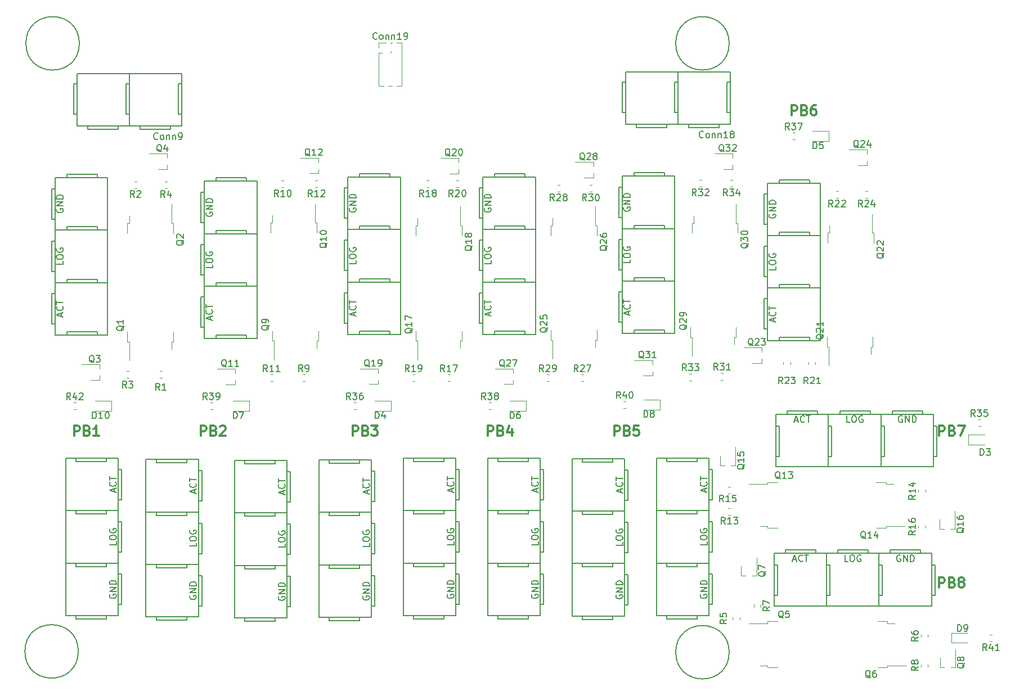
<source format=gbr>
G04 #@! TF.GenerationSoftware,KiCad,Pcbnew,(5.0.0)*
G04 #@! TF.CreationDate,2019-12-11T16:29:05-06:00*
G04 #@! TF.ProjectId,PatchPanel,506174636850616E656C2E6B69636164,rev?*
G04 #@! TF.SameCoordinates,Original*
G04 #@! TF.FileFunction,Legend,Top*
G04 #@! TF.FilePolarity,Positive*
%FSLAX46Y46*%
G04 Gerber Fmt 4.6, Leading zero omitted, Abs format (unit mm)*
G04 Created by KiCad (PCBNEW (5.0.0)) date 12/11/19 16:29:05*
%MOMM*%
%LPD*%
G01*
G04 APERTURE LIST*
%ADD10C,0.300000*%
%ADD11C,0.150000*%
%ADD12C,0.120000*%
G04 APERTURE END LIST*
D10*
X180387857Y-132758571D02*
X180387857Y-131258571D01*
X180959285Y-131258571D01*
X181102142Y-131330000D01*
X181173571Y-131401428D01*
X181245000Y-131544285D01*
X181245000Y-131758571D01*
X181173571Y-131901428D01*
X181102142Y-131972857D01*
X180959285Y-132044285D01*
X180387857Y-132044285D01*
X182387857Y-131972857D02*
X182602142Y-132044285D01*
X182673571Y-132115714D01*
X182745000Y-132258571D01*
X182745000Y-132472857D01*
X182673571Y-132615714D01*
X182602142Y-132687142D01*
X182459285Y-132758571D01*
X181887857Y-132758571D01*
X181887857Y-131258571D01*
X182387857Y-131258571D01*
X182530714Y-131330000D01*
X182602142Y-131401428D01*
X182673571Y-131544285D01*
X182673571Y-131687142D01*
X182602142Y-131830000D01*
X182530714Y-131901428D01*
X182387857Y-131972857D01*
X181887857Y-131972857D01*
X183602142Y-131901428D02*
X183459285Y-131830000D01*
X183387857Y-131758571D01*
X183316428Y-131615714D01*
X183316428Y-131544285D01*
X183387857Y-131401428D01*
X183459285Y-131330000D01*
X183602142Y-131258571D01*
X183887857Y-131258571D01*
X184030714Y-131330000D01*
X184102142Y-131401428D01*
X184173571Y-131544285D01*
X184173571Y-131615714D01*
X184102142Y-131758571D01*
X184030714Y-131830000D01*
X183887857Y-131901428D01*
X183602142Y-131901428D01*
X183459285Y-131972857D01*
X183387857Y-132044285D01*
X183316428Y-132187142D01*
X183316428Y-132472857D01*
X183387857Y-132615714D01*
X183459285Y-132687142D01*
X183602142Y-132758571D01*
X183887857Y-132758571D01*
X184030714Y-132687142D01*
X184102142Y-132615714D01*
X184173571Y-132472857D01*
X184173571Y-132187142D01*
X184102142Y-132044285D01*
X184030714Y-131972857D01*
X183887857Y-131901428D01*
X180387857Y-109898571D02*
X180387857Y-108398571D01*
X180959285Y-108398571D01*
X181102142Y-108470000D01*
X181173571Y-108541428D01*
X181245000Y-108684285D01*
X181245000Y-108898571D01*
X181173571Y-109041428D01*
X181102142Y-109112857D01*
X180959285Y-109184285D01*
X180387857Y-109184285D01*
X182387857Y-109112857D02*
X182602142Y-109184285D01*
X182673571Y-109255714D01*
X182745000Y-109398571D01*
X182745000Y-109612857D01*
X182673571Y-109755714D01*
X182602142Y-109827142D01*
X182459285Y-109898571D01*
X181887857Y-109898571D01*
X181887857Y-108398571D01*
X182387857Y-108398571D01*
X182530714Y-108470000D01*
X182602142Y-108541428D01*
X182673571Y-108684285D01*
X182673571Y-108827142D01*
X182602142Y-108970000D01*
X182530714Y-109041428D01*
X182387857Y-109112857D01*
X181887857Y-109112857D01*
X183245000Y-108398571D02*
X184245000Y-108398571D01*
X183602142Y-109898571D01*
X158162857Y-61638571D02*
X158162857Y-60138571D01*
X158734285Y-60138571D01*
X158877142Y-60210000D01*
X158948571Y-60281428D01*
X159020000Y-60424285D01*
X159020000Y-60638571D01*
X158948571Y-60781428D01*
X158877142Y-60852857D01*
X158734285Y-60924285D01*
X158162857Y-60924285D01*
X160162857Y-60852857D02*
X160377142Y-60924285D01*
X160448571Y-60995714D01*
X160520000Y-61138571D01*
X160520000Y-61352857D01*
X160448571Y-61495714D01*
X160377142Y-61567142D01*
X160234285Y-61638571D01*
X159662857Y-61638571D01*
X159662857Y-60138571D01*
X160162857Y-60138571D01*
X160305714Y-60210000D01*
X160377142Y-60281428D01*
X160448571Y-60424285D01*
X160448571Y-60567142D01*
X160377142Y-60710000D01*
X160305714Y-60781428D01*
X160162857Y-60852857D01*
X159662857Y-60852857D01*
X161805714Y-60138571D02*
X161520000Y-60138571D01*
X161377142Y-60210000D01*
X161305714Y-60281428D01*
X161162857Y-60495714D01*
X161091428Y-60781428D01*
X161091428Y-61352857D01*
X161162857Y-61495714D01*
X161234285Y-61567142D01*
X161377142Y-61638571D01*
X161662857Y-61638571D01*
X161805714Y-61567142D01*
X161877142Y-61495714D01*
X161948571Y-61352857D01*
X161948571Y-60995714D01*
X161877142Y-60852857D01*
X161805714Y-60781428D01*
X161662857Y-60710000D01*
X161377142Y-60710000D01*
X161234285Y-60781428D01*
X161162857Y-60852857D01*
X161091428Y-60995714D01*
X131492857Y-109898571D02*
X131492857Y-108398571D01*
X132064285Y-108398571D01*
X132207142Y-108470000D01*
X132278571Y-108541428D01*
X132350000Y-108684285D01*
X132350000Y-108898571D01*
X132278571Y-109041428D01*
X132207142Y-109112857D01*
X132064285Y-109184285D01*
X131492857Y-109184285D01*
X133492857Y-109112857D02*
X133707142Y-109184285D01*
X133778571Y-109255714D01*
X133850000Y-109398571D01*
X133850000Y-109612857D01*
X133778571Y-109755714D01*
X133707142Y-109827142D01*
X133564285Y-109898571D01*
X132992857Y-109898571D01*
X132992857Y-108398571D01*
X133492857Y-108398571D01*
X133635714Y-108470000D01*
X133707142Y-108541428D01*
X133778571Y-108684285D01*
X133778571Y-108827142D01*
X133707142Y-108970000D01*
X133635714Y-109041428D01*
X133492857Y-109112857D01*
X132992857Y-109112857D01*
X135207142Y-108398571D02*
X134492857Y-108398571D01*
X134421428Y-109112857D01*
X134492857Y-109041428D01*
X134635714Y-108970000D01*
X134992857Y-108970000D01*
X135135714Y-109041428D01*
X135207142Y-109112857D01*
X135278571Y-109255714D01*
X135278571Y-109612857D01*
X135207142Y-109755714D01*
X135135714Y-109827142D01*
X134992857Y-109898571D01*
X134635714Y-109898571D01*
X134492857Y-109827142D01*
X134421428Y-109755714D01*
X112442857Y-109898571D02*
X112442857Y-108398571D01*
X113014285Y-108398571D01*
X113157142Y-108470000D01*
X113228571Y-108541428D01*
X113300000Y-108684285D01*
X113300000Y-108898571D01*
X113228571Y-109041428D01*
X113157142Y-109112857D01*
X113014285Y-109184285D01*
X112442857Y-109184285D01*
X114442857Y-109112857D02*
X114657142Y-109184285D01*
X114728571Y-109255714D01*
X114800000Y-109398571D01*
X114800000Y-109612857D01*
X114728571Y-109755714D01*
X114657142Y-109827142D01*
X114514285Y-109898571D01*
X113942857Y-109898571D01*
X113942857Y-108398571D01*
X114442857Y-108398571D01*
X114585714Y-108470000D01*
X114657142Y-108541428D01*
X114728571Y-108684285D01*
X114728571Y-108827142D01*
X114657142Y-108970000D01*
X114585714Y-109041428D01*
X114442857Y-109112857D01*
X113942857Y-109112857D01*
X116085714Y-108898571D02*
X116085714Y-109898571D01*
X115728571Y-108327142D02*
X115371428Y-109398571D01*
X116300000Y-109398571D01*
X92122857Y-109898571D02*
X92122857Y-108398571D01*
X92694285Y-108398571D01*
X92837142Y-108470000D01*
X92908571Y-108541428D01*
X92980000Y-108684285D01*
X92980000Y-108898571D01*
X92908571Y-109041428D01*
X92837142Y-109112857D01*
X92694285Y-109184285D01*
X92122857Y-109184285D01*
X94122857Y-109112857D02*
X94337142Y-109184285D01*
X94408571Y-109255714D01*
X94480000Y-109398571D01*
X94480000Y-109612857D01*
X94408571Y-109755714D01*
X94337142Y-109827142D01*
X94194285Y-109898571D01*
X93622857Y-109898571D01*
X93622857Y-108398571D01*
X94122857Y-108398571D01*
X94265714Y-108470000D01*
X94337142Y-108541428D01*
X94408571Y-108684285D01*
X94408571Y-108827142D01*
X94337142Y-108970000D01*
X94265714Y-109041428D01*
X94122857Y-109112857D01*
X93622857Y-109112857D01*
X94980000Y-108398571D02*
X95908571Y-108398571D01*
X95408571Y-108970000D01*
X95622857Y-108970000D01*
X95765714Y-109041428D01*
X95837142Y-109112857D01*
X95908571Y-109255714D01*
X95908571Y-109612857D01*
X95837142Y-109755714D01*
X95765714Y-109827142D01*
X95622857Y-109898571D01*
X95194285Y-109898571D01*
X95051428Y-109827142D01*
X94980000Y-109755714D01*
X69262857Y-109898571D02*
X69262857Y-108398571D01*
X69834285Y-108398571D01*
X69977142Y-108470000D01*
X70048571Y-108541428D01*
X70120000Y-108684285D01*
X70120000Y-108898571D01*
X70048571Y-109041428D01*
X69977142Y-109112857D01*
X69834285Y-109184285D01*
X69262857Y-109184285D01*
X71262857Y-109112857D02*
X71477142Y-109184285D01*
X71548571Y-109255714D01*
X71620000Y-109398571D01*
X71620000Y-109612857D01*
X71548571Y-109755714D01*
X71477142Y-109827142D01*
X71334285Y-109898571D01*
X70762857Y-109898571D01*
X70762857Y-108398571D01*
X71262857Y-108398571D01*
X71405714Y-108470000D01*
X71477142Y-108541428D01*
X71548571Y-108684285D01*
X71548571Y-108827142D01*
X71477142Y-108970000D01*
X71405714Y-109041428D01*
X71262857Y-109112857D01*
X70762857Y-109112857D01*
X72191428Y-108541428D02*
X72262857Y-108470000D01*
X72405714Y-108398571D01*
X72762857Y-108398571D01*
X72905714Y-108470000D01*
X72977142Y-108541428D01*
X73048571Y-108684285D01*
X73048571Y-108827142D01*
X72977142Y-109041428D01*
X72120000Y-109898571D01*
X73048571Y-109898571D01*
X50212857Y-109898571D02*
X50212857Y-108398571D01*
X50784285Y-108398571D01*
X50927142Y-108470000D01*
X50998571Y-108541428D01*
X51070000Y-108684285D01*
X51070000Y-108898571D01*
X50998571Y-109041428D01*
X50927142Y-109112857D01*
X50784285Y-109184285D01*
X50212857Y-109184285D01*
X52212857Y-109112857D02*
X52427142Y-109184285D01*
X52498571Y-109255714D01*
X52570000Y-109398571D01*
X52570000Y-109612857D01*
X52498571Y-109755714D01*
X52427142Y-109827142D01*
X52284285Y-109898571D01*
X51712857Y-109898571D01*
X51712857Y-108398571D01*
X52212857Y-108398571D01*
X52355714Y-108470000D01*
X52427142Y-108541428D01*
X52498571Y-108684285D01*
X52498571Y-108827142D01*
X52427142Y-108970000D01*
X52355714Y-109041428D01*
X52212857Y-109112857D01*
X51712857Y-109112857D01*
X53998571Y-109898571D02*
X53141428Y-109898571D01*
X53570000Y-109898571D02*
X53570000Y-108398571D01*
X53427142Y-108612857D01*
X53284285Y-108755714D01*
X53141428Y-108827142D01*
D11*
G04 #@! TO.C,REF\002A\002A*
X148798283Y-50800000D02*
G75*
G03X148798283Y-50800000I-4018283J0D01*
G01*
X50855883Y-142367000D02*
G75*
G03X50855883Y-142367000I-4018283J0D01*
G01*
X148798283Y-142494000D02*
G75*
G03X148798283Y-142494000I-4018283J0D01*
G01*
X51008283Y-50800000D02*
G75*
G03X51008283Y-50800000I-4018283J0D01*
G01*
G04 #@! TO.C,Conn2*
X155561782Y-135516060D02*
X163461782Y-135516060D01*
X156069782Y-133966060D02*
X156069782Y-129394060D01*
X156069782Y-129394060D02*
X155561782Y-129394060D01*
X161833782Y-127108060D02*
X157261782Y-127108060D01*
X155561782Y-127616060D02*
X155561782Y-135516060D01*
X155561782Y-133966060D02*
X156069782Y-133966060D01*
X155561782Y-127616060D02*
X163461782Y-127616060D01*
X157261782Y-127108060D02*
X157261782Y-127616060D01*
X161833782Y-127616060D02*
X161833782Y-127108060D01*
X163969782Y-133966060D02*
X163969782Y-129394060D01*
X163461782Y-127616060D02*
X163461782Y-135516060D01*
X163461782Y-127616060D02*
X171361782Y-127616060D01*
X163461782Y-133966060D02*
X163969782Y-133966060D01*
X163969782Y-129394060D02*
X163461782Y-129394060D01*
X165161782Y-127108060D02*
X165161782Y-127616060D01*
X169733782Y-127108060D02*
X165161782Y-127108060D01*
X163461782Y-135516060D02*
X171361782Y-135516060D01*
X169733782Y-127616060D02*
X169733782Y-127108060D01*
X171362382Y-133966060D02*
X171870382Y-133966060D01*
X171870382Y-129394060D02*
X171362382Y-129394060D01*
X171361782Y-127616060D02*
X171361782Y-135516060D01*
X171870382Y-133966060D02*
X171870382Y-129394060D01*
X179261782Y-127616060D02*
X179261782Y-135516060D01*
X173038782Y-127108060D02*
X173038782Y-127616060D01*
X177610782Y-127108060D02*
X173038782Y-127108060D01*
X177610782Y-127616060D02*
X177610782Y-127108060D01*
X179769782Y-133966060D02*
X179769782Y-129394060D01*
X179769782Y-129394060D02*
X179261782Y-129394060D01*
X179261782Y-133966060D02*
X179769782Y-133966060D01*
X171361782Y-135516060D02*
X179261782Y-135516060D01*
X171361782Y-127616060D02*
X179261782Y-127616060D01*
G04 #@! TO.C,Conn3*
X69831060Y-79463218D02*
X69831060Y-71563218D01*
X77731060Y-79463218D02*
X77731060Y-71563218D01*
X76181060Y-71563218D02*
X76181060Y-71055218D01*
X71609060Y-71055218D02*
X71609060Y-71563218D01*
X76181060Y-71055218D02*
X71609060Y-71055218D01*
X69831060Y-73214218D02*
X69323060Y-73214218D01*
X69323060Y-73214218D02*
X69323060Y-77786218D01*
X69323060Y-77786218D02*
X69831060Y-77786218D01*
X69831060Y-71563218D02*
X77731060Y-71563218D01*
X76181060Y-78954618D02*
X71609060Y-78954618D01*
X69831060Y-79463218D02*
X77731060Y-79463218D01*
X71609060Y-78954618D02*
X71609060Y-79462618D01*
X76181060Y-79462618D02*
X76181060Y-78954618D01*
X69831060Y-81091218D02*
X69323060Y-81091218D01*
X77731060Y-87363218D02*
X77731060Y-79463218D01*
X69323060Y-81091218D02*
X69323060Y-85663218D01*
X69323060Y-85663218D02*
X69831060Y-85663218D01*
X71609060Y-86855218D02*
X71609060Y-87363218D01*
X76181060Y-87363218D02*
X76181060Y-86855218D01*
X69831060Y-87363218D02*
X69831060Y-79463218D01*
X69831060Y-87363218D02*
X77731060Y-87363218D01*
X76181060Y-86855218D02*
X71609060Y-86855218D01*
X69831060Y-88991218D02*
X69323060Y-88991218D01*
X69323060Y-93563218D02*
X69831060Y-93563218D01*
X69831060Y-95263218D02*
X69831060Y-87363218D01*
X76181060Y-95263218D02*
X76181060Y-94755218D01*
X69831060Y-95263218D02*
X77731060Y-95263218D01*
X69323060Y-88991218D02*
X69323060Y-93563218D01*
X71609060Y-94755218D02*
X71609060Y-95263218D01*
X76181060Y-94755218D02*
X71609060Y-94755218D01*
X77731060Y-95263218D02*
X77731060Y-87363218D01*
G04 #@! TO.C,Conn4*
X155841782Y-114561060D02*
X163741782Y-114561060D01*
X156349782Y-113011060D02*
X156349782Y-108439060D01*
X156349782Y-108439060D02*
X155841782Y-108439060D01*
X162113782Y-106153060D02*
X157541782Y-106153060D01*
X155841782Y-106661060D02*
X155841782Y-114561060D01*
X155841782Y-113011060D02*
X156349782Y-113011060D01*
X155841782Y-106661060D02*
X163741782Y-106661060D01*
X157541782Y-106153060D02*
X157541782Y-106661060D01*
X162113782Y-106661060D02*
X162113782Y-106153060D01*
X164249782Y-113011060D02*
X164249782Y-108439060D01*
X163741782Y-106661060D02*
X163741782Y-114561060D01*
X163741782Y-106661060D02*
X171641782Y-106661060D01*
X163741782Y-113011060D02*
X164249782Y-113011060D01*
X164249782Y-108439060D02*
X163741782Y-108439060D01*
X165441782Y-106153060D02*
X165441782Y-106661060D01*
X170013782Y-106153060D02*
X165441782Y-106153060D01*
X163741782Y-114561060D02*
X171641782Y-114561060D01*
X170013782Y-106661060D02*
X170013782Y-106153060D01*
X171642382Y-113011060D02*
X172150382Y-113011060D01*
X172150382Y-108439060D02*
X171642382Y-108439060D01*
X171641782Y-106661060D02*
X171641782Y-114561060D01*
X172150382Y-113011060D02*
X172150382Y-108439060D01*
X179541782Y-106661060D02*
X179541782Y-114561060D01*
X173318782Y-106153060D02*
X173318782Y-106661060D01*
X177890782Y-106153060D02*
X173318782Y-106153060D01*
X177890782Y-106661060D02*
X177890782Y-106153060D01*
X180049782Y-113011060D02*
X180049782Y-108439060D01*
X180049782Y-108439060D02*
X179541782Y-108439060D01*
X179541782Y-113011060D02*
X180049782Y-113011060D01*
X171641782Y-114561060D02*
X179541782Y-114561060D01*
X171641782Y-106661060D02*
X179541782Y-106661060D01*
G04 #@! TO.C,Conn5*
X91421060Y-78828218D02*
X91421060Y-70928218D01*
X99321060Y-78828218D02*
X99321060Y-70928218D01*
X97771060Y-70928218D02*
X97771060Y-70420218D01*
X93199060Y-70420218D02*
X93199060Y-70928218D01*
X97771060Y-70420218D02*
X93199060Y-70420218D01*
X91421060Y-72579218D02*
X90913060Y-72579218D01*
X90913060Y-72579218D02*
X90913060Y-77151218D01*
X90913060Y-77151218D02*
X91421060Y-77151218D01*
X91421060Y-70928218D02*
X99321060Y-70928218D01*
X97771060Y-78319618D02*
X93199060Y-78319618D01*
X91421060Y-78828218D02*
X99321060Y-78828218D01*
X93199060Y-78319618D02*
X93199060Y-78827618D01*
X97771060Y-78827618D02*
X97771060Y-78319618D01*
X91421060Y-80456218D02*
X90913060Y-80456218D01*
X99321060Y-86728218D02*
X99321060Y-78828218D01*
X90913060Y-80456218D02*
X90913060Y-85028218D01*
X90913060Y-85028218D02*
X91421060Y-85028218D01*
X93199060Y-86220218D02*
X93199060Y-86728218D01*
X97771060Y-86728218D02*
X97771060Y-86220218D01*
X91421060Y-86728218D02*
X91421060Y-78828218D01*
X91421060Y-86728218D02*
X99321060Y-86728218D01*
X97771060Y-86220218D02*
X93199060Y-86220218D01*
X91421060Y-88356218D02*
X90913060Y-88356218D01*
X90913060Y-92928218D02*
X91421060Y-92928218D01*
X91421060Y-94628218D02*
X91421060Y-86728218D01*
X97771060Y-94628218D02*
X97771060Y-94120218D01*
X91421060Y-94628218D02*
X99321060Y-94628218D01*
X90913060Y-88356218D02*
X90913060Y-92928218D01*
X93199060Y-94120218D02*
X93199060Y-94628218D01*
X97771060Y-94120218D02*
X93199060Y-94120218D01*
X99321060Y-94628218D02*
X99321060Y-86728218D01*
G04 #@! TO.C,Conn6*
X162485000Y-95535744D02*
X162485000Y-87635744D01*
X160935000Y-95027744D02*
X156363000Y-95027744D01*
X156363000Y-95027744D02*
X156363000Y-95535744D01*
X154077000Y-89263744D02*
X154077000Y-93835744D01*
X154585000Y-95535744D02*
X162485000Y-95535744D01*
X160935000Y-95535744D02*
X160935000Y-95027744D01*
X154585000Y-95535744D02*
X154585000Y-87635744D01*
X154077000Y-93835744D02*
X154585000Y-93835744D01*
X154585000Y-89263744D02*
X154077000Y-89263744D01*
X160935000Y-87127744D02*
X156363000Y-87127744D01*
X154585000Y-87635744D02*
X162485000Y-87635744D01*
X154585000Y-87635744D02*
X154585000Y-79735744D01*
X160935000Y-87635744D02*
X160935000Y-87127744D01*
X156363000Y-87127744D02*
X156363000Y-87635744D01*
X154077000Y-85935744D02*
X154585000Y-85935744D01*
X154077000Y-81363744D02*
X154077000Y-85935744D01*
X162485000Y-87635744D02*
X162485000Y-79735744D01*
X154585000Y-81363744D02*
X154077000Y-81363744D01*
X160935000Y-79735144D02*
X160935000Y-79227144D01*
X156363000Y-79227144D02*
X156363000Y-79735144D01*
X154585000Y-79735744D02*
X162485000Y-79735744D01*
X160935000Y-79227144D02*
X156363000Y-79227144D01*
X154585000Y-71835744D02*
X162485000Y-71835744D01*
X154077000Y-78058744D02*
X154585000Y-78058744D01*
X154077000Y-73486744D02*
X154077000Y-78058744D01*
X154585000Y-73486744D02*
X154077000Y-73486744D01*
X160935000Y-71327744D02*
X156363000Y-71327744D01*
X156363000Y-71327744D02*
X156363000Y-71835744D01*
X160935000Y-71835744D02*
X160935000Y-71327744D01*
X162485000Y-79735744D02*
X162485000Y-71835744D01*
X154585000Y-79735744D02*
X154585000Y-71835744D01*
G04 #@! TO.C,Conn7*
X111741060Y-78828218D02*
X111741060Y-70928218D01*
X119641060Y-78828218D02*
X119641060Y-70928218D01*
X118091060Y-70928218D02*
X118091060Y-70420218D01*
X113519060Y-70420218D02*
X113519060Y-70928218D01*
X118091060Y-70420218D02*
X113519060Y-70420218D01*
X111741060Y-72579218D02*
X111233060Y-72579218D01*
X111233060Y-72579218D02*
X111233060Y-77151218D01*
X111233060Y-77151218D02*
X111741060Y-77151218D01*
X111741060Y-70928218D02*
X119641060Y-70928218D01*
X118091060Y-78319618D02*
X113519060Y-78319618D01*
X111741060Y-78828218D02*
X119641060Y-78828218D01*
X113519060Y-78319618D02*
X113519060Y-78827618D01*
X118091060Y-78827618D02*
X118091060Y-78319618D01*
X111741060Y-80456218D02*
X111233060Y-80456218D01*
X119641060Y-86728218D02*
X119641060Y-78828218D01*
X111233060Y-80456218D02*
X111233060Y-85028218D01*
X111233060Y-85028218D02*
X111741060Y-85028218D01*
X113519060Y-86220218D02*
X113519060Y-86728218D01*
X118091060Y-86728218D02*
X118091060Y-86220218D01*
X111741060Y-86728218D02*
X111741060Y-78828218D01*
X111741060Y-86728218D02*
X119641060Y-86728218D01*
X118091060Y-86220218D02*
X113519060Y-86220218D01*
X111741060Y-88356218D02*
X111233060Y-88356218D01*
X111233060Y-92928218D02*
X111741060Y-92928218D01*
X111741060Y-94628218D02*
X111741060Y-86728218D01*
X118091060Y-94628218D02*
X118091060Y-94120218D01*
X111741060Y-94628218D02*
X119641060Y-94628218D01*
X111233060Y-88356218D02*
X111233060Y-92928218D01*
X113519060Y-94120218D02*
X113519060Y-94628218D01*
X118091060Y-94120218D02*
X113519060Y-94120218D01*
X119641060Y-94628218D02*
X119641060Y-86728218D01*
G04 #@! TO.C,Conn8*
X140596060Y-94501218D02*
X140596060Y-86601218D01*
X139046060Y-93993218D02*
X134474060Y-93993218D01*
X134474060Y-93993218D02*
X134474060Y-94501218D01*
X132188060Y-88229218D02*
X132188060Y-92801218D01*
X132696060Y-94501218D02*
X140596060Y-94501218D01*
X139046060Y-94501218D02*
X139046060Y-93993218D01*
X132696060Y-94501218D02*
X132696060Y-86601218D01*
X132188060Y-92801218D02*
X132696060Y-92801218D01*
X132696060Y-88229218D02*
X132188060Y-88229218D01*
X139046060Y-86093218D02*
X134474060Y-86093218D01*
X132696060Y-86601218D02*
X140596060Y-86601218D01*
X132696060Y-86601218D02*
X132696060Y-78701218D01*
X139046060Y-86601218D02*
X139046060Y-86093218D01*
X134474060Y-86093218D02*
X134474060Y-86601218D01*
X132188060Y-84901218D02*
X132696060Y-84901218D01*
X132188060Y-80329218D02*
X132188060Y-84901218D01*
X140596060Y-86601218D02*
X140596060Y-78701218D01*
X132696060Y-80329218D02*
X132188060Y-80329218D01*
X139046060Y-78700618D02*
X139046060Y-78192618D01*
X134474060Y-78192618D02*
X134474060Y-78700618D01*
X132696060Y-78701218D02*
X140596060Y-78701218D01*
X139046060Y-78192618D02*
X134474060Y-78192618D01*
X132696060Y-70801218D02*
X140596060Y-70801218D01*
X132188060Y-77024218D02*
X132696060Y-77024218D01*
X132188060Y-72452218D02*
X132188060Y-77024218D01*
X132696060Y-72452218D02*
X132188060Y-72452218D01*
X139046060Y-70293218D02*
X134474060Y-70293218D01*
X134474060Y-70293218D02*
X134474060Y-70801218D01*
X139046060Y-70801218D02*
X139046060Y-70293218D01*
X140596060Y-78701218D02*
X140596060Y-70801218D01*
X132696060Y-78701218D02*
X132696060Y-70801218D01*
G04 #@! TO.C,Conn10*
X82270000Y-129400000D02*
X82270000Y-137300000D01*
X74370000Y-129400000D02*
X74370000Y-137300000D01*
X75920000Y-137300000D02*
X75920000Y-137808000D01*
X80492000Y-137808000D02*
X80492000Y-137300000D01*
X75920000Y-137808000D02*
X80492000Y-137808000D01*
X82270000Y-135649000D02*
X82778000Y-135649000D01*
X82778000Y-135649000D02*
X82778000Y-131077000D01*
X82778000Y-131077000D02*
X82270000Y-131077000D01*
X82270000Y-137300000D02*
X74370000Y-137300000D01*
X75920000Y-129908600D02*
X80492000Y-129908600D01*
X82270000Y-129400000D02*
X74370000Y-129400000D01*
X80492000Y-129908600D02*
X80492000Y-129400600D01*
X75920000Y-129400600D02*
X75920000Y-129908600D01*
X82270000Y-127772000D02*
X82778000Y-127772000D01*
X74370000Y-121500000D02*
X74370000Y-129400000D01*
X82778000Y-127772000D02*
X82778000Y-123200000D01*
X82778000Y-123200000D02*
X82270000Y-123200000D01*
X80492000Y-122008000D02*
X80492000Y-121500000D01*
X75920000Y-121500000D02*
X75920000Y-122008000D01*
X82270000Y-121500000D02*
X82270000Y-129400000D01*
X82270000Y-121500000D02*
X74370000Y-121500000D01*
X75920000Y-122008000D02*
X80492000Y-122008000D01*
X82270000Y-119872000D02*
X82778000Y-119872000D01*
X82778000Y-115300000D02*
X82270000Y-115300000D01*
X82270000Y-113600000D02*
X82270000Y-121500000D01*
X75920000Y-113600000D02*
X75920000Y-114108000D01*
X82270000Y-113600000D02*
X74370000Y-113600000D01*
X82778000Y-119872000D02*
X82778000Y-115300000D01*
X80492000Y-114108000D02*
X80492000Y-113600000D01*
X75920000Y-114108000D02*
X80492000Y-114108000D01*
X74370000Y-113600000D02*
X74370000Y-121500000D01*
G04 #@! TO.C,Conn11*
X137870000Y-113271000D02*
X137870000Y-121171000D01*
X139420000Y-113779000D02*
X143992000Y-113779000D01*
X143992000Y-113779000D02*
X143992000Y-113271000D01*
X146278000Y-119543000D02*
X146278000Y-114971000D01*
X145770000Y-113271000D02*
X137870000Y-113271000D01*
X139420000Y-113271000D02*
X139420000Y-113779000D01*
X145770000Y-113271000D02*
X145770000Y-121171000D01*
X146278000Y-114971000D02*
X145770000Y-114971000D01*
X145770000Y-119543000D02*
X146278000Y-119543000D01*
X139420000Y-121679000D02*
X143992000Y-121679000D01*
X145770000Y-121171000D02*
X137870000Y-121171000D01*
X145770000Y-121171000D02*
X145770000Y-129071000D01*
X139420000Y-121171000D02*
X139420000Y-121679000D01*
X143992000Y-121679000D02*
X143992000Y-121171000D01*
X146278000Y-122871000D02*
X145770000Y-122871000D01*
X146278000Y-127443000D02*
X146278000Y-122871000D01*
X137870000Y-121171000D02*
X137870000Y-129071000D01*
X145770000Y-127443000D02*
X146278000Y-127443000D01*
X139420000Y-129071600D02*
X139420000Y-129579600D01*
X143992000Y-129579600D02*
X143992000Y-129071600D01*
X145770000Y-129071000D02*
X137870000Y-129071000D01*
X139420000Y-129579600D02*
X143992000Y-129579600D01*
X145770000Y-136971000D02*
X137870000Y-136971000D01*
X146278000Y-130748000D02*
X145770000Y-130748000D01*
X146278000Y-135320000D02*
X146278000Y-130748000D01*
X145770000Y-135320000D02*
X146278000Y-135320000D01*
X139420000Y-137479000D02*
X143992000Y-137479000D01*
X143992000Y-137479000D02*
X143992000Y-136971000D01*
X139420000Y-136971000D02*
X139420000Y-137479000D01*
X137870000Y-129071000D02*
X137870000Y-136971000D01*
X145770000Y-129071000D02*
X145770000Y-136971000D01*
G04 #@! TO.C,Conn12*
X87070000Y-113525000D02*
X87070000Y-121425000D01*
X88620000Y-114033000D02*
X93192000Y-114033000D01*
X93192000Y-114033000D02*
X93192000Y-113525000D01*
X95478000Y-119797000D02*
X95478000Y-115225000D01*
X94970000Y-113525000D02*
X87070000Y-113525000D01*
X88620000Y-113525000D02*
X88620000Y-114033000D01*
X94970000Y-113525000D02*
X94970000Y-121425000D01*
X95478000Y-115225000D02*
X94970000Y-115225000D01*
X94970000Y-119797000D02*
X95478000Y-119797000D01*
X88620000Y-121933000D02*
X93192000Y-121933000D01*
X94970000Y-121425000D02*
X87070000Y-121425000D01*
X94970000Y-121425000D02*
X94970000Y-129325000D01*
X88620000Y-121425000D02*
X88620000Y-121933000D01*
X93192000Y-121933000D02*
X93192000Y-121425000D01*
X95478000Y-123125000D02*
X94970000Y-123125000D01*
X95478000Y-127697000D02*
X95478000Y-123125000D01*
X87070000Y-121425000D02*
X87070000Y-129325000D01*
X94970000Y-127697000D02*
X95478000Y-127697000D01*
X88620000Y-129325600D02*
X88620000Y-129833600D01*
X93192000Y-129833600D02*
X93192000Y-129325600D01*
X94970000Y-129325000D02*
X87070000Y-129325000D01*
X88620000Y-129833600D02*
X93192000Y-129833600D01*
X94970000Y-137225000D02*
X87070000Y-137225000D01*
X95478000Y-131002000D02*
X94970000Y-131002000D01*
X95478000Y-135574000D02*
X95478000Y-131002000D01*
X94970000Y-135574000D02*
X95478000Y-135574000D01*
X88620000Y-137733000D02*
X93192000Y-137733000D01*
X93192000Y-137733000D02*
X93192000Y-137225000D01*
X88620000Y-137225000D02*
X88620000Y-137733000D01*
X87070000Y-129325000D02*
X87070000Y-137225000D01*
X94970000Y-129325000D02*
X94970000Y-137225000D01*
G04 #@! TO.C,Conn13*
X107670000Y-129071000D02*
X107670000Y-136971000D01*
X99770000Y-129071000D02*
X99770000Y-136971000D01*
X101320000Y-136971000D02*
X101320000Y-137479000D01*
X105892000Y-137479000D02*
X105892000Y-136971000D01*
X101320000Y-137479000D02*
X105892000Y-137479000D01*
X107670000Y-135320000D02*
X108178000Y-135320000D01*
X108178000Y-135320000D02*
X108178000Y-130748000D01*
X108178000Y-130748000D02*
X107670000Y-130748000D01*
X107670000Y-136971000D02*
X99770000Y-136971000D01*
X101320000Y-129579600D02*
X105892000Y-129579600D01*
X107670000Y-129071000D02*
X99770000Y-129071000D01*
X105892000Y-129579600D02*
X105892000Y-129071600D01*
X101320000Y-129071600D02*
X101320000Y-129579600D01*
X107670000Y-127443000D02*
X108178000Y-127443000D01*
X99770000Y-121171000D02*
X99770000Y-129071000D01*
X108178000Y-127443000D02*
X108178000Y-122871000D01*
X108178000Y-122871000D02*
X107670000Y-122871000D01*
X105892000Y-121679000D02*
X105892000Y-121171000D01*
X101320000Y-121171000D02*
X101320000Y-121679000D01*
X107670000Y-121171000D02*
X107670000Y-129071000D01*
X107670000Y-121171000D02*
X99770000Y-121171000D01*
X101320000Y-121679000D02*
X105892000Y-121679000D01*
X107670000Y-119543000D02*
X108178000Y-119543000D01*
X108178000Y-114971000D02*
X107670000Y-114971000D01*
X107670000Y-113271000D02*
X107670000Y-121171000D01*
X101320000Y-113271000D02*
X101320000Y-113779000D01*
X107670000Y-113271000D02*
X99770000Y-113271000D01*
X108178000Y-119543000D02*
X108178000Y-114971000D01*
X105892000Y-113779000D02*
X105892000Y-113271000D01*
X101320000Y-113779000D02*
X105892000Y-113779000D01*
X99770000Y-113271000D02*
X99770000Y-121171000D01*
G04 #@! TO.C,Conn14*
X120370000Y-129071000D02*
X120370000Y-136971000D01*
X112470000Y-129071000D02*
X112470000Y-136971000D01*
X114020000Y-136971000D02*
X114020000Y-137479000D01*
X118592000Y-137479000D02*
X118592000Y-136971000D01*
X114020000Y-137479000D02*
X118592000Y-137479000D01*
X120370000Y-135320000D02*
X120878000Y-135320000D01*
X120878000Y-135320000D02*
X120878000Y-130748000D01*
X120878000Y-130748000D02*
X120370000Y-130748000D01*
X120370000Y-136971000D02*
X112470000Y-136971000D01*
X114020000Y-129579600D02*
X118592000Y-129579600D01*
X120370000Y-129071000D02*
X112470000Y-129071000D01*
X118592000Y-129579600D02*
X118592000Y-129071600D01*
X114020000Y-129071600D02*
X114020000Y-129579600D01*
X120370000Y-127443000D02*
X120878000Y-127443000D01*
X112470000Y-121171000D02*
X112470000Y-129071000D01*
X120878000Y-127443000D02*
X120878000Y-122871000D01*
X120878000Y-122871000D02*
X120370000Y-122871000D01*
X118592000Y-121679000D02*
X118592000Y-121171000D01*
X114020000Y-121171000D02*
X114020000Y-121679000D01*
X120370000Y-121171000D02*
X120370000Y-129071000D01*
X120370000Y-121171000D02*
X112470000Y-121171000D01*
X114020000Y-121679000D02*
X118592000Y-121679000D01*
X120370000Y-119543000D02*
X120878000Y-119543000D01*
X120878000Y-114971000D02*
X120370000Y-114971000D01*
X120370000Y-113271000D02*
X120370000Y-121171000D01*
X114020000Y-113271000D02*
X114020000Y-113779000D01*
X120370000Y-113271000D02*
X112470000Y-113271000D01*
X120878000Y-119543000D02*
X120878000Y-114971000D01*
X118592000Y-113779000D02*
X118592000Y-113271000D01*
X114020000Y-113779000D02*
X118592000Y-113779000D01*
X112470000Y-113271000D02*
X112470000Y-121171000D01*
G04 #@! TO.C,Conn15*
X48970000Y-113271000D02*
X48970000Y-121171000D01*
X50520000Y-113779000D02*
X55092000Y-113779000D01*
X55092000Y-113779000D02*
X55092000Y-113271000D01*
X57378000Y-119543000D02*
X57378000Y-114971000D01*
X56870000Y-113271000D02*
X48970000Y-113271000D01*
X50520000Y-113271000D02*
X50520000Y-113779000D01*
X56870000Y-113271000D02*
X56870000Y-121171000D01*
X57378000Y-114971000D02*
X56870000Y-114971000D01*
X56870000Y-119543000D02*
X57378000Y-119543000D01*
X50520000Y-121679000D02*
X55092000Y-121679000D01*
X56870000Y-121171000D02*
X48970000Y-121171000D01*
X56870000Y-121171000D02*
X56870000Y-129071000D01*
X50520000Y-121171000D02*
X50520000Y-121679000D01*
X55092000Y-121679000D02*
X55092000Y-121171000D01*
X57378000Y-122871000D02*
X56870000Y-122871000D01*
X57378000Y-127443000D02*
X57378000Y-122871000D01*
X48970000Y-121171000D02*
X48970000Y-129071000D01*
X56870000Y-127443000D02*
X57378000Y-127443000D01*
X50520000Y-129071600D02*
X50520000Y-129579600D01*
X55092000Y-129579600D02*
X55092000Y-129071600D01*
X56870000Y-129071000D02*
X48970000Y-129071000D01*
X50520000Y-129579600D02*
X55092000Y-129579600D01*
X56870000Y-136971000D02*
X48970000Y-136971000D01*
X57378000Y-130748000D02*
X56870000Y-130748000D01*
X57378000Y-135320000D02*
X57378000Y-130748000D01*
X56870000Y-135320000D02*
X57378000Y-135320000D01*
X50520000Y-137479000D02*
X55092000Y-137479000D01*
X55092000Y-137479000D02*
X55092000Y-136971000D01*
X50520000Y-136971000D02*
X50520000Y-137479000D01*
X48970000Y-129071000D02*
X48970000Y-136971000D01*
X56870000Y-129071000D02*
X56870000Y-136971000D01*
G04 #@! TO.C,Conn16*
X133070000Y-129133000D02*
X133070000Y-137033000D01*
X125170000Y-129133000D02*
X125170000Y-137033000D01*
X126720000Y-137033000D02*
X126720000Y-137541000D01*
X131292000Y-137541000D02*
X131292000Y-137033000D01*
X126720000Y-137541000D02*
X131292000Y-137541000D01*
X133070000Y-135382000D02*
X133578000Y-135382000D01*
X133578000Y-135382000D02*
X133578000Y-130810000D01*
X133578000Y-130810000D02*
X133070000Y-130810000D01*
X133070000Y-137033000D02*
X125170000Y-137033000D01*
X126720000Y-129641600D02*
X131292000Y-129641600D01*
X133070000Y-129133000D02*
X125170000Y-129133000D01*
X131292000Y-129641600D02*
X131292000Y-129133600D01*
X126720000Y-129133600D02*
X126720000Y-129641600D01*
X133070000Y-127505000D02*
X133578000Y-127505000D01*
X125170000Y-121233000D02*
X125170000Y-129133000D01*
X133578000Y-127505000D02*
X133578000Y-122933000D01*
X133578000Y-122933000D02*
X133070000Y-122933000D01*
X131292000Y-121741000D02*
X131292000Y-121233000D01*
X126720000Y-121233000D02*
X126720000Y-121741000D01*
X133070000Y-121233000D02*
X133070000Y-129133000D01*
X133070000Y-121233000D02*
X125170000Y-121233000D01*
X126720000Y-121741000D02*
X131292000Y-121741000D01*
X133070000Y-119605000D02*
X133578000Y-119605000D01*
X133578000Y-115033000D02*
X133070000Y-115033000D01*
X133070000Y-113333000D02*
X133070000Y-121233000D01*
X126720000Y-113333000D02*
X126720000Y-113841000D01*
X133070000Y-113333000D02*
X125170000Y-113333000D01*
X133578000Y-119605000D02*
X133578000Y-115033000D01*
X131292000Y-113841000D02*
X131292000Y-113333000D01*
X126720000Y-113841000D02*
X131292000Y-113841000D01*
X125170000Y-113333000D02*
X125170000Y-121233000D01*
D12*
G04 #@! TO.C,Q1*
X58238180Y-94204654D02*
X58238180Y-95704654D01*
X58238180Y-95704654D02*
X58508180Y-95704654D01*
X58508180Y-95704654D02*
X58508180Y-98534654D01*
X65138180Y-94204654D02*
X65138180Y-95704654D01*
X65138180Y-95704654D02*
X64868180Y-95704654D01*
X64868180Y-95704654D02*
X64868180Y-96804654D01*
G04 #@! TO.C,Q2*
X58508180Y-77869654D02*
X58508180Y-76769654D01*
X58238180Y-77869654D02*
X58508180Y-77869654D01*
X58238180Y-79369654D02*
X58238180Y-77869654D01*
X64868180Y-77869654D02*
X64868180Y-75039654D01*
X65138180Y-77869654D02*
X64868180Y-77869654D01*
X65138180Y-79369654D02*
X65138180Y-77869654D01*
G04 #@! TO.C,Q3*
X52665000Y-101490000D02*
X54075000Y-101490000D01*
X54075000Y-99170000D02*
X51340000Y-99170000D01*
X54075000Y-99160000D02*
X54075000Y-99830000D01*
X54075000Y-100830000D02*
X54075000Y-101490000D01*
G04 #@! TO.C,Q4*
X64235000Y-69080000D02*
X64235000Y-69740000D01*
X64235000Y-67410000D02*
X64235000Y-68080000D01*
X64235000Y-67420000D02*
X61500000Y-67420000D01*
X62825000Y-69740000D02*
X64235000Y-69740000D01*
G04 #@! TO.C,Q5*
X156086782Y-137856060D02*
X154586782Y-137856060D01*
X154586782Y-137856060D02*
X154586782Y-138126060D01*
X154586782Y-138126060D02*
X151756782Y-138126060D01*
X156086782Y-144756060D02*
X154586782Y-144756060D01*
X154586782Y-144756060D02*
X154586782Y-144486060D01*
X154586782Y-144486060D02*
X153486782Y-144486060D01*
G04 #@! TO.C,Q6*
X172616782Y-138126060D02*
X173716782Y-138126060D01*
X172616782Y-137856060D02*
X172616782Y-138126060D01*
X171116782Y-137856060D02*
X172616782Y-137856060D01*
X172616782Y-144486060D02*
X175446782Y-144486060D01*
X172616782Y-144756060D02*
X172616782Y-144486060D01*
X171116782Y-144756060D02*
X172616782Y-144756060D01*
G04 #@! TO.C,Q7*
X150590000Y-129560000D02*
X150590000Y-130970000D01*
X152910000Y-130970000D02*
X152910000Y-128235000D01*
X152920000Y-130970000D02*
X152250000Y-130970000D01*
X151250000Y-130970000D02*
X150590000Y-130970000D01*
G04 #@! TO.C,Q8*
X181183940Y-144761060D02*
X180523940Y-144761060D01*
X182853940Y-144761060D02*
X182183940Y-144761060D01*
X182843940Y-144761060D02*
X182843940Y-142026060D01*
X180523940Y-143351060D02*
X180523940Y-144761060D01*
G04 #@! TO.C,Q9*
X80071060Y-94103218D02*
X80071060Y-95603218D01*
X80071060Y-95603218D02*
X80341060Y-95603218D01*
X80341060Y-95603218D02*
X80341060Y-98433218D01*
X86971060Y-94103218D02*
X86971060Y-95603218D01*
X86971060Y-95603218D02*
X86701060Y-95603218D01*
X86701060Y-95603218D02*
X86701060Y-96703218D01*
G04 #@! TO.C,Q10*
X80086060Y-77803218D02*
X80086060Y-76703218D01*
X79816060Y-77803218D02*
X80086060Y-77803218D01*
X79816060Y-79303218D02*
X79816060Y-77803218D01*
X86446060Y-77803218D02*
X86446060Y-74973218D01*
X86716060Y-77803218D02*
X86446060Y-77803218D01*
X86716060Y-79303218D02*
X86716060Y-77803218D01*
G04 #@! TO.C,Q11*
X73045000Y-102140000D02*
X74455000Y-102140000D01*
X74455000Y-99820000D02*
X71720000Y-99820000D01*
X74455000Y-99810000D02*
X74455000Y-100480000D01*
X74455000Y-101480000D02*
X74455000Y-102140000D01*
G04 #@! TO.C,Q12*
X87035000Y-69715000D02*
X87035000Y-70375000D01*
X87035000Y-68045000D02*
X87035000Y-68715000D01*
X87035000Y-68055000D02*
X84300000Y-68055000D01*
X85625000Y-70375000D02*
X87035000Y-70375000D01*
G04 #@! TO.C,Q13*
X156086782Y-116901060D02*
X154586782Y-116901060D01*
X154586782Y-116901060D02*
X154586782Y-117171060D01*
X154586782Y-117171060D02*
X151756782Y-117171060D01*
X156086782Y-123801060D02*
X154586782Y-123801060D01*
X154586782Y-123801060D02*
X154586782Y-123531060D01*
X154586782Y-123531060D02*
X153486782Y-123531060D01*
G04 #@! TO.C,Q14*
X172386782Y-117171060D02*
X173486782Y-117171060D01*
X172386782Y-116901060D02*
X172386782Y-117171060D01*
X170886782Y-116901060D02*
X172386782Y-116901060D01*
X172386782Y-123531060D02*
X175216782Y-123531060D01*
X172386782Y-123801060D02*
X172386782Y-123531060D01*
X170886782Y-123801060D02*
X172386782Y-123801060D01*
G04 #@! TO.C,Q15*
X148090000Y-114340000D02*
X147430000Y-114340000D01*
X149760000Y-114340000D02*
X149090000Y-114340000D01*
X149750000Y-114340000D02*
X149750000Y-111605000D01*
X147430000Y-112930000D02*
X147430000Y-114340000D01*
G04 #@! TO.C,Q16*
X180450000Y-122515000D02*
X180450000Y-123925000D01*
X182770000Y-123925000D02*
X182770000Y-121190000D01*
X182780000Y-123925000D02*
X182110000Y-123925000D01*
X181110000Y-123925000D02*
X180450000Y-123925000D01*
G04 #@! TO.C,Q17*
X101661060Y-94103218D02*
X101661060Y-95603218D01*
X101661060Y-95603218D02*
X101931060Y-95603218D01*
X101931060Y-95603218D02*
X101931060Y-98433218D01*
X108561060Y-94103218D02*
X108561060Y-95603218D01*
X108561060Y-95603218D02*
X108291060Y-95603218D01*
X108291060Y-95603218D02*
X108291060Y-96703218D01*
G04 #@! TO.C,Q18*
X108561060Y-79708218D02*
X108561060Y-78208218D01*
X108561060Y-78208218D02*
X108291060Y-78208218D01*
X108291060Y-78208218D02*
X108291060Y-75378218D01*
X101661060Y-79708218D02*
X101661060Y-78208218D01*
X101661060Y-78208218D02*
X101931060Y-78208218D01*
X101931060Y-78208218D02*
X101931060Y-77108218D01*
G04 #@! TO.C,Q19*
X95985000Y-101465000D02*
X95985000Y-102125000D01*
X95985000Y-99795000D02*
X95985000Y-100465000D01*
X95985000Y-99805000D02*
X93250000Y-99805000D01*
X94575000Y-102125000D02*
X95985000Y-102125000D01*
G04 #@! TO.C,Q20*
X106700000Y-70390000D02*
X108110000Y-70390000D01*
X108110000Y-68070000D02*
X105375000Y-68070000D01*
X108110000Y-68060000D02*
X108110000Y-68730000D01*
X108110000Y-69730000D02*
X108110000Y-70390000D01*
G04 #@! TO.C,Q21*
X170141060Y-96510744D02*
X170141060Y-97610744D01*
X170411060Y-96510744D02*
X170141060Y-96510744D01*
X170411060Y-95010744D02*
X170411060Y-96510744D01*
X163781060Y-96510744D02*
X163781060Y-99340744D01*
X163511060Y-96510744D02*
X163781060Y-96510744D01*
X163511060Y-95010744D02*
X163511060Y-96510744D01*
G04 #@! TO.C,Q22*
X163906060Y-79345744D02*
X163906060Y-78245744D01*
X163636060Y-79345744D02*
X163906060Y-79345744D01*
X163636060Y-80845744D02*
X163636060Y-79345744D01*
X170266060Y-79345744D02*
X170266060Y-76515744D01*
X170536060Y-79345744D02*
X170266060Y-79345744D01*
X170536060Y-80845744D02*
X170536060Y-79345744D01*
G04 #@! TO.C,Q23*
X153710000Y-98290000D02*
X153710000Y-98950000D01*
X153710000Y-96620000D02*
X153710000Y-97290000D01*
X153710000Y-96630000D02*
X150975000Y-96630000D01*
X152300000Y-98950000D02*
X153710000Y-98950000D01*
G04 #@! TO.C,Q24*
X168175000Y-69120000D02*
X169585000Y-69120000D01*
X169585000Y-66800000D02*
X166850000Y-66800000D01*
X169585000Y-66790000D02*
X169585000Y-67460000D01*
X169585000Y-68460000D02*
X169585000Y-69120000D01*
G04 #@! TO.C,Q25*
X121981060Y-93976218D02*
X121981060Y-95476218D01*
X121981060Y-95476218D02*
X122251060Y-95476218D01*
X122251060Y-95476218D02*
X122251060Y-98306218D01*
X128881060Y-93976218D02*
X128881060Y-95476218D01*
X128881060Y-95476218D02*
X128611060Y-95476218D01*
X128611060Y-95476218D02*
X128611060Y-96576218D01*
G04 #@! TO.C,Q26*
X128881060Y-79708218D02*
X128881060Y-78208218D01*
X128881060Y-78208218D02*
X128611060Y-78208218D01*
X128611060Y-78208218D02*
X128611060Y-75378218D01*
X121981060Y-79708218D02*
X121981060Y-78208218D01*
X121981060Y-78208218D02*
X122251060Y-78208218D01*
X122251060Y-78208218D02*
X122251060Y-77108218D01*
G04 #@! TO.C,Q27*
X116305000Y-101465000D02*
X116305000Y-102125000D01*
X116305000Y-99795000D02*
X116305000Y-100465000D01*
X116305000Y-99805000D02*
X113570000Y-99805000D01*
X114895000Y-102125000D02*
X116305000Y-102125000D01*
G04 #@! TO.C,Q28*
X126960000Y-71010000D02*
X128370000Y-71010000D01*
X128370000Y-68690000D02*
X125635000Y-68690000D01*
X128370000Y-68680000D02*
X128370000Y-69350000D01*
X128370000Y-70350000D02*
X128370000Y-71010000D01*
G04 #@! TO.C,Q29*
X149566060Y-95071218D02*
X149566060Y-96171218D01*
X149836060Y-95071218D02*
X149566060Y-95071218D01*
X149836060Y-93571218D02*
X149836060Y-95071218D01*
X143206060Y-95071218D02*
X143206060Y-97901218D01*
X142936060Y-95071218D02*
X143206060Y-95071218D01*
X142936060Y-93571218D02*
X142936060Y-95071218D01*
G04 #@! TO.C,Q30*
X143461060Y-77851218D02*
X143461060Y-76751218D01*
X143191060Y-77851218D02*
X143461060Y-77851218D01*
X143191060Y-79351218D02*
X143191060Y-77851218D01*
X149821060Y-77851218D02*
X149821060Y-75021218D01*
X150091060Y-77851218D02*
X149821060Y-77851218D01*
X150091060Y-79351218D02*
X150091060Y-77851218D01*
G04 #@! TO.C,Q31*
X137260000Y-100195000D02*
X137260000Y-100855000D01*
X137260000Y-98525000D02*
X137260000Y-99195000D01*
X137260000Y-98535000D02*
X134525000Y-98535000D01*
X135850000Y-100855000D02*
X137260000Y-100855000D01*
G04 #@! TO.C,Q32*
X147915000Y-69740000D02*
X149325000Y-69740000D01*
X149325000Y-67420000D02*
X146590000Y-67420000D01*
X149325000Y-67410000D02*
X149325000Y-68080000D01*
X149325000Y-69080000D02*
X149325000Y-69740000D01*
G04 #@! TO.C,R1*
X63088733Y-101169654D02*
X63431267Y-101169654D01*
X63088733Y-100149654D02*
X63431267Y-100149654D01*
G04 #@! TO.C,R2*
X59619447Y-72609654D02*
X59276913Y-72609654D01*
X59619447Y-71589654D02*
X59276913Y-71589654D01*
G04 #@! TO.C,R3*
X58101913Y-100149654D02*
X58444447Y-100149654D01*
X58101913Y-101169654D02*
X58444447Y-101169654D01*
G04 #@! TO.C,R4*
X64219447Y-71589654D02*
X63876913Y-71589654D01*
X64219447Y-72609654D02*
X63876913Y-72609654D01*
G04 #@! TO.C,R5*
X149350000Y-137228733D02*
X149350000Y-137571267D01*
X150370000Y-137228733D02*
X150370000Y-137571267D01*
G04 #@! TO.C,R6*
X177696782Y-140207327D02*
X177696782Y-139864793D01*
X178716782Y-140207327D02*
X178716782Y-139864793D01*
G04 #@! TO.C,R7*
X153545000Y-135323733D02*
X153545000Y-135666267D01*
X152525000Y-135323733D02*
X152525000Y-135666267D01*
G04 #@! TO.C,R8*
X178716782Y-144652327D02*
X178716782Y-144309793D01*
X177696782Y-144652327D02*
X177696782Y-144309793D01*
G04 #@! TO.C,R9*
X84619793Y-101703218D02*
X84962327Y-101703218D01*
X84619793Y-100683218D02*
X84962327Y-100683218D01*
G04 #@! TO.C,R10*
X81787327Y-71473218D02*
X81444793Y-71473218D01*
X81787327Y-72493218D02*
X81444793Y-72493218D01*
G04 #@! TO.C,R11*
X79779793Y-100683218D02*
X80122327Y-100683218D01*
X79779793Y-101703218D02*
X80122327Y-101703218D01*
G04 #@! TO.C,R12*
X86867327Y-72493218D02*
X86524793Y-72493218D01*
X86867327Y-71473218D02*
X86524793Y-71473218D01*
G04 #@! TO.C,R13*
X149001267Y-121795000D02*
X148658733Y-121795000D01*
X149001267Y-120775000D02*
X148658733Y-120775000D01*
G04 #@! TO.C,R14*
X177290000Y-118377327D02*
X177290000Y-118034793D01*
X178310000Y-118377327D02*
X178310000Y-118034793D01*
G04 #@! TO.C,R15*
X148658733Y-118620000D02*
X149001267Y-118620000D01*
X148658733Y-117600000D02*
X149001267Y-117600000D01*
G04 #@! TO.C,R16*
X178310000Y-123756267D02*
X178310000Y-123413733D01*
X177290000Y-123756267D02*
X177290000Y-123413733D01*
G04 #@! TO.C,R17*
X106449793Y-100683218D02*
X106792327Y-100683218D01*
X106449793Y-101703218D02*
X106792327Y-101703218D01*
G04 #@! TO.C,R18*
X103617327Y-72493218D02*
X103274793Y-72493218D01*
X103617327Y-71473218D02*
X103274793Y-71473218D01*
G04 #@! TO.C,R19*
X101129793Y-101703218D02*
X101472327Y-101703218D01*
X101129793Y-100683218D02*
X101472327Y-100683218D01*
G04 #@! TO.C,R20*
X108062327Y-71473218D02*
X107719793Y-71473218D01*
X108062327Y-72493218D02*
X107719793Y-72493218D01*
G04 #@! TO.C,R21*
X161741060Y-98766259D02*
X161741060Y-99108793D01*
X160721060Y-98766259D02*
X160721060Y-99108793D01*
G04 #@! TO.C,R22*
X165212327Y-74035744D02*
X164869793Y-74035744D01*
X165212327Y-73015744D02*
X164869793Y-73015744D01*
G04 #@! TO.C,R23*
X157990000Y-99108793D02*
X157990000Y-98766259D01*
X156970000Y-99108793D02*
X156970000Y-98766259D01*
G04 #@! TO.C,R24*
X169657327Y-73015744D02*
X169314793Y-73015744D01*
X169657327Y-74035744D02*
X169314793Y-74035744D01*
G04 #@! TO.C,R27*
X126529793Y-100683218D02*
X126872327Y-100683218D01*
X126529793Y-101703218D02*
X126872327Y-101703218D01*
G04 #@! TO.C,R28*
X123302327Y-72108218D02*
X122959793Y-72108218D01*
X123302327Y-73128218D02*
X122959793Y-73128218D01*
G04 #@! TO.C,R29*
X121353733Y-101703218D02*
X121696267Y-101703218D01*
X121353733Y-100683218D02*
X121696267Y-100683218D01*
G04 #@! TO.C,R30*
X128142327Y-72108218D02*
X127799793Y-72108218D01*
X128142327Y-73128218D02*
X127799793Y-73128218D01*
G04 #@! TO.C,R31*
X147543733Y-100455000D02*
X147886267Y-100455000D01*
X147543733Y-101475000D02*
X147886267Y-101475000D01*
G04 #@! TO.C,R32*
X144652327Y-72366218D02*
X144309793Y-72366218D01*
X144652327Y-71346218D02*
X144309793Y-71346218D01*
G04 #@! TO.C,R33*
X142799793Y-101576218D02*
X143142327Y-101576218D01*
X142799793Y-100556218D02*
X143142327Y-100556218D01*
G04 #@! TO.C,R34*
X149337327Y-71346218D02*
X148994793Y-71346218D01*
X149337327Y-72366218D02*
X148994793Y-72366218D01*
D11*
G04 #@! TO.C,Conn1*
X47363180Y-78929654D02*
X47363180Y-71029654D01*
X55263180Y-78929654D02*
X55263180Y-71029654D01*
X53713180Y-71029654D02*
X53713180Y-70521654D01*
X49141180Y-70521654D02*
X49141180Y-71029654D01*
X53713180Y-70521654D02*
X49141180Y-70521654D01*
X47363180Y-72680654D02*
X46855180Y-72680654D01*
X46855180Y-72680654D02*
X46855180Y-77252654D01*
X46855180Y-77252654D02*
X47363180Y-77252654D01*
X47363180Y-71029654D02*
X55263180Y-71029654D01*
X53713180Y-78421054D02*
X49141180Y-78421054D01*
X47363180Y-78929654D02*
X55263180Y-78929654D01*
X49141180Y-78421054D02*
X49141180Y-78929054D01*
X53713180Y-78929054D02*
X53713180Y-78421054D01*
X47363180Y-80557654D02*
X46855180Y-80557654D01*
X55263180Y-86829654D02*
X55263180Y-78929654D01*
X46855180Y-80557654D02*
X46855180Y-85129654D01*
X46855180Y-85129654D02*
X47363180Y-85129654D01*
X49141180Y-86321654D02*
X49141180Y-86829654D01*
X53713180Y-86829654D02*
X53713180Y-86321654D01*
X47363180Y-86829654D02*
X47363180Y-78929654D01*
X47363180Y-86829654D02*
X55263180Y-86829654D01*
X53713180Y-86321654D02*
X49141180Y-86321654D01*
X47363180Y-88457654D02*
X46855180Y-88457654D01*
X46855180Y-93029654D02*
X47363180Y-93029654D01*
X47363180Y-94729654D02*
X47363180Y-86829654D01*
X53713180Y-94729654D02*
X53713180Y-94221654D01*
X47363180Y-94729654D02*
X55263180Y-94729654D01*
X46855180Y-88457654D02*
X46855180Y-93029654D01*
X49141180Y-94221654D02*
X49141180Y-94729654D01*
X53713180Y-94221654D02*
X49141180Y-94221654D01*
X55263180Y-94729654D02*
X55263180Y-86829654D01*
G04 #@! TO.C,Conn18*
X141110000Y-62966000D02*
X133210000Y-62966000D01*
X141110000Y-55066000D02*
X133210000Y-55066000D01*
X133210000Y-56616000D02*
X132702000Y-56616000D01*
X132702000Y-61188000D02*
X133210000Y-61188000D01*
X132702000Y-56616000D02*
X132702000Y-61188000D01*
X134861000Y-62966000D02*
X134861000Y-63474000D01*
X134861000Y-63474000D02*
X139433000Y-63474000D01*
X139433000Y-63474000D02*
X139433000Y-62966000D01*
X133210000Y-62966000D02*
X133210000Y-55066000D01*
X140601400Y-56616000D02*
X140601400Y-61188000D01*
X141110000Y-62966000D02*
X141110000Y-55066000D01*
X140601400Y-61188000D02*
X141109400Y-61188000D01*
X141109400Y-56616000D02*
X140601400Y-56616000D01*
X142738000Y-62966000D02*
X142738000Y-63474000D01*
X149010000Y-55066000D02*
X141110000Y-55066000D01*
X142738000Y-63474000D02*
X147310000Y-63474000D01*
X147310000Y-63474000D02*
X147310000Y-62966000D01*
X148502000Y-61188000D02*
X149010000Y-61188000D01*
X149010000Y-56616000D02*
X148502000Y-56616000D01*
X149010000Y-62966000D02*
X141110000Y-62966000D01*
X149010000Y-62966000D02*
X149010000Y-55066000D01*
X148502000Y-56616000D02*
X148502000Y-61188000D01*
G04 #@! TO.C,Conn9*
X58560000Y-63220000D02*
X50660000Y-63220000D01*
X58560000Y-55320000D02*
X50660000Y-55320000D01*
X50660000Y-56870000D02*
X50152000Y-56870000D01*
X50152000Y-61442000D02*
X50660000Y-61442000D01*
X50152000Y-56870000D02*
X50152000Y-61442000D01*
X52311000Y-63220000D02*
X52311000Y-63728000D01*
X52311000Y-63728000D02*
X56883000Y-63728000D01*
X56883000Y-63728000D02*
X56883000Y-63220000D01*
X50660000Y-63220000D02*
X50660000Y-55320000D01*
X58051400Y-56870000D02*
X58051400Y-61442000D01*
X58560000Y-63220000D02*
X58560000Y-55320000D01*
X58051400Y-61442000D02*
X58559400Y-61442000D01*
X58559400Y-56870000D02*
X58051400Y-56870000D01*
X60188000Y-63220000D02*
X60188000Y-63728000D01*
X66460000Y-55320000D02*
X58560000Y-55320000D01*
X60188000Y-63728000D02*
X64760000Y-63728000D01*
X64760000Y-63728000D02*
X64760000Y-63220000D01*
X65952000Y-61442000D02*
X66460000Y-61442000D01*
X66460000Y-56870000D02*
X65952000Y-56870000D01*
X66460000Y-63220000D02*
X58560000Y-63220000D01*
X66460000Y-63220000D02*
X66460000Y-55320000D01*
X65952000Y-56870000D02*
X65952000Y-61442000D01*
G04 #@! TO.C,Conn17*
X68935000Y-129260000D02*
X68935000Y-137160000D01*
X61035000Y-129260000D02*
X61035000Y-137160000D01*
X62585000Y-137160000D02*
X62585000Y-137668000D01*
X67157000Y-137668000D02*
X67157000Y-137160000D01*
X62585000Y-137668000D02*
X67157000Y-137668000D01*
X68935000Y-135509000D02*
X69443000Y-135509000D01*
X69443000Y-135509000D02*
X69443000Y-130937000D01*
X69443000Y-130937000D02*
X68935000Y-130937000D01*
X68935000Y-137160000D02*
X61035000Y-137160000D01*
X62585000Y-129768600D02*
X67157000Y-129768600D01*
X68935000Y-129260000D02*
X61035000Y-129260000D01*
X67157000Y-129768600D02*
X67157000Y-129260600D01*
X62585000Y-129260600D02*
X62585000Y-129768600D01*
X68935000Y-127632000D02*
X69443000Y-127632000D01*
X61035000Y-121360000D02*
X61035000Y-129260000D01*
X69443000Y-127632000D02*
X69443000Y-123060000D01*
X69443000Y-123060000D02*
X68935000Y-123060000D01*
X67157000Y-121868000D02*
X67157000Y-121360000D01*
X62585000Y-121360000D02*
X62585000Y-121868000D01*
X68935000Y-121360000D02*
X68935000Y-129260000D01*
X68935000Y-121360000D02*
X61035000Y-121360000D01*
X62585000Y-121868000D02*
X67157000Y-121868000D01*
X68935000Y-119732000D02*
X69443000Y-119732000D01*
X69443000Y-115160000D02*
X68935000Y-115160000D01*
X68935000Y-113460000D02*
X68935000Y-121360000D01*
X62585000Y-113460000D02*
X62585000Y-113968000D01*
X68935000Y-113460000D02*
X61035000Y-113460000D01*
X69443000Y-119732000D02*
X69443000Y-115160000D01*
X67157000Y-113968000D02*
X67157000Y-113460000D01*
X62585000Y-113968000D02*
X67157000Y-113968000D01*
X61035000Y-113460000D02*
X61035000Y-121360000D01*
D12*
G04 #@! TO.C,Conn19*
X96025000Y-57210000D02*
X96847470Y-57210000D01*
X98732530Y-57210000D02*
X99555000Y-57210000D01*
X97462530Y-57210000D02*
X98117470Y-57210000D01*
X96025000Y-52195000D02*
X96025000Y-57210000D01*
X99555000Y-50740000D02*
X99555000Y-57210000D01*
X96025000Y-52195000D02*
X96591529Y-52195000D01*
X97718471Y-52195000D02*
X97861529Y-52195000D01*
X97915000Y-52141529D02*
X97915000Y-51998471D01*
X97915000Y-50871529D02*
X97915000Y-50740000D01*
X97915000Y-50740000D02*
X98117470Y-50740000D01*
X98732530Y-50740000D02*
X99555000Y-50740000D01*
X96025000Y-51435000D02*
X96025000Y-50675000D01*
X96025000Y-50675000D02*
X97155000Y-50675000D01*
G04 #@! TO.C,D3*
X187250000Y-109755000D02*
X184790000Y-109755000D01*
X184790000Y-109755000D02*
X184790000Y-111225000D01*
X184790000Y-111225000D02*
X187250000Y-111225000D01*
G04 #@! TO.C,D4*
X97940000Y-104675000D02*
X95480000Y-104675000D01*
X97940000Y-106145000D02*
X97940000Y-104675000D01*
X95480000Y-106145000D02*
X97940000Y-106145000D01*
G04 #@! TO.C,D5*
X163825000Y-64035000D02*
X161365000Y-64035000D01*
X163825000Y-65505000D02*
X163825000Y-64035000D01*
X161365000Y-65505000D02*
X163825000Y-65505000D01*
G04 #@! TO.C,D6*
X115800000Y-106145000D02*
X118260000Y-106145000D01*
X118260000Y-106145000D02*
X118260000Y-104675000D01*
X118260000Y-104675000D02*
X115800000Y-104675000D01*
G04 #@! TO.C,D7*
X76590000Y-104675000D02*
X74130000Y-104675000D01*
X76590000Y-106145000D02*
X76590000Y-104675000D01*
X74130000Y-106145000D02*
X76590000Y-106145000D01*
G04 #@! TO.C,D8*
X135921774Y-105959242D02*
X138381774Y-105959242D01*
X138381774Y-105959242D02*
X138381774Y-104489242D01*
X138381774Y-104489242D02*
X135921774Y-104489242D01*
G04 #@! TO.C,D9*
X184710000Y-139600000D02*
X182250000Y-139600000D01*
X182250000Y-139600000D02*
X182250000Y-141070000D01*
X182250000Y-141070000D02*
X184710000Y-141070000D01*
G04 #@! TO.C,D10*
X55875000Y-104675000D02*
X53415000Y-104675000D01*
X55875000Y-106145000D02*
X55875000Y-104675000D01*
X53415000Y-106145000D02*
X55875000Y-106145000D01*
G04 #@! TO.C,R35*
X186278733Y-107440000D02*
X186621267Y-107440000D01*
X186278733Y-108460000D02*
X186621267Y-108460000D01*
G04 #@! TO.C,R36*
X92298733Y-105920000D02*
X92641267Y-105920000D01*
X92298733Y-104900000D02*
X92641267Y-104900000D01*
G04 #@! TO.C,R37*
X158338733Y-64260000D02*
X158681267Y-64260000D01*
X158338733Y-65280000D02*
X158681267Y-65280000D01*
G04 #@! TO.C,R38*
X112618733Y-105920000D02*
X112961267Y-105920000D01*
X112618733Y-104900000D02*
X112961267Y-104900000D01*
G04 #@! TO.C,R39*
X70708733Y-105920000D02*
X71051267Y-105920000D01*
X70708733Y-104900000D02*
X71051267Y-104900000D01*
G04 #@! TO.C,R40*
X132895507Y-104714242D02*
X133238041Y-104714242D01*
X132895507Y-105734242D02*
X133238041Y-105734242D01*
G04 #@! TO.C,R41*
X188371267Y-140845000D02*
X188028733Y-140845000D01*
X188371267Y-139825000D02*
X188028733Y-139825000D01*
G04 #@! TO.C,R42*
X50152455Y-105920000D02*
X50494989Y-105920000D01*
X50152455Y-104900000D02*
X50494989Y-104900000D01*
G04 #@! TO.C,Conn2*
D11*
X158393734Y-128544726D02*
X158869924Y-128544726D01*
X158298496Y-128830440D02*
X158631829Y-127830440D01*
X158965162Y-128830440D01*
X159869924Y-128735202D02*
X159822305Y-128782821D01*
X159679448Y-128830440D01*
X159584210Y-128830440D01*
X159441353Y-128782821D01*
X159346115Y-128687583D01*
X159298496Y-128592345D01*
X159250877Y-128401869D01*
X159250877Y-128259012D01*
X159298496Y-128068536D01*
X159346115Y-127973298D01*
X159441353Y-127878060D01*
X159584210Y-127830440D01*
X159679448Y-127830440D01*
X159822305Y-127878060D01*
X159869924Y-127925679D01*
X160155639Y-127830440D02*
X160727067Y-127830440D01*
X160441353Y-128830440D02*
X160441353Y-127830440D01*
X166698496Y-128830440D02*
X166222305Y-128830440D01*
X166222305Y-127830440D01*
X167222305Y-127830440D02*
X167412782Y-127830440D01*
X167508020Y-127878060D01*
X167603258Y-127973298D01*
X167650877Y-128163774D01*
X167650877Y-128497107D01*
X167603258Y-128687583D01*
X167508020Y-128782821D01*
X167412782Y-128830440D01*
X167222305Y-128830440D01*
X167127067Y-128782821D01*
X167031829Y-128687583D01*
X166984210Y-128497107D01*
X166984210Y-128163774D01*
X167031829Y-127973298D01*
X167127067Y-127878060D01*
X167222305Y-127830440D01*
X168603258Y-127878060D02*
X168508020Y-127830440D01*
X168365162Y-127830440D01*
X168222305Y-127878060D01*
X168127067Y-127973298D01*
X168079448Y-128068536D01*
X168031829Y-128259012D01*
X168031829Y-128401869D01*
X168079448Y-128592345D01*
X168127067Y-128687583D01*
X168222305Y-128782821D01*
X168365162Y-128830440D01*
X168460401Y-128830440D01*
X168603258Y-128782821D01*
X168650877Y-128735202D01*
X168650877Y-128401869D01*
X168460401Y-128401869D01*
X174562877Y-127878060D02*
X174467639Y-127830440D01*
X174324782Y-127830440D01*
X174181924Y-127878060D01*
X174086686Y-127973298D01*
X174039067Y-128068536D01*
X173991448Y-128259012D01*
X173991448Y-128401869D01*
X174039067Y-128592345D01*
X174086686Y-128687583D01*
X174181924Y-128782821D01*
X174324782Y-128830440D01*
X174420020Y-128830440D01*
X174562877Y-128782821D01*
X174610496Y-128735202D01*
X174610496Y-128401869D01*
X174420020Y-128401869D01*
X175039067Y-128830440D02*
X175039067Y-127830440D01*
X175610496Y-128830440D01*
X175610496Y-127830440D01*
X176086686Y-128830440D02*
X176086686Y-127830440D01*
X176324782Y-127830440D01*
X176467639Y-127878060D01*
X176562877Y-127973298D01*
X176610496Y-128068536D01*
X176658115Y-128259012D01*
X176658115Y-128401869D01*
X176610496Y-128592345D01*
X176562877Y-128687583D01*
X176467639Y-128782821D01*
X176324782Y-128830440D01*
X176086686Y-128830440D01*
G04 #@! TO.C,Conn3*
X70093060Y-76262122D02*
X70045440Y-76357360D01*
X70045440Y-76500218D01*
X70093060Y-76643075D01*
X70188298Y-76738313D01*
X70283536Y-76785932D01*
X70474012Y-76833551D01*
X70616869Y-76833551D01*
X70807345Y-76785932D01*
X70902583Y-76738313D01*
X70997821Y-76643075D01*
X71045440Y-76500218D01*
X71045440Y-76404979D01*
X70997821Y-76262122D01*
X70950202Y-76214503D01*
X70616869Y-76214503D01*
X70616869Y-76404979D01*
X71045440Y-75785932D02*
X70045440Y-75785932D01*
X71045440Y-75214503D01*
X70045440Y-75214503D01*
X71045440Y-74738313D02*
X70045440Y-74738313D01*
X70045440Y-74500218D01*
X70093060Y-74357360D01*
X70188298Y-74262122D01*
X70283536Y-74214503D01*
X70474012Y-74166884D01*
X70616869Y-74166884D01*
X70807345Y-74214503D01*
X70902583Y-74262122D01*
X70997821Y-74357360D01*
X71045440Y-74500218D01*
X71045440Y-74738313D01*
X71045440Y-84126503D02*
X71045440Y-84602694D01*
X70045440Y-84602694D01*
X70045440Y-83602694D02*
X70045440Y-83412218D01*
X70093060Y-83316979D01*
X70188298Y-83221741D01*
X70378774Y-83174122D01*
X70712107Y-83174122D01*
X70902583Y-83221741D01*
X70997821Y-83316979D01*
X71045440Y-83412218D01*
X71045440Y-83602694D01*
X70997821Y-83697932D01*
X70902583Y-83793170D01*
X70712107Y-83840789D01*
X70378774Y-83840789D01*
X70188298Y-83793170D01*
X70093060Y-83697932D01*
X70045440Y-83602694D01*
X70093060Y-82221741D02*
X70045440Y-82316979D01*
X70045440Y-82459837D01*
X70093060Y-82602694D01*
X70188298Y-82697932D01*
X70283536Y-82745551D01*
X70474012Y-82793170D01*
X70616869Y-82793170D01*
X70807345Y-82745551D01*
X70902583Y-82697932D01*
X70997821Y-82602694D01*
X71045440Y-82459837D01*
X71045440Y-82364598D01*
X70997821Y-82221741D01*
X70950202Y-82174122D01*
X70616869Y-82174122D01*
X70616869Y-82364598D01*
X70759726Y-92431265D02*
X70759726Y-91955075D01*
X71045440Y-92526503D02*
X70045440Y-92193170D01*
X71045440Y-91859837D01*
X70950202Y-90955075D02*
X70997821Y-91002694D01*
X71045440Y-91145551D01*
X71045440Y-91240789D01*
X70997821Y-91383646D01*
X70902583Y-91478884D01*
X70807345Y-91526503D01*
X70616869Y-91574122D01*
X70474012Y-91574122D01*
X70283536Y-91526503D01*
X70188298Y-91478884D01*
X70093060Y-91383646D01*
X70045440Y-91240789D01*
X70045440Y-91145551D01*
X70093060Y-91002694D01*
X70140679Y-90955075D01*
X70045440Y-90669360D02*
X70045440Y-90097932D01*
X71045440Y-90383646D02*
X70045440Y-90383646D01*
G04 #@! TO.C,Conn4*
X158673734Y-107589726D02*
X159149924Y-107589726D01*
X158578496Y-107875440D02*
X158911829Y-106875440D01*
X159245162Y-107875440D01*
X160149924Y-107780202D02*
X160102305Y-107827821D01*
X159959448Y-107875440D01*
X159864210Y-107875440D01*
X159721353Y-107827821D01*
X159626115Y-107732583D01*
X159578496Y-107637345D01*
X159530877Y-107446869D01*
X159530877Y-107304012D01*
X159578496Y-107113536D01*
X159626115Y-107018298D01*
X159721353Y-106923060D01*
X159864210Y-106875440D01*
X159959448Y-106875440D01*
X160102305Y-106923060D01*
X160149924Y-106970679D01*
X160435639Y-106875440D02*
X161007067Y-106875440D01*
X160721353Y-107875440D02*
X160721353Y-106875440D01*
X166978496Y-107875440D02*
X166502305Y-107875440D01*
X166502305Y-106875440D01*
X167502305Y-106875440D02*
X167692782Y-106875440D01*
X167788020Y-106923060D01*
X167883258Y-107018298D01*
X167930877Y-107208774D01*
X167930877Y-107542107D01*
X167883258Y-107732583D01*
X167788020Y-107827821D01*
X167692782Y-107875440D01*
X167502305Y-107875440D01*
X167407067Y-107827821D01*
X167311829Y-107732583D01*
X167264210Y-107542107D01*
X167264210Y-107208774D01*
X167311829Y-107018298D01*
X167407067Y-106923060D01*
X167502305Y-106875440D01*
X168883258Y-106923060D02*
X168788020Y-106875440D01*
X168645162Y-106875440D01*
X168502305Y-106923060D01*
X168407067Y-107018298D01*
X168359448Y-107113536D01*
X168311829Y-107304012D01*
X168311829Y-107446869D01*
X168359448Y-107637345D01*
X168407067Y-107732583D01*
X168502305Y-107827821D01*
X168645162Y-107875440D01*
X168740401Y-107875440D01*
X168883258Y-107827821D01*
X168930877Y-107780202D01*
X168930877Y-107446869D01*
X168740401Y-107446869D01*
X174842877Y-106923060D02*
X174747639Y-106875440D01*
X174604782Y-106875440D01*
X174461924Y-106923060D01*
X174366686Y-107018298D01*
X174319067Y-107113536D01*
X174271448Y-107304012D01*
X174271448Y-107446869D01*
X174319067Y-107637345D01*
X174366686Y-107732583D01*
X174461924Y-107827821D01*
X174604782Y-107875440D01*
X174700020Y-107875440D01*
X174842877Y-107827821D01*
X174890496Y-107780202D01*
X174890496Y-107446869D01*
X174700020Y-107446869D01*
X175319067Y-107875440D02*
X175319067Y-106875440D01*
X175890496Y-107875440D01*
X175890496Y-106875440D01*
X176366686Y-107875440D02*
X176366686Y-106875440D01*
X176604782Y-106875440D01*
X176747639Y-106923060D01*
X176842877Y-107018298D01*
X176890496Y-107113536D01*
X176938115Y-107304012D01*
X176938115Y-107446869D01*
X176890496Y-107637345D01*
X176842877Y-107732583D01*
X176747639Y-107827821D01*
X176604782Y-107875440D01*
X176366686Y-107875440D01*
G04 #@! TO.C,Conn5*
X91683060Y-75627122D02*
X91635440Y-75722360D01*
X91635440Y-75865218D01*
X91683060Y-76008075D01*
X91778298Y-76103313D01*
X91873536Y-76150932D01*
X92064012Y-76198551D01*
X92206869Y-76198551D01*
X92397345Y-76150932D01*
X92492583Y-76103313D01*
X92587821Y-76008075D01*
X92635440Y-75865218D01*
X92635440Y-75769979D01*
X92587821Y-75627122D01*
X92540202Y-75579503D01*
X92206869Y-75579503D01*
X92206869Y-75769979D01*
X92635440Y-75150932D02*
X91635440Y-75150932D01*
X92635440Y-74579503D01*
X91635440Y-74579503D01*
X92635440Y-74103313D02*
X91635440Y-74103313D01*
X91635440Y-73865218D01*
X91683060Y-73722360D01*
X91778298Y-73627122D01*
X91873536Y-73579503D01*
X92064012Y-73531884D01*
X92206869Y-73531884D01*
X92397345Y-73579503D01*
X92492583Y-73627122D01*
X92587821Y-73722360D01*
X92635440Y-73865218D01*
X92635440Y-74103313D01*
X92635440Y-83491503D02*
X92635440Y-83967694D01*
X91635440Y-83967694D01*
X91635440Y-82967694D02*
X91635440Y-82777218D01*
X91683060Y-82681979D01*
X91778298Y-82586741D01*
X91968774Y-82539122D01*
X92302107Y-82539122D01*
X92492583Y-82586741D01*
X92587821Y-82681979D01*
X92635440Y-82777218D01*
X92635440Y-82967694D01*
X92587821Y-83062932D01*
X92492583Y-83158170D01*
X92302107Y-83205789D01*
X91968774Y-83205789D01*
X91778298Y-83158170D01*
X91683060Y-83062932D01*
X91635440Y-82967694D01*
X91683060Y-81586741D02*
X91635440Y-81681979D01*
X91635440Y-81824837D01*
X91683060Y-81967694D01*
X91778298Y-82062932D01*
X91873536Y-82110551D01*
X92064012Y-82158170D01*
X92206869Y-82158170D01*
X92397345Y-82110551D01*
X92492583Y-82062932D01*
X92587821Y-81967694D01*
X92635440Y-81824837D01*
X92635440Y-81729598D01*
X92587821Y-81586741D01*
X92540202Y-81539122D01*
X92206869Y-81539122D01*
X92206869Y-81729598D01*
X92349726Y-91796265D02*
X92349726Y-91320075D01*
X92635440Y-91891503D02*
X91635440Y-91558170D01*
X92635440Y-91224837D01*
X92540202Y-90320075D02*
X92587821Y-90367694D01*
X92635440Y-90510551D01*
X92635440Y-90605789D01*
X92587821Y-90748646D01*
X92492583Y-90843884D01*
X92397345Y-90891503D01*
X92206869Y-90939122D01*
X92064012Y-90939122D01*
X91873536Y-90891503D01*
X91778298Y-90843884D01*
X91683060Y-90748646D01*
X91635440Y-90605789D01*
X91635440Y-90510551D01*
X91683060Y-90367694D01*
X91730679Y-90320075D01*
X91635440Y-90034360D02*
X91635440Y-89462932D01*
X92635440Y-89748646D02*
X91635440Y-89748646D01*
G04 #@! TO.C,Conn6*
X155513666Y-92703791D02*
X155513666Y-92227601D01*
X155799380Y-92799029D02*
X154799380Y-92465696D01*
X155799380Y-92132363D01*
X155704142Y-91227601D02*
X155751761Y-91275220D01*
X155799380Y-91418077D01*
X155799380Y-91513315D01*
X155751761Y-91656172D01*
X155656523Y-91751410D01*
X155561285Y-91799029D01*
X155370809Y-91846648D01*
X155227952Y-91846648D01*
X155037476Y-91799029D01*
X154942238Y-91751410D01*
X154847000Y-91656172D01*
X154799380Y-91513315D01*
X154799380Y-91418077D01*
X154847000Y-91275220D01*
X154894619Y-91227601D01*
X154799380Y-90941886D02*
X154799380Y-90370458D01*
X155799380Y-90656172D02*
X154799380Y-90656172D01*
X155799380Y-84399029D02*
X155799380Y-84875220D01*
X154799380Y-84875220D01*
X154799380Y-83875220D02*
X154799380Y-83684744D01*
X154847000Y-83589505D01*
X154942238Y-83494267D01*
X155132714Y-83446648D01*
X155466047Y-83446648D01*
X155656523Y-83494267D01*
X155751761Y-83589505D01*
X155799380Y-83684744D01*
X155799380Y-83875220D01*
X155751761Y-83970458D01*
X155656523Y-84065696D01*
X155466047Y-84113315D01*
X155132714Y-84113315D01*
X154942238Y-84065696D01*
X154847000Y-83970458D01*
X154799380Y-83875220D01*
X154847000Y-82494267D02*
X154799380Y-82589505D01*
X154799380Y-82732363D01*
X154847000Y-82875220D01*
X154942238Y-82970458D01*
X155037476Y-83018077D01*
X155227952Y-83065696D01*
X155370809Y-83065696D01*
X155561285Y-83018077D01*
X155656523Y-82970458D01*
X155751761Y-82875220D01*
X155799380Y-82732363D01*
X155799380Y-82637124D01*
X155751761Y-82494267D01*
X155704142Y-82446648D01*
X155370809Y-82446648D01*
X155370809Y-82637124D01*
X154847000Y-76534648D02*
X154799380Y-76629886D01*
X154799380Y-76772744D01*
X154847000Y-76915601D01*
X154942238Y-77010839D01*
X155037476Y-77058458D01*
X155227952Y-77106077D01*
X155370809Y-77106077D01*
X155561285Y-77058458D01*
X155656523Y-77010839D01*
X155751761Y-76915601D01*
X155799380Y-76772744D01*
X155799380Y-76677505D01*
X155751761Y-76534648D01*
X155704142Y-76487029D01*
X155370809Y-76487029D01*
X155370809Y-76677505D01*
X155799380Y-76058458D02*
X154799380Y-76058458D01*
X155799380Y-75487029D01*
X154799380Y-75487029D01*
X155799380Y-75010839D02*
X154799380Y-75010839D01*
X154799380Y-74772744D01*
X154847000Y-74629886D01*
X154942238Y-74534648D01*
X155037476Y-74487029D01*
X155227952Y-74439410D01*
X155370809Y-74439410D01*
X155561285Y-74487029D01*
X155656523Y-74534648D01*
X155751761Y-74629886D01*
X155799380Y-74772744D01*
X155799380Y-75010839D01*
G04 #@! TO.C,Conn7*
X112003060Y-75627122D02*
X111955440Y-75722360D01*
X111955440Y-75865218D01*
X112003060Y-76008075D01*
X112098298Y-76103313D01*
X112193536Y-76150932D01*
X112384012Y-76198551D01*
X112526869Y-76198551D01*
X112717345Y-76150932D01*
X112812583Y-76103313D01*
X112907821Y-76008075D01*
X112955440Y-75865218D01*
X112955440Y-75769979D01*
X112907821Y-75627122D01*
X112860202Y-75579503D01*
X112526869Y-75579503D01*
X112526869Y-75769979D01*
X112955440Y-75150932D02*
X111955440Y-75150932D01*
X112955440Y-74579503D01*
X111955440Y-74579503D01*
X112955440Y-74103313D02*
X111955440Y-74103313D01*
X111955440Y-73865218D01*
X112003060Y-73722360D01*
X112098298Y-73627122D01*
X112193536Y-73579503D01*
X112384012Y-73531884D01*
X112526869Y-73531884D01*
X112717345Y-73579503D01*
X112812583Y-73627122D01*
X112907821Y-73722360D01*
X112955440Y-73865218D01*
X112955440Y-74103313D01*
X112955440Y-83491503D02*
X112955440Y-83967694D01*
X111955440Y-83967694D01*
X111955440Y-82967694D02*
X111955440Y-82777218D01*
X112003060Y-82681979D01*
X112098298Y-82586741D01*
X112288774Y-82539122D01*
X112622107Y-82539122D01*
X112812583Y-82586741D01*
X112907821Y-82681979D01*
X112955440Y-82777218D01*
X112955440Y-82967694D01*
X112907821Y-83062932D01*
X112812583Y-83158170D01*
X112622107Y-83205789D01*
X112288774Y-83205789D01*
X112098298Y-83158170D01*
X112003060Y-83062932D01*
X111955440Y-82967694D01*
X112003060Y-81586741D02*
X111955440Y-81681979D01*
X111955440Y-81824837D01*
X112003060Y-81967694D01*
X112098298Y-82062932D01*
X112193536Y-82110551D01*
X112384012Y-82158170D01*
X112526869Y-82158170D01*
X112717345Y-82110551D01*
X112812583Y-82062932D01*
X112907821Y-81967694D01*
X112955440Y-81824837D01*
X112955440Y-81729598D01*
X112907821Y-81586741D01*
X112860202Y-81539122D01*
X112526869Y-81539122D01*
X112526869Y-81729598D01*
X112669726Y-91796265D02*
X112669726Y-91320075D01*
X112955440Y-91891503D02*
X111955440Y-91558170D01*
X112955440Y-91224837D01*
X112860202Y-90320075D02*
X112907821Y-90367694D01*
X112955440Y-90510551D01*
X112955440Y-90605789D01*
X112907821Y-90748646D01*
X112812583Y-90843884D01*
X112717345Y-90891503D01*
X112526869Y-90939122D01*
X112384012Y-90939122D01*
X112193536Y-90891503D01*
X112098298Y-90843884D01*
X112003060Y-90748646D01*
X111955440Y-90605789D01*
X111955440Y-90510551D01*
X112003060Y-90367694D01*
X112050679Y-90320075D01*
X111955440Y-90034360D02*
X111955440Y-89462932D01*
X112955440Y-89748646D02*
X111955440Y-89748646D01*
G04 #@! TO.C,Conn8*
X133624726Y-91669265D02*
X133624726Y-91193075D01*
X133910440Y-91764503D02*
X132910440Y-91431170D01*
X133910440Y-91097837D01*
X133815202Y-90193075D02*
X133862821Y-90240694D01*
X133910440Y-90383551D01*
X133910440Y-90478789D01*
X133862821Y-90621646D01*
X133767583Y-90716884D01*
X133672345Y-90764503D01*
X133481869Y-90812122D01*
X133339012Y-90812122D01*
X133148536Y-90764503D01*
X133053298Y-90716884D01*
X132958060Y-90621646D01*
X132910440Y-90478789D01*
X132910440Y-90383551D01*
X132958060Y-90240694D01*
X133005679Y-90193075D01*
X132910440Y-89907360D02*
X132910440Y-89335932D01*
X133910440Y-89621646D02*
X132910440Y-89621646D01*
X133910440Y-83364503D02*
X133910440Y-83840694D01*
X132910440Y-83840694D01*
X132910440Y-82840694D02*
X132910440Y-82650218D01*
X132958060Y-82554979D01*
X133053298Y-82459741D01*
X133243774Y-82412122D01*
X133577107Y-82412122D01*
X133767583Y-82459741D01*
X133862821Y-82554979D01*
X133910440Y-82650218D01*
X133910440Y-82840694D01*
X133862821Y-82935932D01*
X133767583Y-83031170D01*
X133577107Y-83078789D01*
X133243774Y-83078789D01*
X133053298Y-83031170D01*
X132958060Y-82935932D01*
X132910440Y-82840694D01*
X132958060Y-81459741D02*
X132910440Y-81554979D01*
X132910440Y-81697837D01*
X132958060Y-81840694D01*
X133053298Y-81935932D01*
X133148536Y-81983551D01*
X133339012Y-82031170D01*
X133481869Y-82031170D01*
X133672345Y-81983551D01*
X133767583Y-81935932D01*
X133862821Y-81840694D01*
X133910440Y-81697837D01*
X133910440Y-81602598D01*
X133862821Y-81459741D01*
X133815202Y-81412122D01*
X133481869Y-81412122D01*
X133481869Y-81602598D01*
X132958060Y-75500122D02*
X132910440Y-75595360D01*
X132910440Y-75738218D01*
X132958060Y-75881075D01*
X133053298Y-75976313D01*
X133148536Y-76023932D01*
X133339012Y-76071551D01*
X133481869Y-76071551D01*
X133672345Y-76023932D01*
X133767583Y-75976313D01*
X133862821Y-75881075D01*
X133910440Y-75738218D01*
X133910440Y-75642979D01*
X133862821Y-75500122D01*
X133815202Y-75452503D01*
X133481869Y-75452503D01*
X133481869Y-75642979D01*
X133910440Y-75023932D02*
X132910440Y-75023932D01*
X133910440Y-74452503D01*
X132910440Y-74452503D01*
X133910440Y-73976313D02*
X132910440Y-73976313D01*
X132910440Y-73738218D01*
X132958060Y-73595360D01*
X133053298Y-73500122D01*
X133148536Y-73452503D01*
X133339012Y-73404884D01*
X133481869Y-73404884D01*
X133672345Y-73452503D01*
X133767583Y-73500122D01*
X133862821Y-73595360D01*
X133910440Y-73738218D01*
X133910440Y-73976313D01*
G04 #@! TO.C,Conn10*
X81008000Y-134124904D02*
X80960380Y-134220142D01*
X80960380Y-134363000D01*
X81008000Y-134505857D01*
X81103238Y-134601095D01*
X81198476Y-134648714D01*
X81388952Y-134696333D01*
X81531809Y-134696333D01*
X81722285Y-134648714D01*
X81817523Y-134601095D01*
X81912761Y-134505857D01*
X81960380Y-134363000D01*
X81960380Y-134267761D01*
X81912761Y-134124904D01*
X81865142Y-134077285D01*
X81531809Y-134077285D01*
X81531809Y-134267761D01*
X81960380Y-133648714D02*
X80960380Y-133648714D01*
X81960380Y-133077285D01*
X80960380Y-133077285D01*
X81960380Y-132601095D02*
X80960380Y-132601095D01*
X80960380Y-132363000D01*
X81008000Y-132220142D01*
X81103238Y-132124904D01*
X81198476Y-132077285D01*
X81388952Y-132029666D01*
X81531809Y-132029666D01*
X81722285Y-132077285D01*
X81817523Y-132124904D01*
X81912761Y-132220142D01*
X81960380Y-132363000D01*
X81960380Y-132601095D01*
X81960380Y-126165285D02*
X81960380Y-126641476D01*
X80960380Y-126641476D01*
X80960380Y-125641476D02*
X80960380Y-125451000D01*
X81008000Y-125355761D01*
X81103238Y-125260523D01*
X81293714Y-125212904D01*
X81627047Y-125212904D01*
X81817523Y-125260523D01*
X81912761Y-125355761D01*
X81960380Y-125451000D01*
X81960380Y-125641476D01*
X81912761Y-125736714D01*
X81817523Y-125831952D01*
X81627047Y-125879571D01*
X81293714Y-125879571D01*
X81103238Y-125831952D01*
X81008000Y-125736714D01*
X80960380Y-125641476D01*
X81008000Y-124260523D02*
X80960380Y-124355761D01*
X80960380Y-124498619D01*
X81008000Y-124641476D01*
X81103238Y-124736714D01*
X81198476Y-124784333D01*
X81388952Y-124831952D01*
X81531809Y-124831952D01*
X81722285Y-124784333D01*
X81817523Y-124736714D01*
X81912761Y-124641476D01*
X81960380Y-124498619D01*
X81960380Y-124403380D01*
X81912761Y-124260523D01*
X81865142Y-124212904D01*
X81531809Y-124212904D01*
X81531809Y-124403380D01*
X81674666Y-118670047D02*
X81674666Y-118193857D01*
X81960380Y-118765285D02*
X80960380Y-118431952D01*
X81960380Y-118098619D01*
X81865142Y-117193857D02*
X81912761Y-117241476D01*
X81960380Y-117384333D01*
X81960380Y-117479571D01*
X81912761Y-117622428D01*
X81817523Y-117717666D01*
X81722285Y-117765285D01*
X81531809Y-117812904D01*
X81388952Y-117812904D01*
X81198476Y-117765285D01*
X81103238Y-117717666D01*
X81008000Y-117622428D01*
X80960380Y-117479571D01*
X80960380Y-117384333D01*
X81008000Y-117241476D01*
X81055619Y-117193857D01*
X80960380Y-116908142D02*
X80960380Y-116336714D01*
X81960380Y-116622428D02*
X80960380Y-116622428D01*
G04 #@! TO.C,Conn11*
X145174666Y-118341047D02*
X145174666Y-117864857D01*
X145460380Y-118436285D02*
X144460380Y-118102952D01*
X145460380Y-117769619D01*
X145365142Y-116864857D02*
X145412761Y-116912476D01*
X145460380Y-117055333D01*
X145460380Y-117150571D01*
X145412761Y-117293428D01*
X145317523Y-117388666D01*
X145222285Y-117436285D01*
X145031809Y-117483904D01*
X144888952Y-117483904D01*
X144698476Y-117436285D01*
X144603238Y-117388666D01*
X144508000Y-117293428D01*
X144460380Y-117150571D01*
X144460380Y-117055333D01*
X144508000Y-116912476D01*
X144555619Y-116864857D01*
X144460380Y-116579142D02*
X144460380Y-116007714D01*
X145460380Y-116293428D02*
X144460380Y-116293428D01*
X145460380Y-125836285D02*
X145460380Y-126312476D01*
X144460380Y-126312476D01*
X144460380Y-125312476D02*
X144460380Y-125122000D01*
X144508000Y-125026761D01*
X144603238Y-124931523D01*
X144793714Y-124883904D01*
X145127047Y-124883904D01*
X145317523Y-124931523D01*
X145412761Y-125026761D01*
X145460380Y-125122000D01*
X145460380Y-125312476D01*
X145412761Y-125407714D01*
X145317523Y-125502952D01*
X145127047Y-125550571D01*
X144793714Y-125550571D01*
X144603238Y-125502952D01*
X144508000Y-125407714D01*
X144460380Y-125312476D01*
X144508000Y-123931523D02*
X144460380Y-124026761D01*
X144460380Y-124169619D01*
X144508000Y-124312476D01*
X144603238Y-124407714D01*
X144698476Y-124455333D01*
X144888952Y-124502952D01*
X145031809Y-124502952D01*
X145222285Y-124455333D01*
X145317523Y-124407714D01*
X145412761Y-124312476D01*
X145460380Y-124169619D01*
X145460380Y-124074380D01*
X145412761Y-123931523D01*
X145365142Y-123883904D01*
X145031809Y-123883904D01*
X145031809Y-124074380D01*
X144508000Y-133795904D02*
X144460380Y-133891142D01*
X144460380Y-134034000D01*
X144508000Y-134176857D01*
X144603238Y-134272095D01*
X144698476Y-134319714D01*
X144888952Y-134367333D01*
X145031809Y-134367333D01*
X145222285Y-134319714D01*
X145317523Y-134272095D01*
X145412761Y-134176857D01*
X145460380Y-134034000D01*
X145460380Y-133938761D01*
X145412761Y-133795904D01*
X145365142Y-133748285D01*
X145031809Y-133748285D01*
X145031809Y-133938761D01*
X145460380Y-133319714D02*
X144460380Y-133319714D01*
X145460380Y-132748285D01*
X144460380Y-132748285D01*
X145460380Y-132272095D02*
X144460380Y-132272095D01*
X144460380Y-132034000D01*
X144508000Y-131891142D01*
X144603238Y-131795904D01*
X144698476Y-131748285D01*
X144888952Y-131700666D01*
X145031809Y-131700666D01*
X145222285Y-131748285D01*
X145317523Y-131795904D01*
X145412761Y-131891142D01*
X145460380Y-132034000D01*
X145460380Y-132272095D01*
G04 #@! TO.C,Conn12*
X94374666Y-118595047D02*
X94374666Y-118118857D01*
X94660380Y-118690285D02*
X93660380Y-118356952D01*
X94660380Y-118023619D01*
X94565142Y-117118857D02*
X94612761Y-117166476D01*
X94660380Y-117309333D01*
X94660380Y-117404571D01*
X94612761Y-117547428D01*
X94517523Y-117642666D01*
X94422285Y-117690285D01*
X94231809Y-117737904D01*
X94088952Y-117737904D01*
X93898476Y-117690285D01*
X93803238Y-117642666D01*
X93708000Y-117547428D01*
X93660380Y-117404571D01*
X93660380Y-117309333D01*
X93708000Y-117166476D01*
X93755619Y-117118857D01*
X93660380Y-116833142D02*
X93660380Y-116261714D01*
X94660380Y-116547428D02*
X93660380Y-116547428D01*
X94660380Y-126090285D02*
X94660380Y-126566476D01*
X93660380Y-126566476D01*
X93660380Y-125566476D02*
X93660380Y-125376000D01*
X93708000Y-125280761D01*
X93803238Y-125185523D01*
X93993714Y-125137904D01*
X94327047Y-125137904D01*
X94517523Y-125185523D01*
X94612761Y-125280761D01*
X94660380Y-125376000D01*
X94660380Y-125566476D01*
X94612761Y-125661714D01*
X94517523Y-125756952D01*
X94327047Y-125804571D01*
X93993714Y-125804571D01*
X93803238Y-125756952D01*
X93708000Y-125661714D01*
X93660380Y-125566476D01*
X93708000Y-124185523D02*
X93660380Y-124280761D01*
X93660380Y-124423619D01*
X93708000Y-124566476D01*
X93803238Y-124661714D01*
X93898476Y-124709333D01*
X94088952Y-124756952D01*
X94231809Y-124756952D01*
X94422285Y-124709333D01*
X94517523Y-124661714D01*
X94612761Y-124566476D01*
X94660380Y-124423619D01*
X94660380Y-124328380D01*
X94612761Y-124185523D01*
X94565142Y-124137904D01*
X94231809Y-124137904D01*
X94231809Y-124328380D01*
X93708000Y-134049904D02*
X93660380Y-134145142D01*
X93660380Y-134288000D01*
X93708000Y-134430857D01*
X93803238Y-134526095D01*
X93898476Y-134573714D01*
X94088952Y-134621333D01*
X94231809Y-134621333D01*
X94422285Y-134573714D01*
X94517523Y-134526095D01*
X94612761Y-134430857D01*
X94660380Y-134288000D01*
X94660380Y-134192761D01*
X94612761Y-134049904D01*
X94565142Y-134002285D01*
X94231809Y-134002285D01*
X94231809Y-134192761D01*
X94660380Y-133573714D02*
X93660380Y-133573714D01*
X94660380Y-133002285D01*
X93660380Y-133002285D01*
X94660380Y-132526095D02*
X93660380Y-132526095D01*
X93660380Y-132288000D01*
X93708000Y-132145142D01*
X93803238Y-132049904D01*
X93898476Y-132002285D01*
X94088952Y-131954666D01*
X94231809Y-131954666D01*
X94422285Y-132002285D01*
X94517523Y-132049904D01*
X94612761Y-132145142D01*
X94660380Y-132288000D01*
X94660380Y-132526095D01*
G04 #@! TO.C,Conn13*
X106408000Y-133795904D02*
X106360380Y-133891142D01*
X106360380Y-134034000D01*
X106408000Y-134176857D01*
X106503238Y-134272095D01*
X106598476Y-134319714D01*
X106788952Y-134367333D01*
X106931809Y-134367333D01*
X107122285Y-134319714D01*
X107217523Y-134272095D01*
X107312761Y-134176857D01*
X107360380Y-134034000D01*
X107360380Y-133938761D01*
X107312761Y-133795904D01*
X107265142Y-133748285D01*
X106931809Y-133748285D01*
X106931809Y-133938761D01*
X107360380Y-133319714D02*
X106360380Y-133319714D01*
X107360380Y-132748285D01*
X106360380Y-132748285D01*
X107360380Y-132272095D02*
X106360380Y-132272095D01*
X106360380Y-132034000D01*
X106408000Y-131891142D01*
X106503238Y-131795904D01*
X106598476Y-131748285D01*
X106788952Y-131700666D01*
X106931809Y-131700666D01*
X107122285Y-131748285D01*
X107217523Y-131795904D01*
X107312761Y-131891142D01*
X107360380Y-132034000D01*
X107360380Y-132272095D01*
X107360380Y-125836285D02*
X107360380Y-126312476D01*
X106360380Y-126312476D01*
X106360380Y-125312476D02*
X106360380Y-125122000D01*
X106408000Y-125026761D01*
X106503238Y-124931523D01*
X106693714Y-124883904D01*
X107027047Y-124883904D01*
X107217523Y-124931523D01*
X107312761Y-125026761D01*
X107360380Y-125122000D01*
X107360380Y-125312476D01*
X107312761Y-125407714D01*
X107217523Y-125502952D01*
X107027047Y-125550571D01*
X106693714Y-125550571D01*
X106503238Y-125502952D01*
X106408000Y-125407714D01*
X106360380Y-125312476D01*
X106408000Y-123931523D02*
X106360380Y-124026761D01*
X106360380Y-124169619D01*
X106408000Y-124312476D01*
X106503238Y-124407714D01*
X106598476Y-124455333D01*
X106788952Y-124502952D01*
X106931809Y-124502952D01*
X107122285Y-124455333D01*
X107217523Y-124407714D01*
X107312761Y-124312476D01*
X107360380Y-124169619D01*
X107360380Y-124074380D01*
X107312761Y-123931523D01*
X107265142Y-123883904D01*
X106931809Y-123883904D01*
X106931809Y-124074380D01*
X107074666Y-118341047D02*
X107074666Y-117864857D01*
X107360380Y-118436285D02*
X106360380Y-118102952D01*
X107360380Y-117769619D01*
X107265142Y-116864857D02*
X107312761Y-116912476D01*
X107360380Y-117055333D01*
X107360380Y-117150571D01*
X107312761Y-117293428D01*
X107217523Y-117388666D01*
X107122285Y-117436285D01*
X106931809Y-117483904D01*
X106788952Y-117483904D01*
X106598476Y-117436285D01*
X106503238Y-117388666D01*
X106408000Y-117293428D01*
X106360380Y-117150571D01*
X106360380Y-117055333D01*
X106408000Y-116912476D01*
X106455619Y-116864857D01*
X106360380Y-116579142D02*
X106360380Y-116007714D01*
X107360380Y-116293428D02*
X106360380Y-116293428D01*
G04 #@! TO.C,Conn14*
X119108000Y-133795904D02*
X119060380Y-133891142D01*
X119060380Y-134034000D01*
X119108000Y-134176857D01*
X119203238Y-134272095D01*
X119298476Y-134319714D01*
X119488952Y-134367333D01*
X119631809Y-134367333D01*
X119822285Y-134319714D01*
X119917523Y-134272095D01*
X120012761Y-134176857D01*
X120060380Y-134034000D01*
X120060380Y-133938761D01*
X120012761Y-133795904D01*
X119965142Y-133748285D01*
X119631809Y-133748285D01*
X119631809Y-133938761D01*
X120060380Y-133319714D02*
X119060380Y-133319714D01*
X120060380Y-132748285D01*
X119060380Y-132748285D01*
X120060380Y-132272095D02*
X119060380Y-132272095D01*
X119060380Y-132034000D01*
X119108000Y-131891142D01*
X119203238Y-131795904D01*
X119298476Y-131748285D01*
X119488952Y-131700666D01*
X119631809Y-131700666D01*
X119822285Y-131748285D01*
X119917523Y-131795904D01*
X120012761Y-131891142D01*
X120060380Y-132034000D01*
X120060380Y-132272095D01*
X120060380Y-125836285D02*
X120060380Y-126312476D01*
X119060380Y-126312476D01*
X119060380Y-125312476D02*
X119060380Y-125122000D01*
X119108000Y-125026761D01*
X119203238Y-124931523D01*
X119393714Y-124883904D01*
X119727047Y-124883904D01*
X119917523Y-124931523D01*
X120012761Y-125026761D01*
X120060380Y-125122000D01*
X120060380Y-125312476D01*
X120012761Y-125407714D01*
X119917523Y-125502952D01*
X119727047Y-125550571D01*
X119393714Y-125550571D01*
X119203238Y-125502952D01*
X119108000Y-125407714D01*
X119060380Y-125312476D01*
X119108000Y-123931523D02*
X119060380Y-124026761D01*
X119060380Y-124169619D01*
X119108000Y-124312476D01*
X119203238Y-124407714D01*
X119298476Y-124455333D01*
X119488952Y-124502952D01*
X119631809Y-124502952D01*
X119822285Y-124455333D01*
X119917523Y-124407714D01*
X120012761Y-124312476D01*
X120060380Y-124169619D01*
X120060380Y-124074380D01*
X120012761Y-123931523D01*
X119965142Y-123883904D01*
X119631809Y-123883904D01*
X119631809Y-124074380D01*
X119774666Y-118341047D02*
X119774666Y-117864857D01*
X120060380Y-118436285D02*
X119060380Y-118102952D01*
X120060380Y-117769619D01*
X119965142Y-116864857D02*
X120012761Y-116912476D01*
X120060380Y-117055333D01*
X120060380Y-117150571D01*
X120012761Y-117293428D01*
X119917523Y-117388666D01*
X119822285Y-117436285D01*
X119631809Y-117483904D01*
X119488952Y-117483904D01*
X119298476Y-117436285D01*
X119203238Y-117388666D01*
X119108000Y-117293428D01*
X119060380Y-117150571D01*
X119060380Y-117055333D01*
X119108000Y-116912476D01*
X119155619Y-116864857D01*
X119060380Y-116579142D02*
X119060380Y-116007714D01*
X120060380Y-116293428D02*
X119060380Y-116293428D01*
G04 #@! TO.C,Conn15*
X56274666Y-118341047D02*
X56274666Y-117864857D01*
X56560380Y-118436285D02*
X55560380Y-118102952D01*
X56560380Y-117769619D01*
X56465142Y-116864857D02*
X56512761Y-116912476D01*
X56560380Y-117055333D01*
X56560380Y-117150571D01*
X56512761Y-117293428D01*
X56417523Y-117388666D01*
X56322285Y-117436285D01*
X56131809Y-117483904D01*
X55988952Y-117483904D01*
X55798476Y-117436285D01*
X55703238Y-117388666D01*
X55608000Y-117293428D01*
X55560380Y-117150571D01*
X55560380Y-117055333D01*
X55608000Y-116912476D01*
X55655619Y-116864857D01*
X55560380Y-116579142D02*
X55560380Y-116007714D01*
X56560380Y-116293428D02*
X55560380Y-116293428D01*
X56560380Y-125836285D02*
X56560380Y-126312476D01*
X55560380Y-126312476D01*
X55560380Y-125312476D02*
X55560380Y-125122000D01*
X55608000Y-125026761D01*
X55703238Y-124931523D01*
X55893714Y-124883904D01*
X56227047Y-124883904D01*
X56417523Y-124931523D01*
X56512761Y-125026761D01*
X56560380Y-125122000D01*
X56560380Y-125312476D01*
X56512761Y-125407714D01*
X56417523Y-125502952D01*
X56227047Y-125550571D01*
X55893714Y-125550571D01*
X55703238Y-125502952D01*
X55608000Y-125407714D01*
X55560380Y-125312476D01*
X55608000Y-123931523D02*
X55560380Y-124026761D01*
X55560380Y-124169619D01*
X55608000Y-124312476D01*
X55703238Y-124407714D01*
X55798476Y-124455333D01*
X55988952Y-124502952D01*
X56131809Y-124502952D01*
X56322285Y-124455333D01*
X56417523Y-124407714D01*
X56512761Y-124312476D01*
X56560380Y-124169619D01*
X56560380Y-124074380D01*
X56512761Y-123931523D01*
X56465142Y-123883904D01*
X56131809Y-123883904D01*
X56131809Y-124074380D01*
X55608000Y-133795904D02*
X55560380Y-133891142D01*
X55560380Y-134034000D01*
X55608000Y-134176857D01*
X55703238Y-134272095D01*
X55798476Y-134319714D01*
X55988952Y-134367333D01*
X56131809Y-134367333D01*
X56322285Y-134319714D01*
X56417523Y-134272095D01*
X56512761Y-134176857D01*
X56560380Y-134034000D01*
X56560380Y-133938761D01*
X56512761Y-133795904D01*
X56465142Y-133748285D01*
X56131809Y-133748285D01*
X56131809Y-133938761D01*
X56560380Y-133319714D02*
X55560380Y-133319714D01*
X56560380Y-132748285D01*
X55560380Y-132748285D01*
X56560380Y-132272095D02*
X55560380Y-132272095D01*
X55560380Y-132034000D01*
X55608000Y-131891142D01*
X55703238Y-131795904D01*
X55798476Y-131748285D01*
X55988952Y-131700666D01*
X56131809Y-131700666D01*
X56322285Y-131748285D01*
X56417523Y-131795904D01*
X56512761Y-131891142D01*
X56560380Y-132034000D01*
X56560380Y-132272095D01*
G04 #@! TO.C,Conn16*
X131808000Y-133857904D02*
X131760380Y-133953142D01*
X131760380Y-134096000D01*
X131808000Y-134238857D01*
X131903238Y-134334095D01*
X131998476Y-134381714D01*
X132188952Y-134429333D01*
X132331809Y-134429333D01*
X132522285Y-134381714D01*
X132617523Y-134334095D01*
X132712761Y-134238857D01*
X132760380Y-134096000D01*
X132760380Y-134000761D01*
X132712761Y-133857904D01*
X132665142Y-133810285D01*
X132331809Y-133810285D01*
X132331809Y-134000761D01*
X132760380Y-133381714D02*
X131760380Y-133381714D01*
X132760380Y-132810285D01*
X131760380Y-132810285D01*
X132760380Y-132334095D02*
X131760380Y-132334095D01*
X131760380Y-132096000D01*
X131808000Y-131953142D01*
X131903238Y-131857904D01*
X131998476Y-131810285D01*
X132188952Y-131762666D01*
X132331809Y-131762666D01*
X132522285Y-131810285D01*
X132617523Y-131857904D01*
X132712761Y-131953142D01*
X132760380Y-132096000D01*
X132760380Y-132334095D01*
X132760380Y-125898285D02*
X132760380Y-126374476D01*
X131760380Y-126374476D01*
X131760380Y-125374476D02*
X131760380Y-125184000D01*
X131808000Y-125088761D01*
X131903238Y-124993523D01*
X132093714Y-124945904D01*
X132427047Y-124945904D01*
X132617523Y-124993523D01*
X132712761Y-125088761D01*
X132760380Y-125184000D01*
X132760380Y-125374476D01*
X132712761Y-125469714D01*
X132617523Y-125564952D01*
X132427047Y-125612571D01*
X132093714Y-125612571D01*
X131903238Y-125564952D01*
X131808000Y-125469714D01*
X131760380Y-125374476D01*
X131808000Y-123993523D02*
X131760380Y-124088761D01*
X131760380Y-124231619D01*
X131808000Y-124374476D01*
X131903238Y-124469714D01*
X131998476Y-124517333D01*
X132188952Y-124564952D01*
X132331809Y-124564952D01*
X132522285Y-124517333D01*
X132617523Y-124469714D01*
X132712761Y-124374476D01*
X132760380Y-124231619D01*
X132760380Y-124136380D01*
X132712761Y-123993523D01*
X132665142Y-123945904D01*
X132331809Y-123945904D01*
X132331809Y-124136380D01*
X132474666Y-118403047D02*
X132474666Y-117926857D01*
X132760380Y-118498285D02*
X131760380Y-118164952D01*
X132760380Y-117831619D01*
X132665142Y-116926857D02*
X132712761Y-116974476D01*
X132760380Y-117117333D01*
X132760380Y-117212571D01*
X132712761Y-117355428D01*
X132617523Y-117450666D01*
X132522285Y-117498285D01*
X132331809Y-117545904D01*
X132188952Y-117545904D01*
X131998476Y-117498285D01*
X131903238Y-117450666D01*
X131808000Y-117355428D01*
X131760380Y-117212571D01*
X131760380Y-117117333D01*
X131808000Y-116974476D01*
X131855619Y-116926857D01*
X131760380Y-116641142D02*
X131760380Y-116069714D01*
X132760380Y-116355428D02*
X131760380Y-116355428D01*
G04 #@! TO.C,Q1*
X57735799Y-93329892D02*
X57688180Y-93425130D01*
X57592941Y-93520368D01*
X57450084Y-93663225D01*
X57402465Y-93758463D01*
X57402465Y-93853701D01*
X57640560Y-93806082D02*
X57592941Y-93901320D01*
X57497703Y-93996558D01*
X57307227Y-94044177D01*
X56973894Y-94044177D01*
X56783418Y-93996558D01*
X56688180Y-93901320D01*
X56640560Y-93806082D01*
X56640560Y-93615606D01*
X56688180Y-93520368D01*
X56783418Y-93425130D01*
X56973894Y-93377511D01*
X57307227Y-93377511D01*
X57497703Y-93425130D01*
X57592941Y-93520368D01*
X57640560Y-93615606D01*
X57640560Y-93806082D01*
X57640560Y-92425130D02*
X57640560Y-92996558D01*
X57640560Y-92710844D02*
X56640560Y-92710844D01*
X56783418Y-92806082D01*
X56878656Y-92901320D01*
X56926275Y-92996558D01*
G04 #@! TO.C,Q2*
X66735799Y-80434892D02*
X66688180Y-80530130D01*
X66592941Y-80625368D01*
X66450084Y-80768225D01*
X66402465Y-80863463D01*
X66402465Y-80958701D01*
X66640560Y-80911082D02*
X66592941Y-81006320D01*
X66497703Y-81101558D01*
X66307227Y-81149177D01*
X65973894Y-81149177D01*
X65783418Y-81101558D01*
X65688180Y-81006320D01*
X65640560Y-80911082D01*
X65640560Y-80720606D01*
X65688180Y-80625368D01*
X65783418Y-80530130D01*
X65973894Y-80482511D01*
X66307227Y-80482511D01*
X66497703Y-80530130D01*
X66592941Y-80625368D01*
X66640560Y-80720606D01*
X66640560Y-80911082D01*
X65735799Y-80101558D02*
X65688180Y-80053939D01*
X65640560Y-79958701D01*
X65640560Y-79720606D01*
X65688180Y-79625368D01*
X65735799Y-79577749D01*
X65831037Y-79530130D01*
X65926275Y-79530130D01*
X66069132Y-79577749D01*
X66640560Y-80149177D01*
X66640560Y-79530130D01*
G04 #@! TO.C,Q3*
X53244761Y-98877619D02*
X53149523Y-98830000D01*
X53054285Y-98734761D01*
X52911428Y-98591904D01*
X52816190Y-98544285D01*
X52720952Y-98544285D01*
X52768571Y-98782380D02*
X52673333Y-98734761D01*
X52578095Y-98639523D01*
X52530476Y-98449047D01*
X52530476Y-98115714D01*
X52578095Y-97925238D01*
X52673333Y-97830000D01*
X52768571Y-97782380D01*
X52959047Y-97782380D01*
X53054285Y-97830000D01*
X53149523Y-97925238D01*
X53197142Y-98115714D01*
X53197142Y-98449047D01*
X53149523Y-98639523D01*
X53054285Y-98734761D01*
X52959047Y-98782380D01*
X52768571Y-98782380D01*
X53530476Y-97782380D02*
X54149523Y-97782380D01*
X53816190Y-98163333D01*
X53959047Y-98163333D01*
X54054285Y-98210952D01*
X54101904Y-98258571D01*
X54149523Y-98353809D01*
X54149523Y-98591904D01*
X54101904Y-98687142D01*
X54054285Y-98734761D01*
X53959047Y-98782380D01*
X53673333Y-98782380D01*
X53578095Y-98734761D01*
X53530476Y-98687142D01*
G04 #@! TO.C,Q4*
X63404761Y-67127619D02*
X63309523Y-67080000D01*
X63214285Y-66984761D01*
X63071428Y-66841904D01*
X62976190Y-66794285D01*
X62880952Y-66794285D01*
X62928571Y-67032380D02*
X62833333Y-66984761D01*
X62738095Y-66889523D01*
X62690476Y-66699047D01*
X62690476Y-66365714D01*
X62738095Y-66175238D01*
X62833333Y-66080000D01*
X62928571Y-66032380D01*
X63119047Y-66032380D01*
X63214285Y-66080000D01*
X63309523Y-66175238D01*
X63357142Y-66365714D01*
X63357142Y-66699047D01*
X63309523Y-66889523D01*
X63214285Y-66984761D01*
X63119047Y-67032380D01*
X62928571Y-67032380D01*
X64214285Y-66365714D02*
X64214285Y-67032380D01*
X63976190Y-65984761D02*
X63738095Y-66699047D01*
X64357142Y-66699047D01*
G04 #@! TO.C,Q5*
X156961543Y-137353679D02*
X156866305Y-137306060D01*
X156771067Y-137210821D01*
X156628210Y-137067964D01*
X156532972Y-137020345D01*
X156437734Y-137020345D01*
X156485353Y-137258440D02*
X156390115Y-137210821D01*
X156294877Y-137115583D01*
X156247258Y-136925107D01*
X156247258Y-136591774D01*
X156294877Y-136401298D01*
X156390115Y-136306060D01*
X156485353Y-136258440D01*
X156675829Y-136258440D01*
X156771067Y-136306060D01*
X156866305Y-136401298D01*
X156913924Y-136591774D01*
X156913924Y-136925107D01*
X156866305Y-137115583D01*
X156771067Y-137210821D01*
X156675829Y-137258440D01*
X156485353Y-137258440D01*
X157818686Y-136258440D02*
X157342496Y-136258440D01*
X157294877Y-136734631D01*
X157342496Y-136687012D01*
X157437734Y-136639393D01*
X157675829Y-136639393D01*
X157771067Y-136687012D01*
X157818686Y-136734631D01*
X157866305Y-136829869D01*
X157866305Y-137067964D01*
X157818686Y-137163202D01*
X157771067Y-137210821D01*
X157675829Y-137258440D01*
X157437734Y-137258440D01*
X157342496Y-137210821D01*
X157294877Y-137163202D01*
G04 #@! TO.C,Q6*
X170051543Y-146353679D02*
X169956305Y-146306060D01*
X169861067Y-146210821D01*
X169718210Y-146067964D01*
X169622972Y-146020345D01*
X169527734Y-146020345D01*
X169575353Y-146258440D02*
X169480115Y-146210821D01*
X169384877Y-146115583D01*
X169337258Y-145925107D01*
X169337258Y-145591774D01*
X169384877Y-145401298D01*
X169480115Y-145306060D01*
X169575353Y-145258440D01*
X169765829Y-145258440D01*
X169861067Y-145306060D01*
X169956305Y-145401298D01*
X170003924Y-145591774D01*
X170003924Y-145925107D01*
X169956305Y-146115583D01*
X169861067Y-146210821D01*
X169765829Y-146258440D01*
X169575353Y-146258440D01*
X170861067Y-145258440D02*
X170670591Y-145258440D01*
X170575353Y-145306060D01*
X170527734Y-145353679D01*
X170432496Y-145496536D01*
X170384877Y-145687012D01*
X170384877Y-146067964D01*
X170432496Y-146163202D01*
X170480115Y-146210821D01*
X170575353Y-146258440D01*
X170765829Y-146258440D01*
X170861067Y-146210821D01*
X170908686Y-146163202D01*
X170956305Y-146067964D01*
X170956305Y-145829869D01*
X170908686Y-145734631D01*
X170861067Y-145687012D01*
X170765829Y-145639393D01*
X170575353Y-145639393D01*
X170480115Y-145687012D01*
X170432496Y-145734631D01*
X170384877Y-145829869D01*
G04 #@! TO.C,Q7*
X154297619Y-130330238D02*
X154250000Y-130425476D01*
X154154761Y-130520714D01*
X154011904Y-130663571D01*
X153964285Y-130758809D01*
X153964285Y-130854047D01*
X154202380Y-130806428D02*
X154154761Y-130901666D01*
X154059523Y-130996904D01*
X153869047Y-131044523D01*
X153535714Y-131044523D01*
X153345238Y-130996904D01*
X153250000Y-130901666D01*
X153202380Y-130806428D01*
X153202380Y-130615952D01*
X153250000Y-130520714D01*
X153345238Y-130425476D01*
X153535714Y-130377857D01*
X153869047Y-130377857D01*
X154059523Y-130425476D01*
X154154761Y-130520714D01*
X154202380Y-130615952D01*
X154202380Y-130806428D01*
X153202380Y-130044523D02*
X153202380Y-129377857D01*
X154202380Y-129806428D01*
G04 #@! TO.C,Q8*
X184231559Y-144121298D02*
X184183940Y-144216536D01*
X184088701Y-144311774D01*
X183945844Y-144454631D01*
X183898225Y-144549869D01*
X183898225Y-144645107D01*
X184136320Y-144597488D02*
X184088701Y-144692726D01*
X183993463Y-144787964D01*
X183802987Y-144835583D01*
X183469654Y-144835583D01*
X183279178Y-144787964D01*
X183183940Y-144692726D01*
X183136320Y-144597488D01*
X183136320Y-144407012D01*
X183183940Y-144311774D01*
X183279178Y-144216536D01*
X183469654Y-144168917D01*
X183802987Y-144168917D01*
X183993463Y-144216536D01*
X184088701Y-144311774D01*
X184136320Y-144407012D01*
X184136320Y-144597488D01*
X183564892Y-143597488D02*
X183517273Y-143692726D01*
X183469654Y-143740345D01*
X183374416Y-143787964D01*
X183326797Y-143787964D01*
X183231559Y-143740345D01*
X183183940Y-143692726D01*
X183136320Y-143597488D01*
X183136320Y-143407012D01*
X183183940Y-143311774D01*
X183231559Y-143264155D01*
X183326797Y-143216536D01*
X183374416Y-143216536D01*
X183469654Y-143264155D01*
X183517273Y-143311774D01*
X183564892Y-143407012D01*
X183564892Y-143597488D01*
X183612511Y-143692726D01*
X183660130Y-143740345D01*
X183755368Y-143787964D01*
X183945844Y-143787964D01*
X184041082Y-143740345D01*
X184088701Y-143692726D01*
X184136320Y-143597488D01*
X184136320Y-143407012D01*
X184088701Y-143311774D01*
X184041082Y-143264155D01*
X183945844Y-143216536D01*
X183755368Y-143216536D01*
X183660130Y-143264155D01*
X183612511Y-143311774D01*
X183564892Y-143407012D01*
G04 #@! TO.C,Q9*
X79568679Y-93228456D02*
X79521060Y-93323694D01*
X79425821Y-93418932D01*
X79282964Y-93561789D01*
X79235345Y-93657027D01*
X79235345Y-93752265D01*
X79473440Y-93704646D02*
X79425821Y-93799884D01*
X79330583Y-93895122D01*
X79140107Y-93942741D01*
X78806774Y-93942741D01*
X78616298Y-93895122D01*
X78521060Y-93799884D01*
X78473440Y-93704646D01*
X78473440Y-93514170D01*
X78521060Y-93418932D01*
X78616298Y-93323694D01*
X78806774Y-93276075D01*
X79140107Y-93276075D01*
X79330583Y-93323694D01*
X79425821Y-93418932D01*
X79473440Y-93514170D01*
X79473440Y-93704646D01*
X79473440Y-92799884D02*
X79473440Y-92609408D01*
X79425821Y-92514170D01*
X79378202Y-92466551D01*
X79235345Y-92371313D01*
X79044869Y-92323694D01*
X78663917Y-92323694D01*
X78568679Y-92371313D01*
X78521060Y-92418932D01*
X78473440Y-92514170D01*
X78473440Y-92704646D01*
X78521060Y-92799884D01*
X78568679Y-92847503D01*
X78663917Y-92895122D01*
X78902012Y-92895122D01*
X78997250Y-92847503D01*
X79044869Y-92799884D01*
X79092488Y-92704646D01*
X79092488Y-92514170D01*
X79044869Y-92418932D01*
X78997250Y-92371313D01*
X78902012Y-92323694D01*
G04 #@! TO.C,Q10*
X88313679Y-80844646D02*
X88266060Y-80939884D01*
X88170821Y-81035122D01*
X88027964Y-81177979D01*
X87980345Y-81273218D01*
X87980345Y-81368456D01*
X88218440Y-81320837D02*
X88170821Y-81416075D01*
X88075583Y-81511313D01*
X87885107Y-81558932D01*
X87551774Y-81558932D01*
X87361298Y-81511313D01*
X87266060Y-81416075D01*
X87218440Y-81320837D01*
X87218440Y-81130360D01*
X87266060Y-81035122D01*
X87361298Y-80939884D01*
X87551774Y-80892265D01*
X87885107Y-80892265D01*
X88075583Y-80939884D01*
X88170821Y-81035122D01*
X88218440Y-81130360D01*
X88218440Y-81320837D01*
X88218440Y-79939884D02*
X88218440Y-80511313D01*
X88218440Y-80225598D02*
X87218440Y-80225598D01*
X87361298Y-80320837D01*
X87456536Y-80416075D01*
X87504155Y-80511313D01*
X87218440Y-79320837D02*
X87218440Y-79225598D01*
X87266060Y-79130360D01*
X87313679Y-79082741D01*
X87408917Y-79035122D01*
X87599393Y-78987503D01*
X87837488Y-78987503D01*
X88027964Y-79035122D01*
X88123202Y-79082741D01*
X88170821Y-79130360D01*
X88218440Y-79225598D01*
X88218440Y-79320837D01*
X88170821Y-79416075D01*
X88123202Y-79463694D01*
X88027964Y-79511313D01*
X87837488Y-79558932D01*
X87599393Y-79558932D01*
X87408917Y-79511313D01*
X87313679Y-79463694D01*
X87266060Y-79416075D01*
X87218440Y-79320837D01*
G04 #@! TO.C,Q11*
X73148571Y-99527619D02*
X73053333Y-99480000D01*
X72958095Y-99384761D01*
X72815238Y-99241904D01*
X72720000Y-99194285D01*
X72624761Y-99194285D01*
X72672380Y-99432380D02*
X72577142Y-99384761D01*
X72481904Y-99289523D01*
X72434285Y-99099047D01*
X72434285Y-98765714D01*
X72481904Y-98575238D01*
X72577142Y-98480000D01*
X72672380Y-98432380D01*
X72862857Y-98432380D01*
X72958095Y-98480000D01*
X73053333Y-98575238D01*
X73100952Y-98765714D01*
X73100952Y-99099047D01*
X73053333Y-99289523D01*
X72958095Y-99384761D01*
X72862857Y-99432380D01*
X72672380Y-99432380D01*
X74053333Y-99432380D02*
X73481904Y-99432380D01*
X73767619Y-99432380D02*
X73767619Y-98432380D01*
X73672380Y-98575238D01*
X73577142Y-98670476D01*
X73481904Y-98718095D01*
X75005714Y-99432380D02*
X74434285Y-99432380D01*
X74720000Y-99432380D02*
X74720000Y-98432380D01*
X74624761Y-98575238D01*
X74529523Y-98670476D01*
X74434285Y-98718095D01*
G04 #@! TO.C,Q12*
X85728571Y-67762619D02*
X85633333Y-67715000D01*
X85538095Y-67619761D01*
X85395238Y-67476904D01*
X85300000Y-67429285D01*
X85204761Y-67429285D01*
X85252380Y-67667380D02*
X85157142Y-67619761D01*
X85061904Y-67524523D01*
X85014285Y-67334047D01*
X85014285Y-67000714D01*
X85061904Y-66810238D01*
X85157142Y-66715000D01*
X85252380Y-66667380D01*
X85442857Y-66667380D01*
X85538095Y-66715000D01*
X85633333Y-66810238D01*
X85680952Y-67000714D01*
X85680952Y-67334047D01*
X85633333Y-67524523D01*
X85538095Y-67619761D01*
X85442857Y-67667380D01*
X85252380Y-67667380D01*
X86633333Y-67667380D02*
X86061904Y-67667380D01*
X86347619Y-67667380D02*
X86347619Y-66667380D01*
X86252380Y-66810238D01*
X86157142Y-66905476D01*
X86061904Y-66953095D01*
X87014285Y-66762619D02*
X87061904Y-66715000D01*
X87157142Y-66667380D01*
X87395238Y-66667380D01*
X87490476Y-66715000D01*
X87538095Y-66762619D01*
X87585714Y-66857857D01*
X87585714Y-66953095D01*
X87538095Y-67095952D01*
X86966666Y-67667380D01*
X87585714Y-67667380D01*
G04 #@! TO.C,Q13*
X156485353Y-116398679D02*
X156390115Y-116351060D01*
X156294877Y-116255821D01*
X156152020Y-116112964D01*
X156056782Y-116065345D01*
X155961543Y-116065345D01*
X156009162Y-116303440D02*
X155913924Y-116255821D01*
X155818686Y-116160583D01*
X155771067Y-115970107D01*
X155771067Y-115636774D01*
X155818686Y-115446298D01*
X155913924Y-115351060D01*
X156009162Y-115303440D01*
X156199639Y-115303440D01*
X156294877Y-115351060D01*
X156390115Y-115446298D01*
X156437734Y-115636774D01*
X156437734Y-115970107D01*
X156390115Y-116160583D01*
X156294877Y-116255821D01*
X156199639Y-116303440D01*
X156009162Y-116303440D01*
X157390115Y-116303440D02*
X156818686Y-116303440D01*
X157104401Y-116303440D02*
X157104401Y-115303440D01*
X157009162Y-115446298D01*
X156913924Y-115541536D01*
X156818686Y-115589155D01*
X157723448Y-115303440D02*
X158342496Y-115303440D01*
X158009162Y-115684393D01*
X158152020Y-115684393D01*
X158247258Y-115732012D01*
X158294877Y-115779631D01*
X158342496Y-115874869D01*
X158342496Y-116112964D01*
X158294877Y-116208202D01*
X158247258Y-116255821D01*
X158152020Y-116303440D01*
X157866305Y-116303440D01*
X157771067Y-116255821D01*
X157723448Y-116208202D01*
G04 #@! TO.C,Q14*
X169345353Y-125398679D02*
X169250115Y-125351060D01*
X169154877Y-125255821D01*
X169012020Y-125112964D01*
X168916782Y-125065345D01*
X168821543Y-125065345D01*
X168869162Y-125303440D02*
X168773924Y-125255821D01*
X168678686Y-125160583D01*
X168631067Y-124970107D01*
X168631067Y-124636774D01*
X168678686Y-124446298D01*
X168773924Y-124351060D01*
X168869162Y-124303440D01*
X169059639Y-124303440D01*
X169154877Y-124351060D01*
X169250115Y-124446298D01*
X169297734Y-124636774D01*
X169297734Y-124970107D01*
X169250115Y-125160583D01*
X169154877Y-125255821D01*
X169059639Y-125303440D01*
X168869162Y-125303440D01*
X170250115Y-125303440D02*
X169678686Y-125303440D01*
X169964401Y-125303440D02*
X169964401Y-124303440D01*
X169869162Y-124446298D01*
X169773924Y-124541536D01*
X169678686Y-124589155D01*
X171107258Y-124636774D02*
X171107258Y-125303440D01*
X170869162Y-124255821D02*
X170631067Y-124970107D01*
X171250115Y-124970107D01*
G04 #@! TO.C,Q15*
X151137619Y-114176428D02*
X151090000Y-114271666D01*
X150994761Y-114366904D01*
X150851904Y-114509761D01*
X150804285Y-114605000D01*
X150804285Y-114700238D01*
X151042380Y-114652619D02*
X150994761Y-114747857D01*
X150899523Y-114843095D01*
X150709047Y-114890714D01*
X150375714Y-114890714D01*
X150185238Y-114843095D01*
X150090000Y-114747857D01*
X150042380Y-114652619D01*
X150042380Y-114462142D01*
X150090000Y-114366904D01*
X150185238Y-114271666D01*
X150375714Y-114224047D01*
X150709047Y-114224047D01*
X150899523Y-114271666D01*
X150994761Y-114366904D01*
X151042380Y-114462142D01*
X151042380Y-114652619D01*
X151042380Y-113271666D02*
X151042380Y-113843095D01*
X151042380Y-113557380D02*
X150042380Y-113557380D01*
X150185238Y-113652619D01*
X150280476Y-113747857D01*
X150328095Y-113843095D01*
X150042380Y-112366904D02*
X150042380Y-112843095D01*
X150518571Y-112890714D01*
X150470952Y-112843095D01*
X150423333Y-112747857D01*
X150423333Y-112509761D01*
X150470952Y-112414523D01*
X150518571Y-112366904D01*
X150613809Y-112319285D01*
X150851904Y-112319285D01*
X150947142Y-112366904D01*
X150994761Y-112414523D01*
X151042380Y-112509761D01*
X151042380Y-112747857D01*
X150994761Y-112843095D01*
X150947142Y-112890714D01*
G04 #@! TO.C,Q16*
X184157619Y-123761428D02*
X184110000Y-123856666D01*
X184014761Y-123951904D01*
X183871904Y-124094761D01*
X183824285Y-124190000D01*
X183824285Y-124285238D01*
X184062380Y-124237619D02*
X184014761Y-124332857D01*
X183919523Y-124428095D01*
X183729047Y-124475714D01*
X183395714Y-124475714D01*
X183205238Y-124428095D01*
X183110000Y-124332857D01*
X183062380Y-124237619D01*
X183062380Y-124047142D01*
X183110000Y-123951904D01*
X183205238Y-123856666D01*
X183395714Y-123809047D01*
X183729047Y-123809047D01*
X183919523Y-123856666D01*
X184014761Y-123951904D01*
X184062380Y-124047142D01*
X184062380Y-124237619D01*
X184062380Y-122856666D02*
X184062380Y-123428095D01*
X184062380Y-123142380D02*
X183062380Y-123142380D01*
X183205238Y-123237619D01*
X183300476Y-123332857D01*
X183348095Y-123428095D01*
X183062380Y-121999523D02*
X183062380Y-122190000D01*
X183110000Y-122285238D01*
X183157619Y-122332857D01*
X183300476Y-122428095D01*
X183490952Y-122475714D01*
X183871904Y-122475714D01*
X183967142Y-122428095D01*
X184014761Y-122380476D01*
X184062380Y-122285238D01*
X184062380Y-122094761D01*
X184014761Y-121999523D01*
X183967142Y-121951904D01*
X183871904Y-121904285D01*
X183633809Y-121904285D01*
X183538571Y-121951904D01*
X183490952Y-121999523D01*
X183443333Y-122094761D01*
X183443333Y-122285238D01*
X183490952Y-122380476D01*
X183538571Y-122428095D01*
X183633809Y-122475714D01*
G04 #@! TO.C,Q17*
X101158679Y-93704646D02*
X101111060Y-93799884D01*
X101015821Y-93895122D01*
X100872964Y-94037979D01*
X100825345Y-94133218D01*
X100825345Y-94228456D01*
X101063440Y-94180837D02*
X101015821Y-94276075D01*
X100920583Y-94371313D01*
X100730107Y-94418932D01*
X100396774Y-94418932D01*
X100206298Y-94371313D01*
X100111060Y-94276075D01*
X100063440Y-94180837D01*
X100063440Y-93990360D01*
X100111060Y-93895122D01*
X100206298Y-93799884D01*
X100396774Y-93752265D01*
X100730107Y-93752265D01*
X100920583Y-93799884D01*
X101015821Y-93895122D01*
X101063440Y-93990360D01*
X101063440Y-94180837D01*
X101063440Y-92799884D02*
X101063440Y-93371313D01*
X101063440Y-93085598D02*
X100063440Y-93085598D01*
X100206298Y-93180837D01*
X100301536Y-93276075D01*
X100349155Y-93371313D01*
X100063440Y-92466551D02*
X100063440Y-91799884D01*
X101063440Y-92228456D01*
G04 #@! TO.C,Q18*
X110158679Y-81249646D02*
X110111060Y-81344884D01*
X110015821Y-81440122D01*
X109872964Y-81582979D01*
X109825345Y-81678218D01*
X109825345Y-81773456D01*
X110063440Y-81725837D02*
X110015821Y-81821075D01*
X109920583Y-81916313D01*
X109730107Y-81963932D01*
X109396774Y-81963932D01*
X109206298Y-81916313D01*
X109111060Y-81821075D01*
X109063440Y-81725837D01*
X109063440Y-81535360D01*
X109111060Y-81440122D01*
X109206298Y-81344884D01*
X109396774Y-81297265D01*
X109730107Y-81297265D01*
X109920583Y-81344884D01*
X110015821Y-81440122D01*
X110063440Y-81535360D01*
X110063440Y-81725837D01*
X110063440Y-80344884D02*
X110063440Y-80916313D01*
X110063440Y-80630598D02*
X109063440Y-80630598D01*
X109206298Y-80725837D01*
X109301536Y-80821075D01*
X109349155Y-80916313D01*
X109492012Y-79773456D02*
X109444393Y-79868694D01*
X109396774Y-79916313D01*
X109301536Y-79963932D01*
X109253917Y-79963932D01*
X109158679Y-79916313D01*
X109111060Y-79868694D01*
X109063440Y-79773456D01*
X109063440Y-79582979D01*
X109111060Y-79487741D01*
X109158679Y-79440122D01*
X109253917Y-79392503D01*
X109301536Y-79392503D01*
X109396774Y-79440122D01*
X109444393Y-79487741D01*
X109492012Y-79582979D01*
X109492012Y-79773456D01*
X109539631Y-79868694D01*
X109587250Y-79916313D01*
X109682488Y-79963932D01*
X109872964Y-79963932D01*
X109968202Y-79916313D01*
X110015821Y-79868694D01*
X110063440Y-79773456D01*
X110063440Y-79582979D01*
X110015821Y-79487741D01*
X109968202Y-79440122D01*
X109872964Y-79392503D01*
X109682488Y-79392503D01*
X109587250Y-79440122D01*
X109539631Y-79487741D01*
X109492012Y-79582979D01*
G04 #@! TO.C,Q19*
X94678571Y-99512619D02*
X94583333Y-99465000D01*
X94488095Y-99369761D01*
X94345238Y-99226904D01*
X94250000Y-99179285D01*
X94154761Y-99179285D01*
X94202380Y-99417380D02*
X94107142Y-99369761D01*
X94011904Y-99274523D01*
X93964285Y-99084047D01*
X93964285Y-98750714D01*
X94011904Y-98560238D01*
X94107142Y-98465000D01*
X94202380Y-98417380D01*
X94392857Y-98417380D01*
X94488095Y-98465000D01*
X94583333Y-98560238D01*
X94630952Y-98750714D01*
X94630952Y-99084047D01*
X94583333Y-99274523D01*
X94488095Y-99369761D01*
X94392857Y-99417380D01*
X94202380Y-99417380D01*
X95583333Y-99417380D02*
X95011904Y-99417380D01*
X95297619Y-99417380D02*
X95297619Y-98417380D01*
X95202380Y-98560238D01*
X95107142Y-98655476D01*
X95011904Y-98703095D01*
X96059523Y-99417380D02*
X96250000Y-99417380D01*
X96345238Y-99369761D01*
X96392857Y-99322142D01*
X96488095Y-99179285D01*
X96535714Y-98988809D01*
X96535714Y-98607857D01*
X96488095Y-98512619D01*
X96440476Y-98465000D01*
X96345238Y-98417380D01*
X96154761Y-98417380D01*
X96059523Y-98465000D01*
X96011904Y-98512619D01*
X95964285Y-98607857D01*
X95964285Y-98845952D01*
X96011904Y-98941190D01*
X96059523Y-98988809D01*
X96154761Y-99036428D01*
X96345238Y-99036428D01*
X96440476Y-98988809D01*
X96488095Y-98941190D01*
X96535714Y-98845952D01*
G04 #@! TO.C,Q20*
X106803571Y-67777619D02*
X106708333Y-67730000D01*
X106613095Y-67634761D01*
X106470238Y-67491904D01*
X106375000Y-67444285D01*
X106279761Y-67444285D01*
X106327380Y-67682380D02*
X106232142Y-67634761D01*
X106136904Y-67539523D01*
X106089285Y-67349047D01*
X106089285Y-67015714D01*
X106136904Y-66825238D01*
X106232142Y-66730000D01*
X106327380Y-66682380D01*
X106517857Y-66682380D01*
X106613095Y-66730000D01*
X106708333Y-66825238D01*
X106755952Y-67015714D01*
X106755952Y-67349047D01*
X106708333Y-67539523D01*
X106613095Y-67634761D01*
X106517857Y-67682380D01*
X106327380Y-67682380D01*
X107136904Y-66777619D02*
X107184523Y-66730000D01*
X107279761Y-66682380D01*
X107517857Y-66682380D01*
X107613095Y-66730000D01*
X107660714Y-66777619D01*
X107708333Y-66872857D01*
X107708333Y-66968095D01*
X107660714Y-67110952D01*
X107089285Y-67682380D01*
X107708333Y-67682380D01*
X108327380Y-66682380D02*
X108422619Y-66682380D01*
X108517857Y-66730000D01*
X108565476Y-66777619D01*
X108613095Y-66872857D01*
X108660714Y-67063333D01*
X108660714Y-67301428D01*
X108613095Y-67491904D01*
X108565476Y-67587142D01*
X108517857Y-67634761D01*
X108422619Y-67682380D01*
X108327380Y-67682380D01*
X108232142Y-67634761D01*
X108184523Y-67587142D01*
X108136904Y-67491904D01*
X108089285Y-67301428D01*
X108089285Y-67063333D01*
X108136904Y-66872857D01*
X108184523Y-66777619D01*
X108232142Y-66730000D01*
X108327380Y-66682380D01*
G04 #@! TO.C,Q21*
X163008679Y-94612172D02*
X162961060Y-94707410D01*
X162865821Y-94802648D01*
X162722964Y-94945505D01*
X162675345Y-95040744D01*
X162675345Y-95135982D01*
X162913440Y-95088363D02*
X162865821Y-95183601D01*
X162770583Y-95278839D01*
X162580107Y-95326458D01*
X162246774Y-95326458D01*
X162056298Y-95278839D01*
X161961060Y-95183601D01*
X161913440Y-95088363D01*
X161913440Y-94897886D01*
X161961060Y-94802648D01*
X162056298Y-94707410D01*
X162246774Y-94659791D01*
X162580107Y-94659791D01*
X162770583Y-94707410D01*
X162865821Y-94802648D01*
X162913440Y-94897886D01*
X162913440Y-95088363D01*
X162008679Y-94278839D02*
X161961060Y-94231220D01*
X161913440Y-94135982D01*
X161913440Y-93897886D01*
X161961060Y-93802648D01*
X162008679Y-93755029D01*
X162103917Y-93707410D01*
X162199155Y-93707410D01*
X162342012Y-93755029D01*
X162913440Y-94326458D01*
X162913440Y-93707410D01*
X162913440Y-92755029D02*
X162913440Y-93326458D01*
X162913440Y-93040744D02*
X161913440Y-93040744D01*
X162056298Y-93135982D01*
X162151536Y-93231220D01*
X162199155Y-93326458D01*
G04 #@! TO.C,Q22*
X172133679Y-82387172D02*
X172086060Y-82482410D01*
X171990821Y-82577648D01*
X171847964Y-82720505D01*
X171800345Y-82815744D01*
X171800345Y-82910982D01*
X172038440Y-82863363D02*
X171990821Y-82958601D01*
X171895583Y-83053839D01*
X171705107Y-83101458D01*
X171371774Y-83101458D01*
X171181298Y-83053839D01*
X171086060Y-82958601D01*
X171038440Y-82863363D01*
X171038440Y-82672886D01*
X171086060Y-82577648D01*
X171181298Y-82482410D01*
X171371774Y-82434791D01*
X171705107Y-82434791D01*
X171895583Y-82482410D01*
X171990821Y-82577648D01*
X172038440Y-82672886D01*
X172038440Y-82863363D01*
X171133679Y-82053839D02*
X171086060Y-82006220D01*
X171038440Y-81910982D01*
X171038440Y-81672886D01*
X171086060Y-81577648D01*
X171133679Y-81530029D01*
X171228917Y-81482410D01*
X171324155Y-81482410D01*
X171467012Y-81530029D01*
X172038440Y-82101458D01*
X172038440Y-81482410D01*
X171133679Y-81101458D02*
X171086060Y-81053839D01*
X171038440Y-80958601D01*
X171038440Y-80720505D01*
X171086060Y-80625267D01*
X171133679Y-80577648D01*
X171228917Y-80530029D01*
X171324155Y-80530029D01*
X171467012Y-80577648D01*
X172038440Y-81149077D01*
X172038440Y-80530029D01*
G04 #@! TO.C,Q23*
X152403571Y-96337619D02*
X152308333Y-96290000D01*
X152213095Y-96194761D01*
X152070238Y-96051904D01*
X151975000Y-96004285D01*
X151879761Y-96004285D01*
X151927380Y-96242380D02*
X151832142Y-96194761D01*
X151736904Y-96099523D01*
X151689285Y-95909047D01*
X151689285Y-95575714D01*
X151736904Y-95385238D01*
X151832142Y-95290000D01*
X151927380Y-95242380D01*
X152117857Y-95242380D01*
X152213095Y-95290000D01*
X152308333Y-95385238D01*
X152355952Y-95575714D01*
X152355952Y-95909047D01*
X152308333Y-96099523D01*
X152213095Y-96194761D01*
X152117857Y-96242380D01*
X151927380Y-96242380D01*
X152736904Y-95337619D02*
X152784523Y-95290000D01*
X152879761Y-95242380D01*
X153117857Y-95242380D01*
X153213095Y-95290000D01*
X153260714Y-95337619D01*
X153308333Y-95432857D01*
X153308333Y-95528095D01*
X153260714Y-95670952D01*
X152689285Y-96242380D01*
X153308333Y-96242380D01*
X153641666Y-95242380D02*
X154260714Y-95242380D01*
X153927380Y-95623333D01*
X154070238Y-95623333D01*
X154165476Y-95670952D01*
X154213095Y-95718571D01*
X154260714Y-95813809D01*
X154260714Y-96051904D01*
X154213095Y-96147142D01*
X154165476Y-96194761D01*
X154070238Y-96242380D01*
X153784523Y-96242380D01*
X153689285Y-96194761D01*
X153641666Y-96147142D01*
G04 #@! TO.C,Q24*
X168278571Y-66507619D02*
X168183333Y-66460000D01*
X168088095Y-66364761D01*
X167945238Y-66221904D01*
X167850000Y-66174285D01*
X167754761Y-66174285D01*
X167802380Y-66412380D02*
X167707142Y-66364761D01*
X167611904Y-66269523D01*
X167564285Y-66079047D01*
X167564285Y-65745714D01*
X167611904Y-65555238D01*
X167707142Y-65460000D01*
X167802380Y-65412380D01*
X167992857Y-65412380D01*
X168088095Y-65460000D01*
X168183333Y-65555238D01*
X168230952Y-65745714D01*
X168230952Y-66079047D01*
X168183333Y-66269523D01*
X168088095Y-66364761D01*
X167992857Y-66412380D01*
X167802380Y-66412380D01*
X168611904Y-65507619D02*
X168659523Y-65460000D01*
X168754761Y-65412380D01*
X168992857Y-65412380D01*
X169088095Y-65460000D01*
X169135714Y-65507619D01*
X169183333Y-65602857D01*
X169183333Y-65698095D01*
X169135714Y-65840952D01*
X168564285Y-66412380D01*
X169183333Y-66412380D01*
X170040476Y-65745714D02*
X170040476Y-66412380D01*
X169802380Y-65364761D02*
X169564285Y-66079047D01*
X170183333Y-66079047D01*
G04 #@! TO.C,Q25*
X121478679Y-93577646D02*
X121431060Y-93672884D01*
X121335821Y-93768122D01*
X121192964Y-93910979D01*
X121145345Y-94006218D01*
X121145345Y-94101456D01*
X121383440Y-94053837D02*
X121335821Y-94149075D01*
X121240583Y-94244313D01*
X121050107Y-94291932D01*
X120716774Y-94291932D01*
X120526298Y-94244313D01*
X120431060Y-94149075D01*
X120383440Y-94053837D01*
X120383440Y-93863360D01*
X120431060Y-93768122D01*
X120526298Y-93672884D01*
X120716774Y-93625265D01*
X121050107Y-93625265D01*
X121240583Y-93672884D01*
X121335821Y-93768122D01*
X121383440Y-93863360D01*
X121383440Y-94053837D01*
X120478679Y-93244313D02*
X120431060Y-93196694D01*
X120383440Y-93101456D01*
X120383440Y-92863360D01*
X120431060Y-92768122D01*
X120478679Y-92720503D01*
X120573917Y-92672884D01*
X120669155Y-92672884D01*
X120812012Y-92720503D01*
X121383440Y-93291932D01*
X121383440Y-92672884D01*
X120383440Y-91768122D02*
X120383440Y-92244313D01*
X120859631Y-92291932D01*
X120812012Y-92244313D01*
X120764393Y-92149075D01*
X120764393Y-91910979D01*
X120812012Y-91815741D01*
X120859631Y-91768122D01*
X120954869Y-91720503D01*
X121192964Y-91720503D01*
X121288202Y-91768122D01*
X121335821Y-91815741D01*
X121383440Y-91910979D01*
X121383440Y-92149075D01*
X121335821Y-92244313D01*
X121288202Y-92291932D01*
G04 #@! TO.C,Q26*
X130478679Y-81249646D02*
X130431060Y-81344884D01*
X130335821Y-81440122D01*
X130192964Y-81582979D01*
X130145345Y-81678218D01*
X130145345Y-81773456D01*
X130383440Y-81725837D02*
X130335821Y-81821075D01*
X130240583Y-81916313D01*
X130050107Y-81963932D01*
X129716774Y-81963932D01*
X129526298Y-81916313D01*
X129431060Y-81821075D01*
X129383440Y-81725837D01*
X129383440Y-81535360D01*
X129431060Y-81440122D01*
X129526298Y-81344884D01*
X129716774Y-81297265D01*
X130050107Y-81297265D01*
X130240583Y-81344884D01*
X130335821Y-81440122D01*
X130383440Y-81535360D01*
X130383440Y-81725837D01*
X129478679Y-80916313D02*
X129431060Y-80868694D01*
X129383440Y-80773456D01*
X129383440Y-80535360D01*
X129431060Y-80440122D01*
X129478679Y-80392503D01*
X129573917Y-80344884D01*
X129669155Y-80344884D01*
X129812012Y-80392503D01*
X130383440Y-80963932D01*
X130383440Y-80344884D01*
X129383440Y-79487741D02*
X129383440Y-79678218D01*
X129431060Y-79773456D01*
X129478679Y-79821075D01*
X129621536Y-79916313D01*
X129812012Y-79963932D01*
X130192964Y-79963932D01*
X130288202Y-79916313D01*
X130335821Y-79868694D01*
X130383440Y-79773456D01*
X130383440Y-79582979D01*
X130335821Y-79487741D01*
X130288202Y-79440122D01*
X130192964Y-79392503D01*
X129954869Y-79392503D01*
X129859631Y-79440122D01*
X129812012Y-79487741D01*
X129764393Y-79582979D01*
X129764393Y-79773456D01*
X129812012Y-79868694D01*
X129859631Y-79916313D01*
X129954869Y-79963932D01*
G04 #@! TO.C,Q27*
X114998571Y-99512619D02*
X114903333Y-99465000D01*
X114808095Y-99369761D01*
X114665238Y-99226904D01*
X114570000Y-99179285D01*
X114474761Y-99179285D01*
X114522380Y-99417380D02*
X114427142Y-99369761D01*
X114331904Y-99274523D01*
X114284285Y-99084047D01*
X114284285Y-98750714D01*
X114331904Y-98560238D01*
X114427142Y-98465000D01*
X114522380Y-98417380D01*
X114712857Y-98417380D01*
X114808095Y-98465000D01*
X114903333Y-98560238D01*
X114950952Y-98750714D01*
X114950952Y-99084047D01*
X114903333Y-99274523D01*
X114808095Y-99369761D01*
X114712857Y-99417380D01*
X114522380Y-99417380D01*
X115331904Y-98512619D02*
X115379523Y-98465000D01*
X115474761Y-98417380D01*
X115712857Y-98417380D01*
X115808095Y-98465000D01*
X115855714Y-98512619D01*
X115903333Y-98607857D01*
X115903333Y-98703095D01*
X115855714Y-98845952D01*
X115284285Y-99417380D01*
X115903333Y-99417380D01*
X116236666Y-98417380D02*
X116903333Y-98417380D01*
X116474761Y-99417380D01*
G04 #@! TO.C,Q28*
X127063571Y-68397619D02*
X126968333Y-68350000D01*
X126873095Y-68254761D01*
X126730238Y-68111904D01*
X126635000Y-68064285D01*
X126539761Y-68064285D01*
X126587380Y-68302380D02*
X126492142Y-68254761D01*
X126396904Y-68159523D01*
X126349285Y-67969047D01*
X126349285Y-67635714D01*
X126396904Y-67445238D01*
X126492142Y-67350000D01*
X126587380Y-67302380D01*
X126777857Y-67302380D01*
X126873095Y-67350000D01*
X126968333Y-67445238D01*
X127015952Y-67635714D01*
X127015952Y-67969047D01*
X126968333Y-68159523D01*
X126873095Y-68254761D01*
X126777857Y-68302380D01*
X126587380Y-68302380D01*
X127396904Y-67397619D02*
X127444523Y-67350000D01*
X127539761Y-67302380D01*
X127777857Y-67302380D01*
X127873095Y-67350000D01*
X127920714Y-67397619D01*
X127968333Y-67492857D01*
X127968333Y-67588095D01*
X127920714Y-67730952D01*
X127349285Y-68302380D01*
X127968333Y-68302380D01*
X128539761Y-67730952D02*
X128444523Y-67683333D01*
X128396904Y-67635714D01*
X128349285Y-67540476D01*
X128349285Y-67492857D01*
X128396904Y-67397619D01*
X128444523Y-67350000D01*
X128539761Y-67302380D01*
X128730238Y-67302380D01*
X128825476Y-67350000D01*
X128873095Y-67397619D01*
X128920714Y-67492857D01*
X128920714Y-67540476D01*
X128873095Y-67635714D01*
X128825476Y-67683333D01*
X128730238Y-67730952D01*
X128539761Y-67730952D01*
X128444523Y-67778571D01*
X128396904Y-67826190D01*
X128349285Y-67921428D01*
X128349285Y-68111904D01*
X128396904Y-68207142D01*
X128444523Y-68254761D01*
X128539761Y-68302380D01*
X128730238Y-68302380D01*
X128825476Y-68254761D01*
X128873095Y-68207142D01*
X128920714Y-68111904D01*
X128920714Y-67921428D01*
X128873095Y-67826190D01*
X128825476Y-67778571D01*
X128730238Y-67730952D01*
G04 #@! TO.C,Q29*
X142433679Y-93172646D02*
X142386060Y-93267884D01*
X142290821Y-93363122D01*
X142147964Y-93505979D01*
X142100345Y-93601218D01*
X142100345Y-93696456D01*
X142338440Y-93648837D02*
X142290821Y-93744075D01*
X142195583Y-93839313D01*
X142005107Y-93886932D01*
X141671774Y-93886932D01*
X141481298Y-93839313D01*
X141386060Y-93744075D01*
X141338440Y-93648837D01*
X141338440Y-93458360D01*
X141386060Y-93363122D01*
X141481298Y-93267884D01*
X141671774Y-93220265D01*
X142005107Y-93220265D01*
X142195583Y-93267884D01*
X142290821Y-93363122D01*
X142338440Y-93458360D01*
X142338440Y-93648837D01*
X141433679Y-92839313D02*
X141386060Y-92791694D01*
X141338440Y-92696456D01*
X141338440Y-92458360D01*
X141386060Y-92363122D01*
X141433679Y-92315503D01*
X141528917Y-92267884D01*
X141624155Y-92267884D01*
X141767012Y-92315503D01*
X142338440Y-92886932D01*
X142338440Y-92267884D01*
X142338440Y-91791694D02*
X142338440Y-91601218D01*
X142290821Y-91505979D01*
X142243202Y-91458360D01*
X142100345Y-91363122D01*
X141909869Y-91315503D01*
X141528917Y-91315503D01*
X141433679Y-91363122D01*
X141386060Y-91410741D01*
X141338440Y-91505979D01*
X141338440Y-91696456D01*
X141386060Y-91791694D01*
X141433679Y-91839313D01*
X141528917Y-91886932D01*
X141767012Y-91886932D01*
X141862250Y-91839313D01*
X141909869Y-91791694D01*
X141957488Y-91696456D01*
X141957488Y-91505979D01*
X141909869Y-91410741D01*
X141862250Y-91363122D01*
X141767012Y-91315503D01*
G04 #@! TO.C,Q30*
X151688679Y-80892646D02*
X151641060Y-80987884D01*
X151545821Y-81083122D01*
X151402964Y-81225979D01*
X151355345Y-81321218D01*
X151355345Y-81416456D01*
X151593440Y-81368837D02*
X151545821Y-81464075D01*
X151450583Y-81559313D01*
X151260107Y-81606932D01*
X150926774Y-81606932D01*
X150736298Y-81559313D01*
X150641060Y-81464075D01*
X150593440Y-81368837D01*
X150593440Y-81178360D01*
X150641060Y-81083122D01*
X150736298Y-80987884D01*
X150926774Y-80940265D01*
X151260107Y-80940265D01*
X151450583Y-80987884D01*
X151545821Y-81083122D01*
X151593440Y-81178360D01*
X151593440Y-81368837D01*
X150593440Y-80606932D02*
X150593440Y-79987884D01*
X150974393Y-80321218D01*
X150974393Y-80178360D01*
X151022012Y-80083122D01*
X151069631Y-80035503D01*
X151164869Y-79987884D01*
X151402964Y-79987884D01*
X151498202Y-80035503D01*
X151545821Y-80083122D01*
X151593440Y-80178360D01*
X151593440Y-80464075D01*
X151545821Y-80559313D01*
X151498202Y-80606932D01*
X150593440Y-79368837D02*
X150593440Y-79273598D01*
X150641060Y-79178360D01*
X150688679Y-79130741D01*
X150783917Y-79083122D01*
X150974393Y-79035503D01*
X151212488Y-79035503D01*
X151402964Y-79083122D01*
X151498202Y-79130741D01*
X151545821Y-79178360D01*
X151593440Y-79273598D01*
X151593440Y-79368837D01*
X151545821Y-79464075D01*
X151498202Y-79511694D01*
X151402964Y-79559313D01*
X151212488Y-79606932D01*
X150974393Y-79606932D01*
X150783917Y-79559313D01*
X150688679Y-79511694D01*
X150641060Y-79464075D01*
X150593440Y-79368837D01*
G04 #@! TO.C,Q31*
X135953571Y-98242619D02*
X135858333Y-98195000D01*
X135763095Y-98099761D01*
X135620238Y-97956904D01*
X135525000Y-97909285D01*
X135429761Y-97909285D01*
X135477380Y-98147380D02*
X135382142Y-98099761D01*
X135286904Y-98004523D01*
X135239285Y-97814047D01*
X135239285Y-97480714D01*
X135286904Y-97290238D01*
X135382142Y-97195000D01*
X135477380Y-97147380D01*
X135667857Y-97147380D01*
X135763095Y-97195000D01*
X135858333Y-97290238D01*
X135905952Y-97480714D01*
X135905952Y-97814047D01*
X135858333Y-98004523D01*
X135763095Y-98099761D01*
X135667857Y-98147380D01*
X135477380Y-98147380D01*
X136239285Y-97147380D02*
X136858333Y-97147380D01*
X136525000Y-97528333D01*
X136667857Y-97528333D01*
X136763095Y-97575952D01*
X136810714Y-97623571D01*
X136858333Y-97718809D01*
X136858333Y-97956904D01*
X136810714Y-98052142D01*
X136763095Y-98099761D01*
X136667857Y-98147380D01*
X136382142Y-98147380D01*
X136286904Y-98099761D01*
X136239285Y-98052142D01*
X137810714Y-98147380D02*
X137239285Y-98147380D01*
X137525000Y-98147380D02*
X137525000Y-97147380D01*
X137429761Y-97290238D01*
X137334523Y-97385476D01*
X137239285Y-97433095D01*
G04 #@! TO.C,Q32*
X148018571Y-67127619D02*
X147923333Y-67080000D01*
X147828095Y-66984761D01*
X147685238Y-66841904D01*
X147590000Y-66794285D01*
X147494761Y-66794285D01*
X147542380Y-67032380D02*
X147447142Y-66984761D01*
X147351904Y-66889523D01*
X147304285Y-66699047D01*
X147304285Y-66365714D01*
X147351904Y-66175238D01*
X147447142Y-66080000D01*
X147542380Y-66032380D01*
X147732857Y-66032380D01*
X147828095Y-66080000D01*
X147923333Y-66175238D01*
X147970952Y-66365714D01*
X147970952Y-66699047D01*
X147923333Y-66889523D01*
X147828095Y-66984761D01*
X147732857Y-67032380D01*
X147542380Y-67032380D01*
X148304285Y-66032380D02*
X148923333Y-66032380D01*
X148590000Y-66413333D01*
X148732857Y-66413333D01*
X148828095Y-66460952D01*
X148875714Y-66508571D01*
X148923333Y-66603809D01*
X148923333Y-66841904D01*
X148875714Y-66937142D01*
X148828095Y-66984761D01*
X148732857Y-67032380D01*
X148447142Y-67032380D01*
X148351904Y-66984761D01*
X148304285Y-66937142D01*
X149304285Y-66127619D02*
X149351904Y-66080000D01*
X149447142Y-66032380D01*
X149685238Y-66032380D01*
X149780476Y-66080000D01*
X149828095Y-66127619D01*
X149875714Y-66222857D01*
X149875714Y-66318095D01*
X149828095Y-66460952D01*
X149256666Y-67032380D01*
X149875714Y-67032380D01*
G04 #@! TO.C,R1*
X63093333Y-103017034D02*
X62760000Y-102540844D01*
X62521904Y-103017034D02*
X62521904Y-102017034D01*
X62902857Y-102017034D01*
X62998095Y-102064654D01*
X63045714Y-102112273D01*
X63093333Y-102207511D01*
X63093333Y-102350368D01*
X63045714Y-102445606D01*
X62998095Y-102493225D01*
X62902857Y-102540844D01*
X62521904Y-102540844D01*
X64045714Y-103017034D02*
X63474285Y-103017034D01*
X63760000Y-103017034D02*
X63760000Y-102017034D01*
X63664761Y-102159892D01*
X63569523Y-102255130D01*
X63474285Y-102302749D01*
G04 #@! TO.C,R2*
X59281513Y-73982034D02*
X58948180Y-73505844D01*
X58710084Y-73982034D02*
X58710084Y-72982034D01*
X59091037Y-72982034D01*
X59186275Y-73029654D01*
X59233894Y-73077273D01*
X59281513Y-73172511D01*
X59281513Y-73315368D01*
X59233894Y-73410606D01*
X59186275Y-73458225D01*
X59091037Y-73505844D01*
X58710084Y-73505844D01*
X59662465Y-73077273D02*
X59710084Y-73029654D01*
X59805322Y-72982034D01*
X60043418Y-72982034D01*
X60138656Y-73029654D01*
X60186275Y-73077273D01*
X60233894Y-73172511D01*
X60233894Y-73267749D01*
X60186275Y-73410606D01*
X59614846Y-73982034D01*
X60233894Y-73982034D01*
G04 #@! TO.C,R3*
X58106513Y-102687380D02*
X57773180Y-102211190D01*
X57535084Y-102687380D02*
X57535084Y-101687380D01*
X57916037Y-101687380D01*
X58011275Y-101735000D01*
X58058894Y-101782619D01*
X58106513Y-101877857D01*
X58106513Y-102020714D01*
X58058894Y-102115952D01*
X58011275Y-102163571D01*
X57916037Y-102211190D01*
X57535084Y-102211190D01*
X58439846Y-101687380D02*
X59058894Y-101687380D01*
X58725560Y-102068333D01*
X58868418Y-102068333D01*
X58963656Y-102115952D01*
X59011275Y-102163571D01*
X59058894Y-102258809D01*
X59058894Y-102496904D01*
X59011275Y-102592142D01*
X58963656Y-102639761D01*
X58868418Y-102687380D01*
X58582703Y-102687380D01*
X58487465Y-102639761D01*
X58439846Y-102592142D01*
G04 #@! TO.C,R4*
X63881513Y-73982034D02*
X63548180Y-73505844D01*
X63310084Y-73982034D02*
X63310084Y-72982034D01*
X63691037Y-72982034D01*
X63786275Y-73029654D01*
X63833894Y-73077273D01*
X63881513Y-73172511D01*
X63881513Y-73315368D01*
X63833894Y-73410606D01*
X63786275Y-73458225D01*
X63691037Y-73505844D01*
X63310084Y-73505844D01*
X64738656Y-73315368D02*
X64738656Y-73982034D01*
X64500560Y-72934415D02*
X64262465Y-73648701D01*
X64881513Y-73648701D01*
G04 #@! TO.C,R5*
X148407380Y-137566666D02*
X147931190Y-137900000D01*
X148407380Y-138138095D02*
X147407380Y-138138095D01*
X147407380Y-137757142D01*
X147455000Y-137661904D01*
X147502619Y-137614285D01*
X147597857Y-137566666D01*
X147740714Y-137566666D01*
X147835952Y-137614285D01*
X147883571Y-137661904D01*
X147931190Y-137757142D01*
X147931190Y-138138095D01*
X147407380Y-136661904D02*
X147407380Y-137138095D01*
X147883571Y-137185714D01*
X147835952Y-137138095D01*
X147788333Y-137042857D01*
X147788333Y-136804761D01*
X147835952Y-136709523D01*
X147883571Y-136661904D01*
X147978809Y-136614285D01*
X148216904Y-136614285D01*
X148312142Y-136661904D01*
X148359761Y-136709523D01*
X148407380Y-136804761D01*
X148407380Y-137042857D01*
X148359761Y-137138095D01*
X148312142Y-137185714D01*
G04 #@! TO.C,R6*
X177229162Y-140202726D02*
X176752972Y-140536060D01*
X177229162Y-140774155D02*
X176229162Y-140774155D01*
X176229162Y-140393202D01*
X176276782Y-140297964D01*
X176324401Y-140250345D01*
X176419639Y-140202726D01*
X176562496Y-140202726D01*
X176657734Y-140250345D01*
X176705353Y-140297964D01*
X176752972Y-140393202D01*
X176752972Y-140774155D01*
X176229162Y-139345583D02*
X176229162Y-139536060D01*
X176276782Y-139631298D01*
X176324401Y-139678917D01*
X176467258Y-139774155D01*
X176657734Y-139821774D01*
X177038686Y-139821774D01*
X177133924Y-139774155D01*
X177181543Y-139726536D01*
X177229162Y-139631298D01*
X177229162Y-139440821D01*
X177181543Y-139345583D01*
X177133924Y-139297964D01*
X177038686Y-139250345D01*
X176800591Y-139250345D01*
X176705353Y-139297964D01*
X176657734Y-139345583D01*
X176610115Y-139440821D01*
X176610115Y-139631298D01*
X176657734Y-139726536D01*
X176705353Y-139774155D01*
X176800591Y-139821774D01*
G04 #@! TO.C,R7*
X154917380Y-135661666D02*
X154441190Y-135995000D01*
X154917380Y-136233095D02*
X153917380Y-136233095D01*
X153917380Y-135852142D01*
X153965000Y-135756904D01*
X154012619Y-135709285D01*
X154107857Y-135661666D01*
X154250714Y-135661666D01*
X154345952Y-135709285D01*
X154393571Y-135756904D01*
X154441190Y-135852142D01*
X154441190Y-136233095D01*
X153917380Y-135328333D02*
X153917380Y-134661666D01*
X154917380Y-135090238D01*
G04 #@! TO.C,R8*
X177229162Y-144647726D02*
X176752972Y-144981060D01*
X177229162Y-145219155D02*
X176229162Y-145219155D01*
X176229162Y-144838202D01*
X176276782Y-144742964D01*
X176324401Y-144695345D01*
X176419639Y-144647726D01*
X176562496Y-144647726D01*
X176657734Y-144695345D01*
X176705353Y-144742964D01*
X176752972Y-144838202D01*
X176752972Y-145219155D01*
X176657734Y-144076298D02*
X176610115Y-144171536D01*
X176562496Y-144219155D01*
X176467258Y-144266774D01*
X176419639Y-144266774D01*
X176324401Y-144219155D01*
X176276782Y-144171536D01*
X176229162Y-144076298D01*
X176229162Y-143885821D01*
X176276782Y-143790583D01*
X176324401Y-143742964D01*
X176419639Y-143695345D01*
X176467258Y-143695345D01*
X176562496Y-143742964D01*
X176610115Y-143790583D01*
X176657734Y-143885821D01*
X176657734Y-144076298D01*
X176705353Y-144171536D01*
X176752972Y-144219155D01*
X176848210Y-144266774D01*
X177038686Y-144266774D01*
X177133924Y-144219155D01*
X177181543Y-144171536D01*
X177229162Y-144076298D01*
X177229162Y-143885821D01*
X177181543Y-143790583D01*
X177133924Y-143742964D01*
X177038686Y-143695345D01*
X176848210Y-143695345D01*
X176752972Y-143742964D01*
X176705353Y-143790583D01*
X176657734Y-143885821D01*
G04 #@! TO.C,R9*
X84624393Y-100215598D02*
X84291060Y-99739408D01*
X84052964Y-100215598D02*
X84052964Y-99215598D01*
X84433917Y-99215598D01*
X84529155Y-99263218D01*
X84576774Y-99310837D01*
X84624393Y-99406075D01*
X84624393Y-99548932D01*
X84576774Y-99644170D01*
X84529155Y-99691789D01*
X84433917Y-99739408D01*
X84052964Y-99739408D01*
X85100583Y-100215598D02*
X85291060Y-100215598D01*
X85386298Y-100167979D01*
X85433917Y-100120360D01*
X85529155Y-99977503D01*
X85576774Y-99787027D01*
X85576774Y-99406075D01*
X85529155Y-99310837D01*
X85481536Y-99263218D01*
X85386298Y-99215598D01*
X85195821Y-99215598D01*
X85100583Y-99263218D01*
X85052964Y-99310837D01*
X85005345Y-99406075D01*
X85005345Y-99644170D01*
X85052964Y-99739408D01*
X85100583Y-99787027D01*
X85195821Y-99834646D01*
X85386298Y-99834646D01*
X85481536Y-99787027D01*
X85529155Y-99739408D01*
X85576774Y-99644170D01*
G04 #@! TO.C,R10*
X80973202Y-73865598D02*
X80639869Y-73389408D01*
X80401774Y-73865598D02*
X80401774Y-72865598D01*
X80782726Y-72865598D01*
X80877964Y-72913218D01*
X80925583Y-72960837D01*
X80973202Y-73056075D01*
X80973202Y-73198932D01*
X80925583Y-73294170D01*
X80877964Y-73341789D01*
X80782726Y-73389408D01*
X80401774Y-73389408D01*
X81925583Y-73865598D02*
X81354155Y-73865598D01*
X81639869Y-73865598D02*
X81639869Y-72865598D01*
X81544631Y-73008456D01*
X81449393Y-73103694D01*
X81354155Y-73151313D01*
X82544631Y-72865598D02*
X82639869Y-72865598D01*
X82735107Y-72913218D01*
X82782726Y-72960837D01*
X82830345Y-73056075D01*
X82877964Y-73246551D01*
X82877964Y-73484646D01*
X82830345Y-73675122D01*
X82782726Y-73770360D01*
X82735107Y-73817979D01*
X82639869Y-73865598D01*
X82544631Y-73865598D01*
X82449393Y-73817979D01*
X82401774Y-73770360D01*
X82354155Y-73675122D01*
X82306536Y-73484646D01*
X82306536Y-73246551D01*
X82354155Y-73056075D01*
X82401774Y-72960837D01*
X82449393Y-72913218D01*
X82544631Y-72865598D01*
G04 #@! TO.C,R11*
X79308202Y-100215598D02*
X78974869Y-99739408D01*
X78736774Y-100215598D02*
X78736774Y-99215598D01*
X79117726Y-99215598D01*
X79212964Y-99263218D01*
X79260583Y-99310837D01*
X79308202Y-99406075D01*
X79308202Y-99548932D01*
X79260583Y-99644170D01*
X79212964Y-99691789D01*
X79117726Y-99739408D01*
X78736774Y-99739408D01*
X80260583Y-100215598D02*
X79689155Y-100215598D01*
X79974869Y-100215598D02*
X79974869Y-99215598D01*
X79879631Y-99358456D01*
X79784393Y-99453694D01*
X79689155Y-99501313D01*
X81212964Y-100215598D02*
X80641536Y-100215598D01*
X80927250Y-100215598D02*
X80927250Y-99215598D01*
X80832012Y-99358456D01*
X80736774Y-99453694D01*
X80641536Y-99501313D01*
G04 #@! TO.C,R12*
X86053202Y-73865598D02*
X85719869Y-73389408D01*
X85481774Y-73865598D02*
X85481774Y-72865598D01*
X85862726Y-72865598D01*
X85957964Y-72913218D01*
X86005583Y-72960837D01*
X86053202Y-73056075D01*
X86053202Y-73198932D01*
X86005583Y-73294170D01*
X85957964Y-73341789D01*
X85862726Y-73389408D01*
X85481774Y-73389408D01*
X87005583Y-73865598D02*
X86434155Y-73865598D01*
X86719869Y-73865598D02*
X86719869Y-72865598D01*
X86624631Y-73008456D01*
X86529393Y-73103694D01*
X86434155Y-73151313D01*
X87386536Y-72960837D02*
X87434155Y-72913218D01*
X87529393Y-72865598D01*
X87767488Y-72865598D01*
X87862726Y-72913218D01*
X87910345Y-72960837D01*
X87957964Y-73056075D01*
X87957964Y-73151313D01*
X87910345Y-73294170D01*
X87338917Y-73865598D01*
X87957964Y-73865598D01*
G04 #@! TO.C,R13*
X148187142Y-123167380D02*
X147853809Y-122691190D01*
X147615714Y-123167380D02*
X147615714Y-122167380D01*
X147996666Y-122167380D01*
X148091904Y-122215000D01*
X148139523Y-122262619D01*
X148187142Y-122357857D01*
X148187142Y-122500714D01*
X148139523Y-122595952D01*
X148091904Y-122643571D01*
X147996666Y-122691190D01*
X147615714Y-122691190D01*
X149139523Y-123167380D02*
X148568095Y-123167380D01*
X148853809Y-123167380D02*
X148853809Y-122167380D01*
X148758571Y-122310238D01*
X148663333Y-122405476D01*
X148568095Y-122453095D01*
X149472857Y-122167380D02*
X150091904Y-122167380D01*
X149758571Y-122548333D01*
X149901428Y-122548333D01*
X149996666Y-122595952D01*
X150044285Y-122643571D01*
X150091904Y-122738809D01*
X150091904Y-122976904D01*
X150044285Y-123072142D01*
X149996666Y-123119761D01*
X149901428Y-123167380D01*
X149615714Y-123167380D01*
X149520476Y-123119761D01*
X149472857Y-123072142D01*
G04 #@! TO.C,R14*
X176822380Y-118848917D02*
X176346190Y-119182250D01*
X176822380Y-119420345D02*
X175822380Y-119420345D01*
X175822380Y-119039393D01*
X175870000Y-118944155D01*
X175917619Y-118896536D01*
X176012857Y-118848917D01*
X176155714Y-118848917D01*
X176250952Y-118896536D01*
X176298571Y-118944155D01*
X176346190Y-119039393D01*
X176346190Y-119420345D01*
X176822380Y-117896536D02*
X176822380Y-118467964D01*
X176822380Y-118182250D02*
X175822380Y-118182250D01*
X175965238Y-118277488D01*
X176060476Y-118372726D01*
X176108095Y-118467964D01*
X176155714Y-117039393D02*
X176822380Y-117039393D01*
X175774761Y-117277488D02*
X176489047Y-117515583D01*
X176489047Y-116896536D01*
G04 #@! TO.C,R15*
X147947142Y-119832380D02*
X147613809Y-119356190D01*
X147375714Y-119832380D02*
X147375714Y-118832380D01*
X147756666Y-118832380D01*
X147851904Y-118880000D01*
X147899523Y-118927619D01*
X147947142Y-119022857D01*
X147947142Y-119165714D01*
X147899523Y-119260952D01*
X147851904Y-119308571D01*
X147756666Y-119356190D01*
X147375714Y-119356190D01*
X148899523Y-119832380D02*
X148328095Y-119832380D01*
X148613809Y-119832380D02*
X148613809Y-118832380D01*
X148518571Y-118975238D01*
X148423333Y-119070476D01*
X148328095Y-119118095D01*
X149804285Y-118832380D02*
X149328095Y-118832380D01*
X149280476Y-119308571D01*
X149328095Y-119260952D01*
X149423333Y-119213333D01*
X149661428Y-119213333D01*
X149756666Y-119260952D01*
X149804285Y-119308571D01*
X149851904Y-119403809D01*
X149851904Y-119641904D01*
X149804285Y-119737142D01*
X149756666Y-119784761D01*
X149661428Y-119832380D01*
X149423333Y-119832380D01*
X149328095Y-119784761D01*
X149280476Y-119737142D01*
G04 #@! TO.C,R16*
X176822380Y-124227857D02*
X176346190Y-124561190D01*
X176822380Y-124799285D02*
X175822380Y-124799285D01*
X175822380Y-124418333D01*
X175870000Y-124323095D01*
X175917619Y-124275476D01*
X176012857Y-124227857D01*
X176155714Y-124227857D01*
X176250952Y-124275476D01*
X176298571Y-124323095D01*
X176346190Y-124418333D01*
X176346190Y-124799285D01*
X176822380Y-123275476D02*
X176822380Y-123846904D01*
X176822380Y-123561190D02*
X175822380Y-123561190D01*
X175965238Y-123656428D01*
X176060476Y-123751666D01*
X176108095Y-123846904D01*
X175822380Y-122418333D02*
X175822380Y-122608809D01*
X175870000Y-122704047D01*
X175917619Y-122751666D01*
X176060476Y-122846904D01*
X176250952Y-122894523D01*
X176631904Y-122894523D01*
X176727142Y-122846904D01*
X176774761Y-122799285D01*
X176822380Y-122704047D01*
X176822380Y-122513571D01*
X176774761Y-122418333D01*
X176727142Y-122370714D01*
X176631904Y-122323095D01*
X176393809Y-122323095D01*
X176298571Y-122370714D01*
X176250952Y-122418333D01*
X176203333Y-122513571D01*
X176203333Y-122704047D01*
X176250952Y-122799285D01*
X176298571Y-122846904D01*
X176393809Y-122894523D01*
G04 #@! TO.C,R17*
X105978202Y-100215598D02*
X105644869Y-99739408D01*
X105406774Y-100215598D02*
X105406774Y-99215598D01*
X105787726Y-99215598D01*
X105882964Y-99263218D01*
X105930583Y-99310837D01*
X105978202Y-99406075D01*
X105978202Y-99548932D01*
X105930583Y-99644170D01*
X105882964Y-99691789D01*
X105787726Y-99739408D01*
X105406774Y-99739408D01*
X106930583Y-100215598D02*
X106359155Y-100215598D01*
X106644869Y-100215598D02*
X106644869Y-99215598D01*
X106549631Y-99358456D01*
X106454393Y-99453694D01*
X106359155Y-99501313D01*
X107263917Y-99215598D02*
X107930583Y-99215598D01*
X107502012Y-100215598D01*
G04 #@! TO.C,R18*
X102803202Y-73865598D02*
X102469869Y-73389408D01*
X102231774Y-73865598D02*
X102231774Y-72865598D01*
X102612726Y-72865598D01*
X102707964Y-72913218D01*
X102755583Y-72960837D01*
X102803202Y-73056075D01*
X102803202Y-73198932D01*
X102755583Y-73294170D01*
X102707964Y-73341789D01*
X102612726Y-73389408D01*
X102231774Y-73389408D01*
X103755583Y-73865598D02*
X103184155Y-73865598D01*
X103469869Y-73865598D02*
X103469869Y-72865598D01*
X103374631Y-73008456D01*
X103279393Y-73103694D01*
X103184155Y-73151313D01*
X104327012Y-73294170D02*
X104231774Y-73246551D01*
X104184155Y-73198932D01*
X104136536Y-73103694D01*
X104136536Y-73056075D01*
X104184155Y-72960837D01*
X104231774Y-72913218D01*
X104327012Y-72865598D01*
X104517488Y-72865598D01*
X104612726Y-72913218D01*
X104660345Y-72960837D01*
X104707964Y-73056075D01*
X104707964Y-73103694D01*
X104660345Y-73198932D01*
X104612726Y-73246551D01*
X104517488Y-73294170D01*
X104327012Y-73294170D01*
X104231774Y-73341789D01*
X104184155Y-73389408D01*
X104136536Y-73484646D01*
X104136536Y-73675122D01*
X104184155Y-73770360D01*
X104231774Y-73817979D01*
X104327012Y-73865598D01*
X104517488Y-73865598D01*
X104612726Y-73817979D01*
X104660345Y-73770360D01*
X104707964Y-73675122D01*
X104707964Y-73484646D01*
X104660345Y-73389408D01*
X104612726Y-73341789D01*
X104517488Y-73294170D01*
G04 #@! TO.C,R19*
X100658202Y-100215598D02*
X100324869Y-99739408D01*
X100086774Y-100215598D02*
X100086774Y-99215598D01*
X100467726Y-99215598D01*
X100562964Y-99263218D01*
X100610583Y-99310837D01*
X100658202Y-99406075D01*
X100658202Y-99548932D01*
X100610583Y-99644170D01*
X100562964Y-99691789D01*
X100467726Y-99739408D01*
X100086774Y-99739408D01*
X101610583Y-100215598D02*
X101039155Y-100215598D01*
X101324869Y-100215598D02*
X101324869Y-99215598D01*
X101229631Y-99358456D01*
X101134393Y-99453694D01*
X101039155Y-99501313D01*
X102086774Y-100215598D02*
X102277250Y-100215598D01*
X102372488Y-100167979D01*
X102420107Y-100120360D01*
X102515345Y-99977503D01*
X102562964Y-99787027D01*
X102562964Y-99406075D01*
X102515345Y-99310837D01*
X102467726Y-99263218D01*
X102372488Y-99215598D01*
X102182012Y-99215598D01*
X102086774Y-99263218D01*
X102039155Y-99310837D01*
X101991536Y-99406075D01*
X101991536Y-99644170D01*
X102039155Y-99739408D01*
X102086774Y-99787027D01*
X102182012Y-99834646D01*
X102372488Y-99834646D01*
X102467726Y-99787027D01*
X102515345Y-99739408D01*
X102562964Y-99644170D01*
G04 #@! TO.C,R20*
X107248202Y-73865598D02*
X106914869Y-73389408D01*
X106676774Y-73865598D02*
X106676774Y-72865598D01*
X107057726Y-72865598D01*
X107152964Y-72913218D01*
X107200583Y-72960837D01*
X107248202Y-73056075D01*
X107248202Y-73198932D01*
X107200583Y-73294170D01*
X107152964Y-73341789D01*
X107057726Y-73389408D01*
X106676774Y-73389408D01*
X107629155Y-72960837D02*
X107676774Y-72913218D01*
X107772012Y-72865598D01*
X108010107Y-72865598D01*
X108105345Y-72913218D01*
X108152964Y-72960837D01*
X108200583Y-73056075D01*
X108200583Y-73151313D01*
X108152964Y-73294170D01*
X107581536Y-73865598D01*
X108200583Y-73865598D01*
X108819631Y-72865598D02*
X108914869Y-72865598D01*
X109010107Y-72913218D01*
X109057726Y-72960837D01*
X109105345Y-73056075D01*
X109152964Y-73246551D01*
X109152964Y-73484646D01*
X109105345Y-73675122D01*
X109057726Y-73770360D01*
X109010107Y-73817979D01*
X108914869Y-73865598D01*
X108819631Y-73865598D01*
X108724393Y-73817979D01*
X108676774Y-73770360D01*
X108629155Y-73675122D01*
X108581536Y-73484646D01*
X108581536Y-73246551D01*
X108629155Y-73056075D01*
X108676774Y-72960837D01*
X108724393Y-72913218D01*
X108819631Y-72865598D01*
G04 #@! TO.C,R21*
X160647142Y-102052380D02*
X160313809Y-101576190D01*
X160075714Y-102052380D02*
X160075714Y-101052380D01*
X160456666Y-101052380D01*
X160551904Y-101100000D01*
X160599523Y-101147619D01*
X160647142Y-101242857D01*
X160647142Y-101385714D01*
X160599523Y-101480952D01*
X160551904Y-101528571D01*
X160456666Y-101576190D01*
X160075714Y-101576190D01*
X161028095Y-101147619D02*
X161075714Y-101100000D01*
X161170952Y-101052380D01*
X161409047Y-101052380D01*
X161504285Y-101100000D01*
X161551904Y-101147619D01*
X161599523Y-101242857D01*
X161599523Y-101338095D01*
X161551904Y-101480952D01*
X160980476Y-102052380D01*
X161599523Y-102052380D01*
X162551904Y-102052380D02*
X161980476Y-102052380D01*
X162266190Y-102052380D02*
X162266190Y-101052380D01*
X162170952Y-101195238D01*
X162075714Y-101290476D01*
X161980476Y-101338095D01*
G04 #@! TO.C,R22*
X164398202Y-75408124D02*
X164064869Y-74931934D01*
X163826774Y-75408124D02*
X163826774Y-74408124D01*
X164207726Y-74408124D01*
X164302964Y-74455744D01*
X164350583Y-74503363D01*
X164398202Y-74598601D01*
X164398202Y-74741458D01*
X164350583Y-74836696D01*
X164302964Y-74884315D01*
X164207726Y-74931934D01*
X163826774Y-74931934D01*
X164779155Y-74503363D02*
X164826774Y-74455744D01*
X164922012Y-74408124D01*
X165160107Y-74408124D01*
X165255345Y-74455744D01*
X165302964Y-74503363D01*
X165350583Y-74598601D01*
X165350583Y-74693839D01*
X165302964Y-74836696D01*
X164731536Y-75408124D01*
X165350583Y-75408124D01*
X165731536Y-74503363D02*
X165779155Y-74455744D01*
X165874393Y-74408124D01*
X166112488Y-74408124D01*
X166207726Y-74455744D01*
X166255345Y-74503363D01*
X166302964Y-74598601D01*
X166302964Y-74693839D01*
X166255345Y-74836696D01*
X165683917Y-75408124D01*
X166302964Y-75408124D01*
G04 #@! TO.C,R23*
X156837142Y-102052380D02*
X156503809Y-101576190D01*
X156265714Y-102052380D02*
X156265714Y-101052380D01*
X156646666Y-101052380D01*
X156741904Y-101100000D01*
X156789523Y-101147619D01*
X156837142Y-101242857D01*
X156837142Y-101385714D01*
X156789523Y-101480952D01*
X156741904Y-101528571D01*
X156646666Y-101576190D01*
X156265714Y-101576190D01*
X157218095Y-101147619D02*
X157265714Y-101100000D01*
X157360952Y-101052380D01*
X157599047Y-101052380D01*
X157694285Y-101100000D01*
X157741904Y-101147619D01*
X157789523Y-101242857D01*
X157789523Y-101338095D01*
X157741904Y-101480952D01*
X157170476Y-102052380D01*
X157789523Y-102052380D01*
X158122857Y-101052380D02*
X158741904Y-101052380D01*
X158408571Y-101433333D01*
X158551428Y-101433333D01*
X158646666Y-101480952D01*
X158694285Y-101528571D01*
X158741904Y-101623809D01*
X158741904Y-101861904D01*
X158694285Y-101957142D01*
X158646666Y-102004761D01*
X158551428Y-102052380D01*
X158265714Y-102052380D01*
X158170476Y-102004761D01*
X158122857Y-101957142D01*
G04 #@! TO.C,R24*
X168843202Y-75408124D02*
X168509869Y-74931934D01*
X168271774Y-75408124D02*
X168271774Y-74408124D01*
X168652726Y-74408124D01*
X168747964Y-74455744D01*
X168795583Y-74503363D01*
X168843202Y-74598601D01*
X168843202Y-74741458D01*
X168795583Y-74836696D01*
X168747964Y-74884315D01*
X168652726Y-74931934D01*
X168271774Y-74931934D01*
X169224155Y-74503363D02*
X169271774Y-74455744D01*
X169367012Y-74408124D01*
X169605107Y-74408124D01*
X169700345Y-74455744D01*
X169747964Y-74503363D01*
X169795583Y-74598601D01*
X169795583Y-74693839D01*
X169747964Y-74836696D01*
X169176536Y-75408124D01*
X169795583Y-75408124D01*
X170652726Y-74741458D02*
X170652726Y-75408124D01*
X170414631Y-74360505D02*
X170176536Y-75074791D01*
X170795583Y-75074791D01*
G04 #@! TO.C,R27*
X126058202Y-100215598D02*
X125724869Y-99739408D01*
X125486774Y-100215598D02*
X125486774Y-99215598D01*
X125867726Y-99215598D01*
X125962964Y-99263218D01*
X126010583Y-99310837D01*
X126058202Y-99406075D01*
X126058202Y-99548932D01*
X126010583Y-99644170D01*
X125962964Y-99691789D01*
X125867726Y-99739408D01*
X125486774Y-99739408D01*
X126439155Y-99310837D02*
X126486774Y-99263218D01*
X126582012Y-99215598D01*
X126820107Y-99215598D01*
X126915345Y-99263218D01*
X126962964Y-99310837D01*
X127010583Y-99406075D01*
X127010583Y-99501313D01*
X126962964Y-99644170D01*
X126391536Y-100215598D01*
X127010583Y-100215598D01*
X127343917Y-99215598D02*
X128010583Y-99215598D01*
X127582012Y-100215598D01*
G04 #@! TO.C,R28*
X122488202Y-74500598D02*
X122154869Y-74024408D01*
X121916774Y-74500598D02*
X121916774Y-73500598D01*
X122297726Y-73500598D01*
X122392964Y-73548218D01*
X122440583Y-73595837D01*
X122488202Y-73691075D01*
X122488202Y-73833932D01*
X122440583Y-73929170D01*
X122392964Y-73976789D01*
X122297726Y-74024408D01*
X121916774Y-74024408D01*
X122869155Y-73595837D02*
X122916774Y-73548218D01*
X123012012Y-73500598D01*
X123250107Y-73500598D01*
X123345345Y-73548218D01*
X123392964Y-73595837D01*
X123440583Y-73691075D01*
X123440583Y-73786313D01*
X123392964Y-73929170D01*
X122821536Y-74500598D01*
X123440583Y-74500598D01*
X124012012Y-73929170D02*
X123916774Y-73881551D01*
X123869155Y-73833932D01*
X123821536Y-73738694D01*
X123821536Y-73691075D01*
X123869155Y-73595837D01*
X123916774Y-73548218D01*
X124012012Y-73500598D01*
X124202488Y-73500598D01*
X124297726Y-73548218D01*
X124345345Y-73595837D01*
X124392964Y-73691075D01*
X124392964Y-73738694D01*
X124345345Y-73833932D01*
X124297726Y-73881551D01*
X124202488Y-73929170D01*
X124012012Y-73929170D01*
X123916774Y-73976789D01*
X123869155Y-74024408D01*
X123821536Y-74119646D01*
X123821536Y-74310122D01*
X123869155Y-74405360D01*
X123916774Y-74452979D01*
X124012012Y-74500598D01*
X124202488Y-74500598D01*
X124297726Y-74452979D01*
X124345345Y-74405360D01*
X124392964Y-74310122D01*
X124392964Y-74119646D01*
X124345345Y-74024408D01*
X124297726Y-73976789D01*
X124202488Y-73929170D01*
G04 #@! TO.C,R29*
X120882142Y-100215598D02*
X120548809Y-99739408D01*
X120310714Y-100215598D02*
X120310714Y-99215598D01*
X120691666Y-99215598D01*
X120786904Y-99263218D01*
X120834523Y-99310837D01*
X120882142Y-99406075D01*
X120882142Y-99548932D01*
X120834523Y-99644170D01*
X120786904Y-99691789D01*
X120691666Y-99739408D01*
X120310714Y-99739408D01*
X121263095Y-99310837D02*
X121310714Y-99263218D01*
X121405952Y-99215598D01*
X121644047Y-99215598D01*
X121739285Y-99263218D01*
X121786904Y-99310837D01*
X121834523Y-99406075D01*
X121834523Y-99501313D01*
X121786904Y-99644170D01*
X121215476Y-100215598D01*
X121834523Y-100215598D01*
X122310714Y-100215598D02*
X122501190Y-100215598D01*
X122596428Y-100167979D01*
X122644047Y-100120360D01*
X122739285Y-99977503D01*
X122786904Y-99787027D01*
X122786904Y-99406075D01*
X122739285Y-99310837D01*
X122691666Y-99263218D01*
X122596428Y-99215598D01*
X122405952Y-99215598D01*
X122310714Y-99263218D01*
X122263095Y-99310837D01*
X122215476Y-99406075D01*
X122215476Y-99644170D01*
X122263095Y-99739408D01*
X122310714Y-99787027D01*
X122405952Y-99834646D01*
X122596428Y-99834646D01*
X122691666Y-99787027D01*
X122739285Y-99739408D01*
X122786904Y-99644170D01*
G04 #@! TO.C,R30*
X127328202Y-74500598D02*
X126994869Y-74024408D01*
X126756774Y-74500598D02*
X126756774Y-73500598D01*
X127137726Y-73500598D01*
X127232964Y-73548218D01*
X127280583Y-73595837D01*
X127328202Y-73691075D01*
X127328202Y-73833932D01*
X127280583Y-73929170D01*
X127232964Y-73976789D01*
X127137726Y-74024408D01*
X126756774Y-74024408D01*
X127661536Y-73500598D02*
X128280583Y-73500598D01*
X127947250Y-73881551D01*
X128090107Y-73881551D01*
X128185345Y-73929170D01*
X128232964Y-73976789D01*
X128280583Y-74072027D01*
X128280583Y-74310122D01*
X128232964Y-74405360D01*
X128185345Y-74452979D01*
X128090107Y-74500598D01*
X127804393Y-74500598D01*
X127709155Y-74452979D01*
X127661536Y-74405360D01*
X128899631Y-73500598D02*
X128994869Y-73500598D01*
X129090107Y-73548218D01*
X129137726Y-73595837D01*
X129185345Y-73691075D01*
X129232964Y-73881551D01*
X129232964Y-74119646D01*
X129185345Y-74310122D01*
X129137726Y-74405360D01*
X129090107Y-74452979D01*
X128994869Y-74500598D01*
X128899631Y-74500598D01*
X128804393Y-74452979D01*
X128756774Y-74405360D01*
X128709155Y-74310122D01*
X128661536Y-74119646D01*
X128661536Y-73881551D01*
X128709155Y-73691075D01*
X128756774Y-73595837D01*
X128804393Y-73548218D01*
X128899631Y-73500598D01*
G04 #@! TO.C,R31*
X147072142Y-99987380D02*
X146738809Y-99511190D01*
X146500714Y-99987380D02*
X146500714Y-98987380D01*
X146881666Y-98987380D01*
X146976904Y-99035000D01*
X147024523Y-99082619D01*
X147072142Y-99177857D01*
X147072142Y-99320714D01*
X147024523Y-99415952D01*
X146976904Y-99463571D01*
X146881666Y-99511190D01*
X146500714Y-99511190D01*
X147405476Y-98987380D02*
X148024523Y-98987380D01*
X147691190Y-99368333D01*
X147834047Y-99368333D01*
X147929285Y-99415952D01*
X147976904Y-99463571D01*
X148024523Y-99558809D01*
X148024523Y-99796904D01*
X147976904Y-99892142D01*
X147929285Y-99939761D01*
X147834047Y-99987380D01*
X147548333Y-99987380D01*
X147453095Y-99939761D01*
X147405476Y-99892142D01*
X148976904Y-99987380D02*
X148405476Y-99987380D01*
X148691190Y-99987380D02*
X148691190Y-98987380D01*
X148595952Y-99130238D01*
X148500714Y-99225476D01*
X148405476Y-99273095D01*
G04 #@! TO.C,R32*
X143838202Y-73738598D02*
X143504869Y-73262408D01*
X143266774Y-73738598D02*
X143266774Y-72738598D01*
X143647726Y-72738598D01*
X143742964Y-72786218D01*
X143790583Y-72833837D01*
X143838202Y-72929075D01*
X143838202Y-73071932D01*
X143790583Y-73167170D01*
X143742964Y-73214789D01*
X143647726Y-73262408D01*
X143266774Y-73262408D01*
X144171536Y-72738598D02*
X144790583Y-72738598D01*
X144457250Y-73119551D01*
X144600107Y-73119551D01*
X144695345Y-73167170D01*
X144742964Y-73214789D01*
X144790583Y-73310027D01*
X144790583Y-73548122D01*
X144742964Y-73643360D01*
X144695345Y-73690979D01*
X144600107Y-73738598D01*
X144314393Y-73738598D01*
X144219155Y-73690979D01*
X144171536Y-73643360D01*
X145171536Y-72833837D02*
X145219155Y-72786218D01*
X145314393Y-72738598D01*
X145552488Y-72738598D01*
X145647726Y-72786218D01*
X145695345Y-72833837D01*
X145742964Y-72929075D01*
X145742964Y-73024313D01*
X145695345Y-73167170D01*
X145123917Y-73738598D01*
X145742964Y-73738598D01*
G04 #@! TO.C,R33*
X142328202Y-100088598D02*
X141994869Y-99612408D01*
X141756774Y-100088598D02*
X141756774Y-99088598D01*
X142137726Y-99088598D01*
X142232964Y-99136218D01*
X142280583Y-99183837D01*
X142328202Y-99279075D01*
X142328202Y-99421932D01*
X142280583Y-99517170D01*
X142232964Y-99564789D01*
X142137726Y-99612408D01*
X141756774Y-99612408D01*
X142661536Y-99088598D02*
X143280583Y-99088598D01*
X142947250Y-99469551D01*
X143090107Y-99469551D01*
X143185345Y-99517170D01*
X143232964Y-99564789D01*
X143280583Y-99660027D01*
X143280583Y-99898122D01*
X143232964Y-99993360D01*
X143185345Y-100040979D01*
X143090107Y-100088598D01*
X142804393Y-100088598D01*
X142709155Y-100040979D01*
X142661536Y-99993360D01*
X143613917Y-99088598D02*
X144232964Y-99088598D01*
X143899631Y-99469551D01*
X144042488Y-99469551D01*
X144137726Y-99517170D01*
X144185345Y-99564789D01*
X144232964Y-99660027D01*
X144232964Y-99898122D01*
X144185345Y-99993360D01*
X144137726Y-100040979D01*
X144042488Y-100088598D01*
X143756774Y-100088598D01*
X143661536Y-100040979D01*
X143613917Y-99993360D01*
G04 #@! TO.C,R34*
X148523202Y-73738598D02*
X148189869Y-73262408D01*
X147951774Y-73738598D02*
X147951774Y-72738598D01*
X148332726Y-72738598D01*
X148427964Y-72786218D01*
X148475583Y-72833837D01*
X148523202Y-72929075D01*
X148523202Y-73071932D01*
X148475583Y-73167170D01*
X148427964Y-73214789D01*
X148332726Y-73262408D01*
X147951774Y-73262408D01*
X148856536Y-72738598D02*
X149475583Y-72738598D01*
X149142250Y-73119551D01*
X149285107Y-73119551D01*
X149380345Y-73167170D01*
X149427964Y-73214789D01*
X149475583Y-73310027D01*
X149475583Y-73548122D01*
X149427964Y-73643360D01*
X149380345Y-73690979D01*
X149285107Y-73738598D01*
X148999393Y-73738598D01*
X148904155Y-73690979D01*
X148856536Y-73643360D01*
X150332726Y-73071932D02*
X150332726Y-73738598D01*
X150094631Y-72690979D02*
X149856536Y-73405265D01*
X150475583Y-73405265D01*
G04 #@! TO.C,Conn1*
X47625180Y-75728558D02*
X47577560Y-75823796D01*
X47577560Y-75966654D01*
X47625180Y-76109511D01*
X47720418Y-76204749D01*
X47815656Y-76252368D01*
X48006132Y-76299987D01*
X48148989Y-76299987D01*
X48339465Y-76252368D01*
X48434703Y-76204749D01*
X48529941Y-76109511D01*
X48577560Y-75966654D01*
X48577560Y-75871415D01*
X48529941Y-75728558D01*
X48482322Y-75680939D01*
X48148989Y-75680939D01*
X48148989Y-75871415D01*
X48577560Y-75252368D02*
X47577560Y-75252368D01*
X48577560Y-74680939D01*
X47577560Y-74680939D01*
X48577560Y-74204749D02*
X47577560Y-74204749D01*
X47577560Y-73966654D01*
X47625180Y-73823796D01*
X47720418Y-73728558D01*
X47815656Y-73680939D01*
X48006132Y-73633320D01*
X48148989Y-73633320D01*
X48339465Y-73680939D01*
X48434703Y-73728558D01*
X48529941Y-73823796D01*
X48577560Y-73966654D01*
X48577560Y-74204749D01*
X48577560Y-83592939D02*
X48577560Y-84069130D01*
X47577560Y-84069130D01*
X47577560Y-83069130D02*
X47577560Y-82878654D01*
X47625180Y-82783415D01*
X47720418Y-82688177D01*
X47910894Y-82640558D01*
X48244227Y-82640558D01*
X48434703Y-82688177D01*
X48529941Y-82783415D01*
X48577560Y-82878654D01*
X48577560Y-83069130D01*
X48529941Y-83164368D01*
X48434703Y-83259606D01*
X48244227Y-83307225D01*
X47910894Y-83307225D01*
X47720418Y-83259606D01*
X47625180Y-83164368D01*
X47577560Y-83069130D01*
X47625180Y-81688177D02*
X47577560Y-81783415D01*
X47577560Y-81926273D01*
X47625180Y-82069130D01*
X47720418Y-82164368D01*
X47815656Y-82211987D01*
X48006132Y-82259606D01*
X48148989Y-82259606D01*
X48339465Y-82211987D01*
X48434703Y-82164368D01*
X48529941Y-82069130D01*
X48577560Y-81926273D01*
X48577560Y-81831034D01*
X48529941Y-81688177D01*
X48482322Y-81640558D01*
X48148989Y-81640558D01*
X48148989Y-81831034D01*
X48291846Y-91897701D02*
X48291846Y-91421511D01*
X48577560Y-91992939D02*
X47577560Y-91659606D01*
X48577560Y-91326273D01*
X48482322Y-90421511D02*
X48529941Y-90469130D01*
X48577560Y-90611987D01*
X48577560Y-90707225D01*
X48529941Y-90850082D01*
X48434703Y-90945320D01*
X48339465Y-90992939D01*
X48148989Y-91040558D01*
X48006132Y-91040558D01*
X47815656Y-90992939D01*
X47720418Y-90945320D01*
X47625180Y-90850082D01*
X47577560Y-90707225D01*
X47577560Y-90611987D01*
X47625180Y-90469130D01*
X47672799Y-90421511D01*
X47577560Y-90135796D02*
X47577560Y-89564368D01*
X48577560Y-89850082D02*
X47577560Y-89850082D01*
G04 #@! TO.C,Conn18*
X144910000Y-64923142D02*
X144862380Y-64970761D01*
X144719523Y-65018380D01*
X144624285Y-65018380D01*
X144481428Y-64970761D01*
X144386190Y-64875523D01*
X144338571Y-64780285D01*
X144290952Y-64589809D01*
X144290952Y-64446952D01*
X144338571Y-64256476D01*
X144386190Y-64161238D01*
X144481428Y-64066000D01*
X144624285Y-64018380D01*
X144719523Y-64018380D01*
X144862380Y-64066000D01*
X144910000Y-64113619D01*
X145481428Y-65018380D02*
X145386190Y-64970761D01*
X145338571Y-64923142D01*
X145290952Y-64827904D01*
X145290952Y-64542190D01*
X145338571Y-64446952D01*
X145386190Y-64399333D01*
X145481428Y-64351714D01*
X145624285Y-64351714D01*
X145719523Y-64399333D01*
X145767142Y-64446952D01*
X145814761Y-64542190D01*
X145814761Y-64827904D01*
X145767142Y-64923142D01*
X145719523Y-64970761D01*
X145624285Y-65018380D01*
X145481428Y-65018380D01*
X146243333Y-64351714D02*
X146243333Y-65018380D01*
X146243333Y-64446952D02*
X146290952Y-64399333D01*
X146386190Y-64351714D01*
X146529047Y-64351714D01*
X146624285Y-64399333D01*
X146671904Y-64494571D01*
X146671904Y-65018380D01*
X147148095Y-64351714D02*
X147148095Y-65018380D01*
X147148095Y-64446952D02*
X147195714Y-64399333D01*
X147290952Y-64351714D01*
X147433809Y-64351714D01*
X147529047Y-64399333D01*
X147576666Y-64494571D01*
X147576666Y-65018380D01*
X148576666Y-65018380D02*
X148005238Y-65018380D01*
X148290952Y-65018380D02*
X148290952Y-64018380D01*
X148195714Y-64161238D01*
X148100476Y-64256476D01*
X148005238Y-64304095D01*
X149148095Y-64446952D02*
X149052857Y-64399333D01*
X149005238Y-64351714D01*
X148957619Y-64256476D01*
X148957619Y-64208857D01*
X149005238Y-64113619D01*
X149052857Y-64066000D01*
X149148095Y-64018380D01*
X149338571Y-64018380D01*
X149433809Y-64066000D01*
X149481428Y-64113619D01*
X149529047Y-64208857D01*
X149529047Y-64256476D01*
X149481428Y-64351714D01*
X149433809Y-64399333D01*
X149338571Y-64446952D01*
X149148095Y-64446952D01*
X149052857Y-64494571D01*
X149005238Y-64542190D01*
X148957619Y-64637428D01*
X148957619Y-64827904D01*
X149005238Y-64923142D01*
X149052857Y-64970761D01*
X149148095Y-65018380D01*
X149338571Y-65018380D01*
X149433809Y-64970761D01*
X149481428Y-64923142D01*
X149529047Y-64827904D01*
X149529047Y-64637428D01*
X149481428Y-64542190D01*
X149433809Y-64494571D01*
X149338571Y-64446952D01*
G04 #@! TO.C,Conn9*
X62836190Y-65177142D02*
X62788571Y-65224761D01*
X62645714Y-65272380D01*
X62550476Y-65272380D01*
X62407619Y-65224761D01*
X62312380Y-65129523D01*
X62264761Y-65034285D01*
X62217142Y-64843809D01*
X62217142Y-64700952D01*
X62264761Y-64510476D01*
X62312380Y-64415238D01*
X62407619Y-64320000D01*
X62550476Y-64272380D01*
X62645714Y-64272380D01*
X62788571Y-64320000D01*
X62836190Y-64367619D01*
X63407619Y-65272380D02*
X63312380Y-65224761D01*
X63264761Y-65177142D01*
X63217142Y-65081904D01*
X63217142Y-64796190D01*
X63264761Y-64700952D01*
X63312380Y-64653333D01*
X63407619Y-64605714D01*
X63550476Y-64605714D01*
X63645714Y-64653333D01*
X63693333Y-64700952D01*
X63740952Y-64796190D01*
X63740952Y-65081904D01*
X63693333Y-65177142D01*
X63645714Y-65224761D01*
X63550476Y-65272380D01*
X63407619Y-65272380D01*
X64169523Y-64605714D02*
X64169523Y-65272380D01*
X64169523Y-64700952D02*
X64217142Y-64653333D01*
X64312380Y-64605714D01*
X64455238Y-64605714D01*
X64550476Y-64653333D01*
X64598095Y-64748571D01*
X64598095Y-65272380D01*
X65074285Y-64605714D02*
X65074285Y-65272380D01*
X65074285Y-64700952D02*
X65121904Y-64653333D01*
X65217142Y-64605714D01*
X65360000Y-64605714D01*
X65455238Y-64653333D01*
X65502857Y-64748571D01*
X65502857Y-65272380D01*
X66026666Y-65272380D02*
X66217142Y-65272380D01*
X66312380Y-65224761D01*
X66360000Y-65177142D01*
X66455238Y-65034285D01*
X66502857Y-64843809D01*
X66502857Y-64462857D01*
X66455238Y-64367619D01*
X66407619Y-64320000D01*
X66312380Y-64272380D01*
X66121904Y-64272380D01*
X66026666Y-64320000D01*
X65979047Y-64367619D01*
X65931428Y-64462857D01*
X65931428Y-64700952D01*
X65979047Y-64796190D01*
X66026666Y-64843809D01*
X66121904Y-64891428D01*
X66312380Y-64891428D01*
X66407619Y-64843809D01*
X66455238Y-64796190D01*
X66502857Y-64700952D01*
G04 #@! TO.C,Conn17*
X67673000Y-133984904D02*
X67625380Y-134080142D01*
X67625380Y-134223000D01*
X67673000Y-134365857D01*
X67768238Y-134461095D01*
X67863476Y-134508714D01*
X68053952Y-134556333D01*
X68196809Y-134556333D01*
X68387285Y-134508714D01*
X68482523Y-134461095D01*
X68577761Y-134365857D01*
X68625380Y-134223000D01*
X68625380Y-134127761D01*
X68577761Y-133984904D01*
X68530142Y-133937285D01*
X68196809Y-133937285D01*
X68196809Y-134127761D01*
X68625380Y-133508714D02*
X67625380Y-133508714D01*
X68625380Y-132937285D01*
X67625380Y-132937285D01*
X68625380Y-132461095D02*
X67625380Y-132461095D01*
X67625380Y-132223000D01*
X67673000Y-132080142D01*
X67768238Y-131984904D01*
X67863476Y-131937285D01*
X68053952Y-131889666D01*
X68196809Y-131889666D01*
X68387285Y-131937285D01*
X68482523Y-131984904D01*
X68577761Y-132080142D01*
X68625380Y-132223000D01*
X68625380Y-132461095D01*
X68625380Y-126025285D02*
X68625380Y-126501476D01*
X67625380Y-126501476D01*
X67625380Y-125501476D02*
X67625380Y-125311000D01*
X67673000Y-125215761D01*
X67768238Y-125120523D01*
X67958714Y-125072904D01*
X68292047Y-125072904D01*
X68482523Y-125120523D01*
X68577761Y-125215761D01*
X68625380Y-125311000D01*
X68625380Y-125501476D01*
X68577761Y-125596714D01*
X68482523Y-125691952D01*
X68292047Y-125739571D01*
X67958714Y-125739571D01*
X67768238Y-125691952D01*
X67673000Y-125596714D01*
X67625380Y-125501476D01*
X67673000Y-124120523D02*
X67625380Y-124215761D01*
X67625380Y-124358619D01*
X67673000Y-124501476D01*
X67768238Y-124596714D01*
X67863476Y-124644333D01*
X68053952Y-124691952D01*
X68196809Y-124691952D01*
X68387285Y-124644333D01*
X68482523Y-124596714D01*
X68577761Y-124501476D01*
X68625380Y-124358619D01*
X68625380Y-124263380D01*
X68577761Y-124120523D01*
X68530142Y-124072904D01*
X68196809Y-124072904D01*
X68196809Y-124263380D01*
X68339666Y-118530047D02*
X68339666Y-118053857D01*
X68625380Y-118625285D02*
X67625380Y-118291952D01*
X68625380Y-117958619D01*
X68530142Y-117053857D02*
X68577761Y-117101476D01*
X68625380Y-117244333D01*
X68625380Y-117339571D01*
X68577761Y-117482428D01*
X68482523Y-117577666D01*
X68387285Y-117625285D01*
X68196809Y-117672904D01*
X68053952Y-117672904D01*
X67863476Y-117625285D01*
X67768238Y-117577666D01*
X67673000Y-117482428D01*
X67625380Y-117339571D01*
X67625380Y-117244333D01*
X67673000Y-117101476D01*
X67720619Y-117053857D01*
X67625380Y-116768142D02*
X67625380Y-116196714D01*
X68625380Y-116482428D02*
X67625380Y-116482428D01*
G04 #@! TO.C,Conn19*
X95790000Y-50097142D02*
X95742380Y-50144761D01*
X95599523Y-50192380D01*
X95504285Y-50192380D01*
X95361428Y-50144761D01*
X95266190Y-50049523D01*
X95218571Y-49954285D01*
X95170952Y-49763809D01*
X95170952Y-49620952D01*
X95218571Y-49430476D01*
X95266190Y-49335238D01*
X95361428Y-49240000D01*
X95504285Y-49192380D01*
X95599523Y-49192380D01*
X95742380Y-49240000D01*
X95790000Y-49287619D01*
X96361428Y-50192380D02*
X96266190Y-50144761D01*
X96218571Y-50097142D01*
X96170952Y-50001904D01*
X96170952Y-49716190D01*
X96218571Y-49620952D01*
X96266190Y-49573333D01*
X96361428Y-49525714D01*
X96504285Y-49525714D01*
X96599523Y-49573333D01*
X96647142Y-49620952D01*
X96694761Y-49716190D01*
X96694761Y-50001904D01*
X96647142Y-50097142D01*
X96599523Y-50144761D01*
X96504285Y-50192380D01*
X96361428Y-50192380D01*
X97123333Y-49525714D02*
X97123333Y-50192380D01*
X97123333Y-49620952D02*
X97170952Y-49573333D01*
X97266190Y-49525714D01*
X97409047Y-49525714D01*
X97504285Y-49573333D01*
X97551904Y-49668571D01*
X97551904Y-50192380D01*
X98028095Y-49525714D02*
X98028095Y-50192380D01*
X98028095Y-49620952D02*
X98075714Y-49573333D01*
X98170952Y-49525714D01*
X98313809Y-49525714D01*
X98409047Y-49573333D01*
X98456666Y-49668571D01*
X98456666Y-50192380D01*
X99456666Y-50192380D02*
X98885238Y-50192380D01*
X99170952Y-50192380D02*
X99170952Y-49192380D01*
X99075714Y-49335238D01*
X98980476Y-49430476D01*
X98885238Y-49478095D01*
X99932857Y-50192380D02*
X100123333Y-50192380D01*
X100218571Y-50144761D01*
X100266190Y-50097142D01*
X100361428Y-49954285D01*
X100409047Y-49763809D01*
X100409047Y-49382857D01*
X100361428Y-49287619D01*
X100313809Y-49240000D01*
X100218571Y-49192380D01*
X100028095Y-49192380D01*
X99932857Y-49240000D01*
X99885238Y-49287619D01*
X99837619Y-49382857D01*
X99837619Y-49620952D01*
X99885238Y-49716190D01*
X99932857Y-49763809D01*
X100028095Y-49811428D01*
X100218571Y-49811428D01*
X100313809Y-49763809D01*
X100361428Y-49716190D01*
X100409047Y-49620952D01*
G04 #@! TO.C,D3*
X186586904Y-112847380D02*
X186586904Y-111847380D01*
X186825000Y-111847380D01*
X186967857Y-111895000D01*
X187063095Y-111990238D01*
X187110714Y-112085476D01*
X187158333Y-112275952D01*
X187158333Y-112418809D01*
X187110714Y-112609285D01*
X187063095Y-112704523D01*
X186967857Y-112799761D01*
X186825000Y-112847380D01*
X186586904Y-112847380D01*
X187491666Y-111847380D02*
X188110714Y-111847380D01*
X187777380Y-112228333D01*
X187920238Y-112228333D01*
X188015476Y-112275952D01*
X188063095Y-112323571D01*
X188110714Y-112418809D01*
X188110714Y-112656904D01*
X188063095Y-112752142D01*
X188015476Y-112799761D01*
X187920238Y-112847380D01*
X187634523Y-112847380D01*
X187539285Y-112799761D01*
X187491666Y-112752142D01*
G04 #@! TO.C,D4*
X95541904Y-107292380D02*
X95541904Y-106292380D01*
X95780000Y-106292380D01*
X95922857Y-106340000D01*
X96018095Y-106435238D01*
X96065714Y-106530476D01*
X96113333Y-106720952D01*
X96113333Y-106863809D01*
X96065714Y-107054285D01*
X96018095Y-107149523D01*
X95922857Y-107244761D01*
X95780000Y-107292380D01*
X95541904Y-107292380D01*
X96970476Y-106625714D02*
X96970476Y-107292380D01*
X96732380Y-106244761D02*
X96494285Y-106959047D01*
X97113333Y-106959047D01*
G04 #@! TO.C,D5*
X161426904Y-66652380D02*
X161426904Y-65652380D01*
X161665000Y-65652380D01*
X161807857Y-65700000D01*
X161903095Y-65795238D01*
X161950714Y-65890476D01*
X161998333Y-66080952D01*
X161998333Y-66223809D01*
X161950714Y-66414285D01*
X161903095Y-66509523D01*
X161807857Y-66604761D01*
X161665000Y-66652380D01*
X161426904Y-66652380D01*
X162903095Y-65652380D02*
X162426904Y-65652380D01*
X162379285Y-66128571D01*
X162426904Y-66080952D01*
X162522142Y-66033333D01*
X162760238Y-66033333D01*
X162855476Y-66080952D01*
X162903095Y-66128571D01*
X162950714Y-66223809D01*
X162950714Y-66461904D01*
X162903095Y-66557142D01*
X162855476Y-66604761D01*
X162760238Y-66652380D01*
X162522142Y-66652380D01*
X162426904Y-66604761D01*
X162379285Y-66557142D01*
G04 #@! TO.C,D6*
X115861904Y-107292380D02*
X115861904Y-106292380D01*
X116100000Y-106292380D01*
X116242857Y-106340000D01*
X116338095Y-106435238D01*
X116385714Y-106530476D01*
X116433333Y-106720952D01*
X116433333Y-106863809D01*
X116385714Y-107054285D01*
X116338095Y-107149523D01*
X116242857Y-107244761D01*
X116100000Y-107292380D01*
X115861904Y-107292380D01*
X117290476Y-106292380D02*
X117100000Y-106292380D01*
X117004761Y-106340000D01*
X116957142Y-106387619D01*
X116861904Y-106530476D01*
X116814285Y-106720952D01*
X116814285Y-107101904D01*
X116861904Y-107197142D01*
X116909523Y-107244761D01*
X117004761Y-107292380D01*
X117195238Y-107292380D01*
X117290476Y-107244761D01*
X117338095Y-107197142D01*
X117385714Y-107101904D01*
X117385714Y-106863809D01*
X117338095Y-106768571D01*
X117290476Y-106720952D01*
X117195238Y-106673333D01*
X117004761Y-106673333D01*
X116909523Y-106720952D01*
X116861904Y-106768571D01*
X116814285Y-106863809D01*
G04 #@! TO.C,D7*
X74191904Y-107292380D02*
X74191904Y-106292380D01*
X74430000Y-106292380D01*
X74572857Y-106340000D01*
X74668095Y-106435238D01*
X74715714Y-106530476D01*
X74763333Y-106720952D01*
X74763333Y-106863809D01*
X74715714Y-107054285D01*
X74668095Y-107149523D01*
X74572857Y-107244761D01*
X74430000Y-107292380D01*
X74191904Y-107292380D01*
X75096666Y-106292380D02*
X75763333Y-106292380D01*
X75334761Y-107292380D01*
G04 #@! TO.C,D8*
X135983678Y-107106622D02*
X135983678Y-106106622D01*
X136221774Y-106106622D01*
X136364631Y-106154242D01*
X136459869Y-106249480D01*
X136507488Y-106344718D01*
X136555107Y-106535194D01*
X136555107Y-106678051D01*
X136507488Y-106868527D01*
X136459869Y-106963765D01*
X136364631Y-107059003D01*
X136221774Y-107106622D01*
X135983678Y-107106622D01*
X137126535Y-106535194D02*
X137031297Y-106487575D01*
X136983678Y-106439956D01*
X136936059Y-106344718D01*
X136936059Y-106297099D01*
X136983678Y-106201861D01*
X137031297Y-106154242D01*
X137126535Y-106106622D01*
X137317012Y-106106622D01*
X137412250Y-106154242D01*
X137459869Y-106201861D01*
X137507488Y-106297099D01*
X137507488Y-106344718D01*
X137459869Y-106439956D01*
X137412250Y-106487575D01*
X137317012Y-106535194D01*
X137126535Y-106535194D01*
X137031297Y-106582813D01*
X136983678Y-106630432D01*
X136936059Y-106725670D01*
X136936059Y-106916146D01*
X136983678Y-107011384D01*
X137031297Y-107059003D01*
X137126535Y-107106622D01*
X137317012Y-107106622D01*
X137412250Y-107059003D01*
X137459869Y-107011384D01*
X137507488Y-106916146D01*
X137507488Y-106725670D01*
X137459869Y-106630432D01*
X137412250Y-106582813D01*
X137317012Y-106535194D01*
G04 #@! TO.C,D9*
X183171904Y-139357380D02*
X183171904Y-138357380D01*
X183410000Y-138357380D01*
X183552857Y-138405000D01*
X183648095Y-138500238D01*
X183695714Y-138595476D01*
X183743333Y-138785952D01*
X183743333Y-138928809D01*
X183695714Y-139119285D01*
X183648095Y-139214523D01*
X183552857Y-139309761D01*
X183410000Y-139357380D01*
X183171904Y-139357380D01*
X184219523Y-139357380D02*
X184410000Y-139357380D01*
X184505238Y-139309761D01*
X184552857Y-139262142D01*
X184648095Y-139119285D01*
X184695714Y-138928809D01*
X184695714Y-138547857D01*
X184648095Y-138452619D01*
X184600476Y-138405000D01*
X184505238Y-138357380D01*
X184314761Y-138357380D01*
X184219523Y-138405000D01*
X184171904Y-138452619D01*
X184124285Y-138547857D01*
X184124285Y-138785952D01*
X184171904Y-138881190D01*
X184219523Y-138928809D01*
X184314761Y-138976428D01*
X184505238Y-138976428D01*
X184600476Y-138928809D01*
X184648095Y-138881190D01*
X184695714Y-138785952D01*
G04 #@! TO.C,D10*
X53000714Y-107292380D02*
X53000714Y-106292380D01*
X53238809Y-106292380D01*
X53381666Y-106340000D01*
X53476904Y-106435238D01*
X53524523Y-106530476D01*
X53572142Y-106720952D01*
X53572142Y-106863809D01*
X53524523Y-107054285D01*
X53476904Y-107149523D01*
X53381666Y-107244761D01*
X53238809Y-107292380D01*
X53000714Y-107292380D01*
X54524523Y-107292380D02*
X53953095Y-107292380D01*
X54238809Y-107292380D02*
X54238809Y-106292380D01*
X54143571Y-106435238D01*
X54048333Y-106530476D01*
X53953095Y-106578095D01*
X55143571Y-106292380D02*
X55238809Y-106292380D01*
X55334047Y-106340000D01*
X55381666Y-106387619D01*
X55429285Y-106482857D01*
X55476904Y-106673333D01*
X55476904Y-106911428D01*
X55429285Y-107101904D01*
X55381666Y-107197142D01*
X55334047Y-107244761D01*
X55238809Y-107292380D01*
X55143571Y-107292380D01*
X55048333Y-107244761D01*
X55000714Y-107197142D01*
X54953095Y-107101904D01*
X54905476Y-106911428D01*
X54905476Y-106673333D01*
X54953095Y-106482857D01*
X55000714Y-106387619D01*
X55048333Y-106340000D01*
X55143571Y-106292380D01*
G04 #@! TO.C,R35*
X185807142Y-106972380D02*
X185473809Y-106496190D01*
X185235714Y-106972380D02*
X185235714Y-105972380D01*
X185616666Y-105972380D01*
X185711904Y-106020000D01*
X185759523Y-106067619D01*
X185807142Y-106162857D01*
X185807142Y-106305714D01*
X185759523Y-106400952D01*
X185711904Y-106448571D01*
X185616666Y-106496190D01*
X185235714Y-106496190D01*
X186140476Y-105972380D02*
X186759523Y-105972380D01*
X186426190Y-106353333D01*
X186569047Y-106353333D01*
X186664285Y-106400952D01*
X186711904Y-106448571D01*
X186759523Y-106543809D01*
X186759523Y-106781904D01*
X186711904Y-106877142D01*
X186664285Y-106924761D01*
X186569047Y-106972380D01*
X186283333Y-106972380D01*
X186188095Y-106924761D01*
X186140476Y-106877142D01*
X187664285Y-105972380D02*
X187188095Y-105972380D01*
X187140476Y-106448571D01*
X187188095Y-106400952D01*
X187283333Y-106353333D01*
X187521428Y-106353333D01*
X187616666Y-106400952D01*
X187664285Y-106448571D01*
X187711904Y-106543809D01*
X187711904Y-106781904D01*
X187664285Y-106877142D01*
X187616666Y-106924761D01*
X187521428Y-106972380D01*
X187283333Y-106972380D01*
X187188095Y-106924761D01*
X187140476Y-106877142D01*
G04 #@! TO.C,R36*
X91827142Y-104432380D02*
X91493809Y-103956190D01*
X91255714Y-104432380D02*
X91255714Y-103432380D01*
X91636666Y-103432380D01*
X91731904Y-103480000D01*
X91779523Y-103527619D01*
X91827142Y-103622857D01*
X91827142Y-103765714D01*
X91779523Y-103860952D01*
X91731904Y-103908571D01*
X91636666Y-103956190D01*
X91255714Y-103956190D01*
X92160476Y-103432380D02*
X92779523Y-103432380D01*
X92446190Y-103813333D01*
X92589047Y-103813333D01*
X92684285Y-103860952D01*
X92731904Y-103908571D01*
X92779523Y-104003809D01*
X92779523Y-104241904D01*
X92731904Y-104337142D01*
X92684285Y-104384761D01*
X92589047Y-104432380D01*
X92303333Y-104432380D01*
X92208095Y-104384761D01*
X92160476Y-104337142D01*
X93636666Y-103432380D02*
X93446190Y-103432380D01*
X93350952Y-103480000D01*
X93303333Y-103527619D01*
X93208095Y-103670476D01*
X93160476Y-103860952D01*
X93160476Y-104241904D01*
X93208095Y-104337142D01*
X93255714Y-104384761D01*
X93350952Y-104432380D01*
X93541428Y-104432380D01*
X93636666Y-104384761D01*
X93684285Y-104337142D01*
X93731904Y-104241904D01*
X93731904Y-104003809D01*
X93684285Y-103908571D01*
X93636666Y-103860952D01*
X93541428Y-103813333D01*
X93350952Y-103813333D01*
X93255714Y-103860952D01*
X93208095Y-103908571D01*
X93160476Y-104003809D01*
G04 #@! TO.C,R37*
X157867142Y-63792380D02*
X157533809Y-63316190D01*
X157295714Y-63792380D02*
X157295714Y-62792380D01*
X157676666Y-62792380D01*
X157771904Y-62840000D01*
X157819523Y-62887619D01*
X157867142Y-62982857D01*
X157867142Y-63125714D01*
X157819523Y-63220952D01*
X157771904Y-63268571D01*
X157676666Y-63316190D01*
X157295714Y-63316190D01*
X158200476Y-62792380D02*
X158819523Y-62792380D01*
X158486190Y-63173333D01*
X158629047Y-63173333D01*
X158724285Y-63220952D01*
X158771904Y-63268571D01*
X158819523Y-63363809D01*
X158819523Y-63601904D01*
X158771904Y-63697142D01*
X158724285Y-63744761D01*
X158629047Y-63792380D01*
X158343333Y-63792380D01*
X158248095Y-63744761D01*
X158200476Y-63697142D01*
X159152857Y-62792380D02*
X159819523Y-62792380D01*
X159390952Y-63792380D01*
G04 #@! TO.C,R38*
X112147142Y-104432380D02*
X111813809Y-103956190D01*
X111575714Y-104432380D02*
X111575714Y-103432380D01*
X111956666Y-103432380D01*
X112051904Y-103480000D01*
X112099523Y-103527619D01*
X112147142Y-103622857D01*
X112147142Y-103765714D01*
X112099523Y-103860952D01*
X112051904Y-103908571D01*
X111956666Y-103956190D01*
X111575714Y-103956190D01*
X112480476Y-103432380D02*
X113099523Y-103432380D01*
X112766190Y-103813333D01*
X112909047Y-103813333D01*
X113004285Y-103860952D01*
X113051904Y-103908571D01*
X113099523Y-104003809D01*
X113099523Y-104241904D01*
X113051904Y-104337142D01*
X113004285Y-104384761D01*
X112909047Y-104432380D01*
X112623333Y-104432380D01*
X112528095Y-104384761D01*
X112480476Y-104337142D01*
X113670952Y-103860952D02*
X113575714Y-103813333D01*
X113528095Y-103765714D01*
X113480476Y-103670476D01*
X113480476Y-103622857D01*
X113528095Y-103527619D01*
X113575714Y-103480000D01*
X113670952Y-103432380D01*
X113861428Y-103432380D01*
X113956666Y-103480000D01*
X114004285Y-103527619D01*
X114051904Y-103622857D01*
X114051904Y-103670476D01*
X114004285Y-103765714D01*
X113956666Y-103813333D01*
X113861428Y-103860952D01*
X113670952Y-103860952D01*
X113575714Y-103908571D01*
X113528095Y-103956190D01*
X113480476Y-104051428D01*
X113480476Y-104241904D01*
X113528095Y-104337142D01*
X113575714Y-104384761D01*
X113670952Y-104432380D01*
X113861428Y-104432380D01*
X113956666Y-104384761D01*
X114004285Y-104337142D01*
X114051904Y-104241904D01*
X114051904Y-104051428D01*
X114004285Y-103956190D01*
X113956666Y-103908571D01*
X113861428Y-103860952D01*
G04 #@! TO.C,R39*
X70237142Y-104432380D02*
X69903809Y-103956190D01*
X69665714Y-104432380D02*
X69665714Y-103432380D01*
X70046666Y-103432380D01*
X70141904Y-103480000D01*
X70189523Y-103527619D01*
X70237142Y-103622857D01*
X70237142Y-103765714D01*
X70189523Y-103860952D01*
X70141904Y-103908571D01*
X70046666Y-103956190D01*
X69665714Y-103956190D01*
X70570476Y-103432380D02*
X71189523Y-103432380D01*
X70856190Y-103813333D01*
X70999047Y-103813333D01*
X71094285Y-103860952D01*
X71141904Y-103908571D01*
X71189523Y-104003809D01*
X71189523Y-104241904D01*
X71141904Y-104337142D01*
X71094285Y-104384761D01*
X70999047Y-104432380D01*
X70713333Y-104432380D01*
X70618095Y-104384761D01*
X70570476Y-104337142D01*
X71665714Y-104432380D02*
X71856190Y-104432380D01*
X71951428Y-104384761D01*
X71999047Y-104337142D01*
X72094285Y-104194285D01*
X72141904Y-104003809D01*
X72141904Y-103622857D01*
X72094285Y-103527619D01*
X72046666Y-103480000D01*
X71951428Y-103432380D01*
X71760952Y-103432380D01*
X71665714Y-103480000D01*
X71618095Y-103527619D01*
X71570476Y-103622857D01*
X71570476Y-103860952D01*
X71618095Y-103956190D01*
X71665714Y-104003809D01*
X71760952Y-104051428D01*
X71951428Y-104051428D01*
X72046666Y-104003809D01*
X72094285Y-103956190D01*
X72141904Y-103860952D01*
G04 #@! TO.C,R40*
X132423916Y-104246622D02*
X132090583Y-103770432D01*
X131852488Y-104246622D02*
X131852488Y-103246622D01*
X132233440Y-103246622D01*
X132328678Y-103294242D01*
X132376297Y-103341861D01*
X132423916Y-103437099D01*
X132423916Y-103579956D01*
X132376297Y-103675194D01*
X132328678Y-103722813D01*
X132233440Y-103770432D01*
X131852488Y-103770432D01*
X133281059Y-103579956D02*
X133281059Y-104246622D01*
X133042964Y-103199003D02*
X132804869Y-103913289D01*
X133423916Y-103913289D01*
X133995345Y-103246622D02*
X134090583Y-103246622D01*
X134185821Y-103294242D01*
X134233440Y-103341861D01*
X134281059Y-103437099D01*
X134328678Y-103627575D01*
X134328678Y-103865670D01*
X134281059Y-104056146D01*
X134233440Y-104151384D01*
X134185821Y-104199003D01*
X134090583Y-104246622D01*
X133995345Y-104246622D01*
X133900107Y-104199003D01*
X133852488Y-104151384D01*
X133804869Y-104056146D01*
X133757250Y-103865670D01*
X133757250Y-103627575D01*
X133804869Y-103437099D01*
X133852488Y-103341861D01*
X133900107Y-103294242D01*
X133995345Y-103246622D01*
G04 #@! TO.C,R41*
X187557142Y-142217380D02*
X187223809Y-141741190D01*
X186985714Y-142217380D02*
X186985714Y-141217380D01*
X187366666Y-141217380D01*
X187461904Y-141265000D01*
X187509523Y-141312619D01*
X187557142Y-141407857D01*
X187557142Y-141550714D01*
X187509523Y-141645952D01*
X187461904Y-141693571D01*
X187366666Y-141741190D01*
X186985714Y-141741190D01*
X188414285Y-141550714D02*
X188414285Y-142217380D01*
X188176190Y-141169761D02*
X187938095Y-141884047D01*
X188557142Y-141884047D01*
X189461904Y-142217380D02*
X188890476Y-142217380D01*
X189176190Y-142217380D02*
X189176190Y-141217380D01*
X189080952Y-141360238D01*
X188985714Y-141455476D01*
X188890476Y-141503095D01*
G04 #@! TO.C,R42*
X49680864Y-104432380D02*
X49347531Y-103956190D01*
X49109436Y-104432380D02*
X49109436Y-103432380D01*
X49490388Y-103432380D01*
X49585626Y-103480000D01*
X49633245Y-103527619D01*
X49680864Y-103622857D01*
X49680864Y-103765714D01*
X49633245Y-103860952D01*
X49585626Y-103908571D01*
X49490388Y-103956190D01*
X49109436Y-103956190D01*
X50538007Y-103765714D02*
X50538007Y-104432380D01*
X50299912Y-103384761D02*
X50061817Y-104099047D01*
X50680864Y-104099047D01*
X51014198Y-103527619D02*
X51061817Y-103480000D01*
X51157055Y-103432380D01*
X51395150Y-103432380D01*
X51490388Y-103480000D01*
X51538007Y-103527619D01*
X51585626Y-103622857D01*
X51585626Y-103718095D01*
X51538007Y-103860952D01*
X50966579Y-104432380D01*
X51585626Y-104432380D01*
G04 #@! TD*
M02*

</source>
